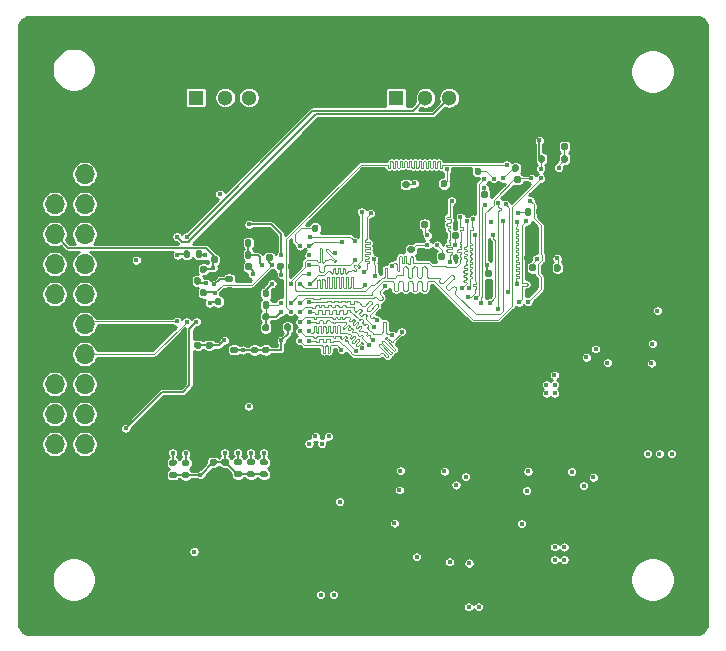
<source format=gbr>
%TF.GenerationSoftware,KiCad,Pcbnew,5.1.9-1.fc33*%
%TF.CreationDate,2021-05-17T09:51:24-07:00*%
%TF.ProjectId,hardware,68617264-7761-4726-952e-6b696361645f,rev?*%
%TF.SameCoordinates,Original*%
%TF.FileFunction,Copper,L4,Bot*%
%TF.FilePolarity,Positive*%
%FSLAX46Y46*%
G04 Gerber Fmt 4.6, Leading zero omitted, Abs format (unit mm)*
G04 Created by KiCad (PCBNEW 5.1.9-1.fc33) date 2021-05-17 09:51:24*
%MOMM*%
%LPD*%
G01*
G04 APERTURE LIST*
%TA.AperFunction,ComponentPad*%
%ADD10O,1.700000X1.700000*%
%TD*%
%TA.AperFunction,ComponentPad*%
%ADD11R,1.700000X1.700000*%
%TD*%
%TA.AperFunction,ComponentPad*%
%ADD12O,2.900000X1.900000*%
%TD*%
%TA.AperFunction,ComponentPad*%
%ADD13O,1.900000X2.900000*%
%TD*%
%TA.AperFunction,ComponentPad*%
%ADD14C,1.300000*%
%TD*%
%TA.AperFunction,ComponentPad*%
%ADD15R,1.300000X1.300000*%
%TD*%
%TA.AperFunction,ComponentPad*%
%ADD16C,0.450000*%
%TD*%
%TA.AperFunction,ViaPad*%
%ADD17C,0.400000*%
%TD*%
%TA.AperFunction,Conductor*%
%ADD18C,0.100000*%
%TD*%
%TA.AperFunction,Conductor*%
%ADD19C,0.150000*%
%TD*%
%TA.AperFunction,Conductor*%
%ADD20C,0.254000*%
%TD*%
G04 APERTURE END LIST*
%TO.P,C32,2*%
%TO.N,GND*%
%TA.AperFunction,SMDPad,CuDef*%
G36*
G01*
X134958000Y-106791100D02*
X135298000Y-106791100D01*
G75*
G02*
X135438000Y-106931100I0J-140000D01*
G01*
X135438000Y-107211100D01*
G75*
G02*
X135298000Y-107351100I-140000J0D01*
G01*
X134958000Y-107351100D01*
G75*
G02*
X134818000Y-107211100I0J140000D01*
G01*
X134818000Y-106931100D01*
G75*
G02*
X134958000Y-106791100I140000J0D01*
G01*
G37*
%TD.AperFunction*%
%TO.P,C32,1*%
%TO.N,Net-(C1-Pad2)*%
%TA.AperFunction,SMDPad,CuDef*%
G36*
G01*
X134958000Y-105831100D02*
X135298000Y-105831100D01*
G75*
G02*
X135438000Y-105971100I0J-140000D01*
G01*
X135438000Y-106251100D01*
G75*
G02*
X135298000Y-106391100I-140000J0D01*
G01*
X134958000Y-106391100D01*
G75*
G02*
X134818000Y-106251100I0J140000D01*
G01*
X134818000Y-105971100D01*
G75*
G02*
X134958000Y-105831100I140000J0D01*
G01*
G37*
%TD.AperFunction*%
%TD*%
D10*
%TO.P,J5,20*%
%TO.N,/gpio/PG8*%
X100914200Y-120548400D03*
%TO.P,J5,19*%
%TO.N,/gpio/PG6*%
X98374200Y-120548400D03*
%TO.P,J5,18*%
%TO.N,/gpio/PG9*%
X100914200Y-118008400D03*
%TO.P,J5,17*%
%TO.N,/gpio/PG7*%
X98374200Y-118008400D03*
%TO.P,J5,16*%
%TO.N,/gpio/PG11*%
X100914200Y-115468400D03*
%TO.P,J5,15*%
%TO.N,/gpio/PG10*%
X98374200Y-115468400D03*
%TO.P,J5,14*%
%TO.N,/gpio/UART0_RX*%
X100914200Y-112928400D03*
%TO.P,J5,13*%
%TO.N,GND*%
X98374200Y-112928400D03*
%TO.P,J5,12*%
%TO.N,/gpio/UART0_TX*%
X100914200Y-110388400D03*
%TO.P,J5,11*%
%TO.N,GND*%
X98374200Y-110388400D03*
%TO.P,J5,10*%
%TO.N,/gpio/RESET*%
X100914200Y-107848400D03*
%TO.P,J5,9*%
%TO.N,Net-(J5-Pad9)*%
X98374200Y-107848400D03*
%TO.P,J5,8*%
%TO.N,+3V3*%
X100914200Y-105308400D03*
%TO.P,J5,7*%
%TO.N,+3V0*%
X98374200Y-105308400D03*
%TO.P,J5,6*%
%TO.N,+1V35*%
X100914200Y-102768400D03*
%TO.P,J5,5*%
%TO.N,+1V1*%
X98374200Y-102768400D03*
%TO.P,J5,4*%
%TO.N,Net-(J5-Pad4)*%
X100914200Y-100228400D03*
%TO.P,J5,3*%
%TO.N,Net-(J5-Pad3)*%
X98374200Y-100228400D03*
%TO.P,J5,2*%
%TO.N,+5V*%
X100914200Y-97688400D03*
D11*
%TO.P,J5,1*%
%TO.N,GND*%
X98374200Y-97688400D03*
%TD*%
D12*
%TO.P,J3,5*%
%TO.N,GND*%
X113827440Y-86421240D03*
D13*
X120397440Y-90601240D03*
X107257440Y-90601240D03*
D14*
%TO.P,J3,4*%
X117327440Y-91201240D03*
%TO.P,J3,3*%
%TO.N,/gpio/USB-DP1*%
X114827440Y-91201240D03*
%TO.P,J3,2*%
%TO.N,/gpio/USB-DM1*%
X112827440Y-91201240D03*
D15*
%TO.P,J3,1*%
%TO.N,+5V*%
X110327440Y-91201240D03*
%TD*%
%TO.P,C99,2*%
%TO.N,GND*%
%TA.AperFunction,SMDPad,CuDef*%
G36*
G01*
X109782000Y-106560800D02*
X109782000Y-106900800D01*
G75*
G02*
X109642000Y-107040800I-140000J0D01*
G01*
X109362000Y-107040800D01*
G75*
G02*
X109222000Y-106900800I0J140000D01*
G01*
X109222000Y-106560800D01*
G75*
G02*
X109362000Y-106420800I140000J0D01*
G01*
X109642000Y-106420800D01*
G75*
G02*
X109782000Y-106560800I0J-140000D01*
G01*
G37*
%TD.AperFunction*%
%TO.P,C99,1*%
%TO.N,Net-(C99-Pad1)*%
%TA.AperFunction,SMDPad,CuDef*%
G36*
G01*
X110742000Y-106560800D02*
X110742000Y-106900800D01*
G75*
G02*
X110602000Y-107040800I-140000J0D01*
G01*
X110322000Y-107040800D01*
G75*
G02*
X110182000Y-106900800I0J140000D01*
G01*
X110182000Y-106560800D01*
G75*
G02*
X110322000Y-106420800I140000J0D01*
G01*
X110602000Y-106420800D01*
G75*
G02*
X110742000Y-106560800I0J-140000D01*
G01*
G37*
%TD.AperFunction*%
%TD*%
%TO.P,C94,2*%
%TO.N,GND*%
%TA.AperFunction,SMDPad,CuDef*%
G36*
G01*
X112633940Y-122762620D02*
X112973940Y-122762620D01*
G75*
G02*
X113113940Y-122902620I0J-140000D01*
G01*
X113113940Y-123182620D01*
G75*
G02*
X112973940Y-123322620I-140000J0D01*
G01*
X112633940Y-123322620D01*
G75*
G02*
X112493940Y-123182620I0J140000D01*
G01*
X112493940Y-122902620D01*
G75*
G02*
X112633940Y-122762620I140000J0D01*
G01*
G37*
%TD.AperFunction*%
%TO.P,C94,1*%
%TO.N,+3V3*%
%TA.AperFunction,SMDPad,CuDef*%
G36*
G01*
X112633940Y-121802620D02*
X112973940Y-121802620D01*
G75*
G02*
X113113940Y-121942620I0J-140000D01*
G01*
X113113940Y-122222620D01*
G75*
G02*
X112973940Y-122362620I-140000J0D01*
G01*
X112633940Y-122362620D01*
G75*
G02*
X112493940Y-122222620I0J140000D01*
G01*
X112493940Y-121942620D01*
G75*
G02*
X112633940Y-121802620I140000J0D01*
G01*
G37*
%TD.AperFunction*%
%TD*%
%TO.P,C93,2*%
%TO.N,GND*%
%TA.AperFunction,SMDPad,CuDef*%
G36*
G01*
X111638260Y-122762620D02*
X111978260Y-122762620D01*
G75*
G02*
X112118260Y-122902620I0J-140000D01*
G01*
X112118260Y-123182620D01*
G75*
G02*
X111978260Y-123322620I-140000J0D01*
G01*
X111638260Y-123322620D01*
G75*
G02*
X111498260Y-123182620I0J140000D01*
G01*
X111498260Y-122902620D01*
G75*
G02*
X111638260Y-122762620I140000J0D01*
G01*
G37*
%TD.AperFunction*%
%TO.P,C93,1*%
%TO.N,+3V3*%
%TA.AperFunction,SMDPad,CuDef*%
G36*
G01*
X111638260Y-121802620D02*
X111978260Y-121802620D01*
G75*
G02*
X112118260Y-121942620I0J-140000D01*
G01*
X112118260Y-122222620D01*
G75*
G02*
X111978260Y-122362620I-140000J0D01*
G01*
X111638260Y-122362620D01*
G75*
G02*
X111498260Y-122222620I0J140000D01*
G01*
X111498260Y-121942620D01*
G75*
G02*
X111638260Y-121802620I140000J0D01*
G01*
G37*
%TD.AperFunction*%
%TD*%
%TO.P,C92,2*%
%TO.N,GND*%
%TA.AperFunction,SMDPad,CuDef*%
G36*
G01*
X128300300Y-97879500D02*
X127960300Y-97879500D01*
G75*
G02*
X127820300Y-97739500I0J140000D01*
G01*
X127820300Y-97459500D01*
G75*
G02*
X127960300Y-97319500I140000J0D01*
G01*
X128300300Y-97319500D01*
G75*
G02*
X128440300Y-97459500I0J-140000D01*
G01*
X128440300Y-97739500D01*
G75*
G02*
X128300300Y-97879500I-140000J0D01*
G01*
G37*
%TD.AperFunction*%
%TO.P,C92,1*%
%TO.N,+1V35*%
%TA.AperFunction,SMDPad,CuDef*%
G36*
G01*
X128300300Y-98839500D02*
X127960300Y-98839500D01*
G75*
G02*
X127820300Y-98699500I0J140000D01*
G01*
X127820300Y-98419500D01*
G75*
G02*
X127960300Y-98279500I140000J0D01*
G01*
X128300300Y-98279500D01*
G75*
G02*
X128440300Y-98419500I0J-140000D01*
G01*
X128440300Y-98699500D01*
G75*
G02*
X128300300Y-98839500I-140000J0D01*
G01*
G37*
%TD.AperFunction*%
%TD*%
%TO.P,C91,2*%
%TO.N,GND*%
%TA.AperFunction,SMDPad,CuDef*%
G36*
G01*
X139519000Y-105783200D02*
X139519000Y-105443200D01*
G75*
G02*
X139659000Y-105303200I140000J0D01*
G01*
X139939000Y-105303200D01*
G75*
G02*
X140079000Y-105443200I0J-140000D01*
G01*
X140079000Y-105783200D01*
G75*
G02*
X139939000Y-105923200I-140000J0D01*
G01*
X139659000Y-105923200D01*
G75*
G02*
X139519000Y-105783200I0J140000D01*
G01*
G37*
%TD.AperFunction*%
%TO.P,C91,1*%
%TO.N,+1V35*%
%TA.AperFunction,SMDPad,CuDef*%
G36*
G01*
X138559000Y-105783200D02*
X138559000Y-105443200D01*
G75*
G02*
X138699000Y-105303200I140000J0D01*
G01*
X138979000Y-105303200D01*
G75*
G02*
X139119000Y-105443200I0J-140000D01*
G01*
X139119000Y-105783200D01*
G75*
G02*
X138979000Y-105923200I-140000J0D01*
G01*
X138699000Y-105923200D01*
G75*
G02*
X138559000Y-105783200I0J140000D01*
G01*
G37*
%TD.AperFunction*%
%TD*%
%TO.P,C90,2*%
%TO.N,GND*%
%TA.AperFunction,SMDPad,CuDef*%
G36*
G01*
X130375000Y-102112900D02*
X130375000Y-101772900D01*
G75*
G02*
X130515000Y-101632900I140000J0D01*
G01*
X130795000Y-101632900D01*
G75*
G02*
X130935000Y-101772900I0J-140000D01*
G01*
X130935000Y-102112900D01*
G75*
G02*
X130795000Y-102252900I-140000J0D01*
G01*
X130515000Y-102252900D01*
G75*
G02*
X130375000Y-102112900I0J140000D01*
G01*
G37*
%TD.AperFunction*%
%TO.P,C90,1*%
%TO.N,+1V35*%
%TA.AperFunction,SMDPad,CuDef*%
G36*
G01*
X129415000Y-102112900D02*
X129415000Y-101772900D01*
G75*
G02*
X129555000Y-101632900I140000J0D01*
G01*
X129835000Y-101632900D01*
G75*
G02*
X129975000Y-101772900I0J-140000D01*
G01*
X129975000Y-102112900D01*
G75*
G02*
X129835000Y-102252900I-140000J0D01*
G01*
X129555000Y-102252900D01*
G75*
G02*
X129415000Y-102112900I0J140000D01*
G01*
G37*
%TD.AperFunction*%
%TD*%
%TO.P,C89,2*%
%TO.N,GND*%
%TA.AperFunction,SMDPad,CuDef*%
G36*
G01*
X141611960Y-105798440D02*
X141611960Y-105458440D01*
G75*
G02*
X141751960Y-105318440I140000J0D01*
G01*
X142031960Y-105318440D01*
G75*
G02*
X142171960Y-105458440I0J-140000D01*
G01*
X142171960Y-105798440D01*
G75*
G02*
X142031960Y-105938440I-140000J0D01*
G01*
X141751960Y-105938440D01*
G75*
G02*
X141611960Y-105798440I0J140000D01*
G01*
G37*
%TD.AperFunction*%
%TO.P,C89,1*%
%TO.N,+1V35*%
%TA.AperFunction,SMDPad,CuDef*%
G36*
G01*
X140651960Y-105798440D02*
X140651960Y-105458440D01*
G75*
G02*
X140791960Y-105318440I140000J0D01*
G01*
X141071960Y-105318440D01*
G75*
G02*
X141211960Y-105458440I0J-140000D01*
G01*
X141211960Y-105798440D01*
G75*
G02*
X141071960Y-105938440I-140000J0D01*
G01*
X140791960Y-105938440D01*
G75*
G02*
X140651960Y-105798440I0J140000D01*
G01*
G37*
%TD.AperFunction*%
%TD*%
%TO.P,C87,2*%
%TO.N,GND*%
%TA.AperFunction,SMDPad,CuDef*%
G36*
G01*
X128732100Y-103393900D02*
X128392100Y-103393900D01*
G75*
G02*
X128252100Y-103253900I0J140000D01*
G01*
X128252100Y-102973900D01*
G75*
G02*
X128392100Y-102833900I140000J0D01*
G01*
X128732100Y-102833900D01*
G75*
G02*
X128872100Y-102973900I0J-140000D01*
G01*
X128872100Y-103253900D01*
G75*
G02*
X128732100Y-103393900I-140000J0D01*
G01*
G37*
%TD.AperFunction*%
%TO.P,C87,1*%
%TO.N,+1V35*%
%TA.AperFunction,SMDPad,CuDef*%
G36*
G01*
X128732100Y-104353900D02*
X128392100Y-104353900D01*
G75*
G02*
X128252100Y-104213900I0J140000D01*
G01*
X128252100Y-103933900D01*
G75*
G02*
X128392100Y-103793900I140000J0D01*
G01*
X128732100Y-103793900D01*
G75*
G02*
X128872100Y-103933900I0J-140000D01*
G01*
X128872100Y-104213900D01*
G75*
G02*
X128732100Y-104353900I-140000J0D01*
G01*
G37*
%TD.AperFunction*%
%TD*%
%TO.P,C86,2*%
%TO.N,GND*%
%TA.AperFunction,SMDPad,CuDef*%
G36*
G01*
X130442360Y-104483080D02*
X130442360Y-104823080D01*
G75*
G02*
X130302360Y-104963080I-140000J0D01*
G01*
X130022360Y-104963080D01*
G75*
G02*
X129882360Y-104823080I0J140000D01*
G01*
X129882360Y-104483080D01*
G75*
G02*
X130022360Y-104343080I140000J0D01*
G01*
X130302360Y-104343080D01*
G75*
G02*
X130442360Y-104483080I0J-140000D01*
G01*
G37*
%TD.AperFunction*%
%TO.P,C86,1*%
%TO.N,+1V35*%
%TA.AperFunction,SMDPad,CuDef*%
G36*
G01*
X131402360Y-104483080D02*
X131402360Y-104823080D01*
G75*
G02*
X131262360Y-104963080I-140000J0D01*
G01*
X130982360Y-104963080D01*
G75*
G02*
X130842360Y-104823080I0J140000D01*
G01*
X130842360Y-104483080D01*
G75*
G02*
X130982360Y-104343080I140000J0D01*
G01*
X131262360Y-104343080D01*
G75*
G02*
X131402360Y-104483080I0J-140000D01*
G01*
G37*
%TD.AperFunction*%
%TD*%
%TO.P,C85,2*%
%TO.N,GND*%
%TA.AperFunction,SMDPad,CuDef*%
G36*
G01*
X131626000Y-102712700D02*
X131626000Y-103052700D01*
G75*
G02*
X131486000Y-103192700I-140000J0D01*
G01*
X131206000Y-103192700D01*
G75*
G02*
X131066000Y-103052700I0J140000D01*
G01*
X131066000Y-102712700D01*
G75*
G02*
X131206000Y-102572700I140000J0D01*
G01*
X131486000Y-102572700D01*
G75*
G02*
X131626000Y-102712700I0J-140000D01*
G01*
G37*
%TD.AperFunction*%
%TO.P,C85,1*%
%TO.N,+1V35*%
%TA.AperFunction,SMDPad,CuDef*%
G36*
G01*
X132586000Y-102712700D02*
X132586000Y-103052700D01*
G75*
G02*
X132446000Y-103192700I-140000J0D01*
G01*
X132166000Y-103192700D01*
G75*
G02*
X132026000Y-103052700I0J140000D01*
G01*
X132026000Y-102712700D01*
G75*
G02*
X132166000Y-102572700I140000J0D01*
G01*
X132446000Y-102572700D01*
G75*
G02*
X132586000Y-102712700I0J-140000D01*
G01*
G37*
%TD.AperFunction*%
%TD*%
%TO.P,C82,2*%
%TO.N,GND*%
%TA.AperFunction,SMDPad,CuDef*%
G36*
G01*
X139138000Y-101058800D02*
X139138000Y-100718800D01*
G75*
G02*
X139278000Y-100578800I140000J0D01*
G01*
X139558000Y-100578800D01*
G75*
G02*
X139698000Y-100718800I0J-140000D01*
G01*
X139698000Y-101058800D01*
G75*
G02*
X139558000Y-101198800I-140000J0D01*
G01*
X139278000Y-101198800D01*
G75*
G02*
X139138000Y-101058800I0J140000D01*
G01*
G37*
%TD.AperFunction*%
%TO.P,C82,1*%
%TO.N,+1V35*%
%TA.AperFunction,SMDPad,CuDef*%
G36*
G01*
X138178000Y-101058800D02*
X138178000Y-100718800D01*
G75*
G02*
X138318000Y-100578800I140000J0D01*
G01*
X138598000Y-100578800D01*
G75*
G02*
X138738000Y-100718800I0J-140000D01*
G01*
X138738000Y-101058800D01*
G75*
G02*
X138598000Y-101198800I-140000J0D01*
G01*
X138318000Y-101198800D01*
G75*
G02*
X138178000Y-101058800I0J140000D01*
G01*
G37*
%TD.AperFunction*%
%TD*%
%TO.P,C80,2*%
%TO.N,GND*%
%TA.AperFunction,SMDPad,CuDef*%
G36*
G01*
X133531000Y-97277100D02*
X133531000Y-97617100D01*
G75*
G02*
X133391000Y-97757100I-140000J0D01*
G01*
X133111000Y-97757100D01*
G75*
G02*
X132971000Y-97617100I0J140000D01*
G01*
X132971000Y-97277100D01*
G75*
G02*
X133111000Y-97137100I140000J0D01*
G01*
X133391000Y-97137100D01*
G75*
G02*
X133531000Y-97277100I0J-140000D01*
G01*
G37*
%TD.AperFunction*%
%TO.P,C80,1*%
%TO.N,+1V35*%
%TA.AperFunction,SMDPad,CuDef*%
G36*
G01*
X134491000Y-97277100D02*
X134491000Y-97617100D01*
G75*
G02*
X134351000Y-97757100I-140000J0D01*
G01*
X134071000Y-97757100D01*
G75*
G02*
X133931000Y-97617100I0J140000D01*
G01*
X133931000Y-97277100D01*
G75*
G02*
X134071000Y-97137100I140000J0D01*
G01*
X134351000Y-97137100D01*
G75*
G02*
X134491000Y-97277100I0J-140000D01*
G01*
G37*
%TD.AperFunction*%
%TD*%
%TO.P,C79,2*%
%TO.N,GND*%
%TA.AperFunction,SMDPad,CuDef*%
G36*
G01*
X134102500Y-99232900D02*
X134102500Y-99572900D01*
G75*
G02*
X133962500Y-99712900I-140000J0D01*
G01*
X133682500Y-99712900D01*
G75*
G02*
X133542500Y-99572900I0J140000D01*
G01*
X133542500Y-99232900D01*
G75*
G02*
X133682500Y-99092900I140000J0D01*
G01*
X133962500Y-99092900D01*
G75*
G02*
X134102500Y-99232900I0J-140000D01*
G01*
G37*
%TD.AperFunction*%
%TO.P,C79,1*%
%TO.N,+1V35*%
%TA.AperFunction,SMDPad,CuDef*%
G36*
G01*
X135062500Y-99232900D02*
X135062500Y-99572900D01*
G75*
G02*
X134922500Y-99712900I-140000J0D01*
G01*
X134642500Y-99712900D01*
G75*
G02*
X134502500Y-99572900I0J140000D01*
G01*
X134502500Y-99232900D01*
G75*
G02*
X134642500Y-99092900I140000J0D01*
G01*
X134922500Y-99092900D01*
G75*
G02*
X135062500Y-99232900I0J-140000D01*
G01*
G37*
%TD.AperFunction*%
%TD*%
%TO.P,C78,2*%
%TO.N,GND*%
%TA.AperFunction,SMDPad,CuDef*%
G36*
G01*
X142224100Y-95521600D02*
X142224100Y-95181600D01*
G75*
G02*
X142364100Y-95041600I140000J0D01*
G01*
X142644100Y-95041600D01*
G75*
G02*
X142784100Y-95181600I0J-140000D01*
G01*
X142784100Y-95521600D01*
G75*
G02*
X142644100Y-95661600I-140000J0D01*
G01*
X142364100Y-95661600D01*
G75*
G02*
X142224100Y-95521600I0J140000D01*
G01*
G37*
%TD.AperFunction*%
%TO.P,C78,1*%
%TO.N,+1V35*%
%TA.AperFunction,SMDPad,CuDef*%
G36*
G01*
X141264100Y-95521600D02*
X141264100Y-95181600D01*
G75*
G02*
X141404100Y-95041600I140000J0D01*
G01*
X141684100Y-95041600D01*
G75*
G02*
X141824100Y-95181600I0J-140000D01*
G01*
X141824100Y-95521600D01*
G75*
G02*
X141684100Y-95661600I-140000J0D01*
G01*
X141404100Y-95661600D01*
G75*
G02*
X141264100Y-95521600I0J140000D01*
G01*
G37*
%TD.AperFunction*%
%TD*%
%TO.P,C77,2*%
%TO.N,GND*%
%TA.AperFunction,SMDPad,CuDef*%
G36*
G01*
X138071200Y-97350400D02*
X138071200Y-97010400D01*
G75*
G02*
X138211200Y-96870400I140000J0D01*
G01*
X138491200Y-96870400D01*
G75*
G02*
X138631200Y-97010400I0J-140000D01*
G01*
X138631200Y-97350400D01*
G75*
G02*
X138491200Y-97490400I-140000J0D01*
G01*
X138211200Y-97490400D01*
G75*
G02*
X138071200Y-97350400I0J140000D01*
G01*
G37*
%TD.AperFunction*%
%TO.P,C77,1*%
%TO.N,+1V35*%
%TA.AperFunction,SMDPad,CuDef*%
G36*
G01*
X137111200Y-97350400D02*
X137111200Y-97010400D01*
G75*
G02*
X137251200Y-96870400I140000J0D01*
G01*
X137531200Y-96870400D01*
G75*
G02*
X137671200Y-97010400I0J-140000D01*
G01*
X137671200Y-97350400D01*
G75*
G02*
X137531200Y-97490400I-140000J0D01*
G01*
X137251200Y-97490400D01*
G75*
G02*
X137111200Y-97350400I0J140000D01*
G01*
G37*
%TD.AperFunction*%
%TD*%
%TO.P,C76,2*%
%TO.N,GND*%
%TA.AperFunction,SMDPad,CuDef*%
G36*
G01*
X140293700Y-96575700D02*
X140293700Y-96235700D01*
G75*
G02*
X140433700Y-96095700I140000J0D01*
G01*
X140713700Y-96095700D01*
G75*
G02*
X140853700Y-96235700I0J-140000D01*
G01*
X140853700Y-96575700D01*
G75*
G02*
X140713700Y-96715700I-140000J0D01*
G01*
X140433700Y-96715700D01*
G75*
G02*
X140293700Y-96575700I0J140000D01*
G01*
G37*
%TD.AperFunction*%
%TO.P,C76,1*%
%TO.N,+1V35*%
%TA.AperFunction,SMDPad,CuDef*%
G36*
G01*
X139333700Y-96575700D02*
X139333700Y-96235700D01*
G75*
G02*
X139473700Y-96095700I140000J0D01*
G01*
X139753700Y-96095700D01*
G75*
G02*
X139893700Y-96235700I0J-140000D01*
G01*
X139893700Y-96575700D01*
G75*
G02*
X139753700Y-96715700I-140000J0D01*
G01*
X139473700Y-96715700D01*
G75*
G02*
X139333700Y-96575700I0J140000D01*
G01*
G37*
%TD.AperFunction*%
%TD*%
%TO.P,C75,2*%
%TO.N,GND*%
%TA.AperFunction,SMDPad,CuDef*%
G36*
G01*
X142224100Y-96575700D02*
X142224100Y-96235700D01*
G75*
G02*
X142364100Y-96095700I140000J0D01*
G01*
X142644100Y-96095700D01*
G75*
G02*
X142784100Y-96235700I0J-140000D01*
G01*
X142784100Y-96575700D01*
G75*
G02*
X142644100Y-96715700I-140000J0D01*
G01*
X142364100Y-96715700D01*
G75*
G02*
X142224100Y-96575700I0J140000D01*
G01*
G37*
%TD.AperFunction*%
%TO.P,C75,1*%
%TO.N,+1V35*%
%TA.AperFunction,SMDPad,CuDef*%
G36*
G01*
X141264100Y-96575700D02*
X141264100Y-96235700D01*
G75*
G02*
X141404100Y-96095700I140000J0D01*
G01*
X141684100Y-96095700D01*
G75*
G02*
X141824100Y-96235700I0J-140000D01*
G01*
X141824100Y-96575700D01*
G75*
G02*
X141684100Y-96715700I-140000J0D01*
G01*
X141404100Y-96715700D01*
G75*
G02*
X141264100Y-96575700I0J140000D01*
G01*
G37*
%TD.AperFunction*%
%TD*%
%TO.P,C74,2*%
%TO.N,GND*%
%TA.AperFunction,SMDPad,CuDef*%
G36*
G01*
X130660800Y-98331200D02*
X130660800Y-98671200D01*
G75*
G02*
X130520800Y-98811200I-140000J0D01*
G01*
X130240800Y-98811200D01*
G75*
G02*
X130100800Y-98671200I0J140000D01*
G01*
X130100800Y-98331200D01*
G75*
G02*
X130240800Y-98191200I140000J0D01*
G01*
X130520800Y-98191200D01*
G75*
G02*
X130660800Y-98331200I0J-140000D01*
G01*
G37*
%TD.AperFunction*%
%TO.P,C74,1*%
%TO.N,+1V35*%
%TA.AperFunction,SMDPad,CuDef*%
G36*
G01*
X131620800Y-98331200D02*
X131620800Y-98671200D01*
G75*
G02*
X131480800Y-98811200I-140000J0D01*
G01*
X131200800Y-98811200D01*
G75*
G02*
X131060800Y-98671200I0J140000D01*
G01*
X131060800Y-98331200D01*
G75*
G02*
X131200800Y-98191200I140000J0D01*
G01*
X131480800Y-98191200D01*
G75*
G02*
X131620800Y-98331200I0J-140000D01*
G01*
G37*
%TD.AperFunction*%
%TD*%
%TO.P,C70,2*%
%TO.N,GND*%
%TA.AperFunction,SMDPad,CuDef*%
G36*
G01*
X110660000Y-111496500D02*
X110320000Y-111496500D01*
G75*
G02*
X110180000Y-111356500I0J140000D01*
G01*
X110180000Y-111076500D01*
G75*
G02*
X110320000Y-110936500I140000J0D01*
G01*
X110660000Y-110936500D01*
G75*
G02*
X110800000Y-111076500I0J-140000D01*
G01*
X110800000Y-111356500D01*
G75*
G02*
X110660000Y-111496500I-140000J0D01*
G01*
G37*
%TD.AperFunction*%
%TO.P,C70,1*%
%TO.N,+3V3*%
%TA.AperFunction,SMDPad,CuDef*%
G36*
G01*
X110660000Y-112456500D02*
X110320000Y-112456500D01*
G75*
G02*
X110180000Y-112316500I0J140000D01*
G01*
X110180000Y-112036500D01*
G75*
G02*
X110320000Y-111896500I140000J0D01*
G01*
X110660000Y-111896500D01*
G75*
G02*
X110800000Y-112036500I0J-140000D01*
G01*
X110800000Y-112316500D01*
G75*
G02*
X110660000Y-112456500I-140000J0D01*
G01*
G37*
%TD.AperFunction*%
%TD*%
%TO.P,C69,2*%
%TO.N,GND*%
%TA.AperFunction,SMDPad,CuDef*%
G36*
G01*
X110290000Y-105570200D02*
X110290000Y-105910200D01*
G75*
G02*
X110150000Y-106050200I-140000J0D01*
G01*
X109870000Y-106050200D01*
G75*
G02*
X109730000Y-105910200I0J140000D01*
G01*
X109730000Y-105570200D01*
G75*
G02*
X109870000Y-105430200I140000J0D01*
G01*
X110150000Y-105430200D01*
G75*
G02*
X110290000Y-105570200I0J-140000D01*
G01*
G37*
%TD.AperFunction*%
%TO.P,C69,1*%
%TO.N,+1V1*%
%TA.AperFunction,SMDPad,CuDef*%
G36*
G01*
X111250000Y-105570200D02*
X111250000Y-105910200D01*
G75*
G02*
X111110000Y-106050200I-140000J0D01*
G01*
X110830000Y-106050200D01*
G75*
G02*
X110690000Y-105910200I0J140000D01*
G01*
X110690000Y-105570200D01*
G75*
G02*
X110830000Y-105430200I140000J0D01*
G01*
X111110000Y-105430200D01*
G75*
G02*
X111250000Y-105570200I0J-140000D01*
G01*
G37*
%TD.AperFunction*%
%TD*%
%TO.P,C68,2*%
%TO.N,GND*%
%TA.AperFunction,SMDPad,CuDef*%
G36*
G01*
X111637900Y-111496500D02*
X111297900Y-111496500D01*
G75*
G02*
X111157900Y-111356500I0J140000D01*
G01*
X111157900Y-111076500D01*
G75*
G02*
X111297900Y-110936500I140000J0D01*
G01*
X111637900Y-110936500D01*
G75*
G02*
X111777900Y-111076500I0J-140000D01*
G01*
X111777900Y-111356500D01*
G75*
G02*
X111637900Y-111496500I-140000J0D01*
G01*
G37*
%TD.AperFunction*%
%TO.P,C68,1*%
%TO.N,+3V3*%
%TA.AperFunction,SMDPad,CuDef*%
G36*
G01*
X111637900Y-112456500D02*
X111297900Y-112456500D01*
G75*
G02*
X111157900Y-112316500I0J140000D01*
G01*
X111157900Y-112036500D01*
G75*
G02*
X111297900Y-111896500I140000J0D01*
G01*
X111637900Y-111896500D01*
G75*
G02*
X111777900Y-112036500I0J-140000D01*
G01*
X111777900Y-112316500D01*
G75*
G02*
X111637900Y-112456500I-140000J0D01*
G01*
G37*
%TD.AperFunction*%
%TD*%
%TO.P,C67,2*%
%TO.N,GND*%
%TA.AperFunction,SMDPad,CuDef*%
G36*
G01*
X115585900Y-107614900D02*
X115585900Y-107954900D01*
G75*
G02*
X115445900Y-108094900I-140000J0D01*
G01*
X115165900Y-108094900D01*
G75*
G02*
X115025900Y-107954900I0J140000D01*
G01*
X115025900Y-107614900D01*
G75*
G02*
X115165900Y-107474900I140000J0D01*
G01*
X115445900Y-107474900D01*
G75*
G02*
X115585900Y-107614900I0J-140000D01*
G01*
G37*
%TD.AperFunction*%
%TO.P,C67,1*%
%TO.N,+1V1*%
%TA.AperFunction,SMDPad,CuDef*%
G36*
G01*
X116545900Y-107614900D02*
X116545900Y-107954900D01*
G75*
G02*
X116405900Y-108094900I-140000J0D01*
G01*
X116125900Y-108094900D01*
G75*
G02*
X115985900Y-107954900I0J140000D01*
G01*
X115985900Y-107614900D01*
G75*
G02*
X116125900Y-107474900I140000J0D01*
G01*
X116405900Y-107474900D01*
G75*
G02*
X116545900Y-107614900I0J-140000D01*
G01*
G37*
%TD.AperFunction*%
%TD*%
%TO.P,C66,2*%
%TO.N,GND*%
%TA.AperFunction,SMDPad,CuDef*%
G36*
G01*
X110290000Y-107551400D02*
X110290000Y-107891400D01*
G75*
G02*
X110150000Y-108031400I-140000J0D01*
G01*
X109870000Y-108031400D01*
G75*
G02*
X109730000Y-107891400I0J140000D01*
G01*
X109730000Y-107551400D01*
G75*
G02*
X109870000Y-107411400I140000J0D01*
G01*
X110150000Y-107411400D01*
G75*
G02*
X110290000Y-107551400I0J-140000D01*
G01*
G37*
%TD.AperFunction*%
%TO.P,C66,1*%
%TO.N,+3V3*%
%TA.AperFunction,SMDPad,CuDef*%
G36*
G01*
X111250000Y-107551400D02*
X111250000Y-107891400D01*
G75*
G02*
X111110000Y-108031400I-140000J0D01*
G01*
X110830000Y-108031400D01*
G75*
G02*
X110690000Y-107891400I0J140000D01*
G01*
X110690000Y-107551400D01*
G75*
G02*
X110830000Y-107411400I140000J0D01*
G01*
X111110000Y-107411400D01*
G75*
G02*
X111250000Y-107551400I0J-140000D01*
G01*
G37*
%TD.AperFunction*%
%TD*%
%TO.P,C65,2*%
%TO.N,GND*%
%TA.AperFunction,SMDPad,CuDef*%
G36*
G01*
X114087300Y-104363700D02*
X114087300Y-104703700D01*
G75*
G02*
X113947300Y-104843700I-140000J0D01*
G01*
X113667300Y-104843700D01*
G75*
G02*
X113527300Y-104703700I0J140000D01*
G01*
X113527300Y-104363700D01*
G75*
G02*
X113667300Y-104223700I140000J0D01*
G01*
X113947300Y-104223700D01*
G75*
G02*
X114087300Y-104363700I0J-140000D01*
G01*
G37*
%TD.AperFunction*%
%TO.P,C65,1*%
%TO.N,+1V1*%
%TA.AperFunction,SMDPad,CuDef*%
G36*
G01*
X115047300Y-104363700D02*
X115047300Y-104703700D01*
G75*
G02*
X114907300Y-104843700I-140000J0D01*
G01*
X114627300Y-104843700D01*
G75*
G02*
X114487300Y-104703700I0J140000D01*
G01*
X114487300Y-104363700D01*
G75*
G02*
X114627300Y-104223700I140000J0D01*
G01*
X114907300Y-104223700D01*
G75*
G02*
X115047300Y-104363700I0J-140000D01*
G01*
G37*
%TD.AperFunction*%
%TD*%
%TO.P,C64,2*%
%TO.N,GND*%
%TA.AperFunction,SMDPad,CuDef*%
G36*
G01*
X116730600Y-104067000D02*
X116390600Y-104067000D01*
G75*
G02*
X116250600Y-103927000I0J140000D01*
G01*
X116250600Y-103647000D01*
G75*
G02*
X116390600Y-103507000I140000J0D01*
G01*
X116730600Y-103507000D01*
G75*
G02*
X116870600Y-103647000I0J-140000D01*
G01*
X116870600Y-103927000D01*
G75*
G02*
X116730600Y-104067000I-140000J0D01*
G01*
G37*
%TD.AperFunction*%
%TO.P,C64,1*%
%TO.N,+3V3*%
%TA.AperFunction,SMDPad,CuDef*%
G36*
G01*
X116730600Y-105027000D02*
X116390600Y-105027000D01*
G75*
G02*
X116250600Y-104887000I0J140000D01*
G01*
X116250600Y-104607000D01*
G75*
G02*
X116390600Y-104467000I140000J0D01*
G01*
X116730600Y-104467000D01*
G75*
G02*
X116870600Y-104607000I0J-140000D01*
G01*
X116870600Y-104887000D01*
G75*
G02*
X116730600Y-105027000I-140000J0D01*
G01*
G37*
%TD.AperFunction*%
%TD*%
%TO.P,C59,2*%
%TO.N,GND*%
%TA.AperFunction,SMDPad,CuDef*%
G36*
G01*
X112582300Y-105097400D02*
X112582300Y-104757400D01*
G75*
G02*
X112722300Y-104617400I140000J0D01*
G01*
X113002300Y-104617400D01*
G75*
G02*
X113142300Y-104757400I0J-140000D01*
G01*
X113142300Y-105097400D01*
G75*
G02*
X113002300Y-105237400I-140000J0D01*
G01*
X112722300Y-105237400D01*
G75*
G02*
X112582300Y-105097400I0J140000D01*
G01*
G37*
%TD.AperFunction*%
%TO.P,C59,1*%
%TO.N,+1V1*%
%TA.AperFunction,SMDPad,CuDef*%
G36*
G01*
X111622300Y-105097400D02*
X111622300Y-104757400D01*
G75*
G02*
X111762300Y-104617400I140000J0D01*
G01*
X112042300Y-104617400D01*
G75*
G02*
X112182300Y-104757400I0J-140000D01*
G01*
X112182300Y-105097400D01*
G75*
G02*
X112042300Y-105237400I-140000J0D01*
G01*
X111762300Y-105237400D01*
G75*
G02*
X111622300Y-105097400I0J140000D01*
G01*
G37*
%TD.AperFunction*%
%TD*%
%TO.P,C56,2*%
%TO.N,GND*%
%TA.AperFunction,SMDPad,CuDef*%
G36*
G01*
X113746100Y-111887600D02*
X113406100Y-111887600D01*
G75*
G02*
X113266100Y-111747600I0J140000D01*
G01*
X113266100Y-111467600D01*
G75*
G02*
X113406100Y-111327600I140000J0D01*
G01*
X113746100Y-111327600D01*
G75*
G02*
X113886100Y-111467600I0J-140000D01*
G01*
X113886100Y-111747600D01*
G75*
G02*
X113746100Y-111887600I-140000J0D01*
G01*
G37*
%TD.AperFunction*%
%TO.P,C56,1*%
%TO.N,+1V1*%
%TA.AperFunction,SMDPad,CuDef*%
G36*
G01*
X113746100Y-112847600D02*
X113406100Y-112847600D01*
G75*
G02*
X113266100Y-112707600I0J140000D01*
G01*
X113266100Y-112427600D01*
G75*
G02*
X113406100Y-112287600I140000J0D01*
G01*
X113746100Y-112287600D01*
G75*
G02*
X113886100Y-112427600I0J-140000D01*
G01*
X113886100Y-112707600D01*
G75*
G02*
X113746100Y-112847600I-140000J0D01*
G01*
G37*
%TD.AperFunction*%
%TD*%
%TO.P,C55,2*%
%TO.N,GND*%
%TA.AperFunction,SMDPad,CuDef*%
G36*
G01*
X114087300Y-103347700D02*
X114087300Y-103687700D01*
G75*
G02*
X113947300Y-103827700I-140000J0D01*
G01*
X113667300Y-103827700D01*
G75*
G02*
X113527300Y-103687700I0J140000D01*
G01*
X113527300Y-103347700D01*
G75*
G02*
X113667300Y-103207700I140000J0D01*
G01*
X113947300Y-103207700D01*
G75*
G02*
X114087300Y-103347700I0J-140000D01*
G01*
G37*
%TD.AperFunction*%
%TO.P,C55,1*%
%TO.N,+1V1*%
%TA.AperFunction,SMDPad,CuDef*%
G36*
G01*
X115047300Y-103347700D02*
X115047300Y-103687700D01*
G75*
G02*
X114907300Y-103827700I-140000J0D01*
G01*
X114627300Y-103827700D01*
G75*
G02*
X114487300Y-103687700I0J140000D01*
G01*
X114487300Y-103347700D01*
G75*
G02*
X114627300Y-103207700I140000J0D01*
G01*
X114907300Y-103207700D01*
G75*
G02*
X115047300Y-103347700I0J-140000D01*
G01*
G37*
%TD.AperFunction*%
%TD*%
%TO.P,C54,2*%
%TO.N,GND*%
%TA.AperFunction,SMDPad,CuDef*%
G36*
G01*
X115573200Y-109583400D02*
X115573200Y-109923400D01*
G75*
G02*
X115433200Y-110063400I-140000J0D01*
G01*
X115153200Y-110063400D01*
G75*
G02*
X115013200Y-109923400I0J140000D01*
G01*
X115013200Y-109583400D01*
G75*
G02*
X115153200Y-109443400I140000J0D01*
G01*
X115433200Y-109443400D01*
G75*
G02*
X115573200Y-109583400I0J-140000D01*
G01*
G37*
%TD.AperFunction*%
%TO.P,C54,1*%
%TO.N,+1V35*%
%TA.AperFunction,SMDPad,CuDef*%
G36*
G01*
X116533200Y-109583400D02*
X116533200Y-109923400D01*
G75*
G02*
X116393200Y-110063400I-140000J0D01*
G01*
X116113200Y-110063400D01*
G75*
G02*
X115973200Y-109923400I0J140000D01*
G01*
X115973200Y-109583400D01*
G75*
G02*
X116113200Y-109443400I140000J0D01*
G01*
X116393200Y-109443400D01*
G75*
G02*
X116533200Y-109583400I0J-140000D01*
G01*
G37*
%TD.AperFunction*%
%TD*%
%TO.P,C53,2*%
%TO.N,GND*%
%TA.AperFunction,SMDPad,CuDef*%
G36*
G01*
X112899800Y-108653400D02*
X112899800Y-108313400D01*
G75*
G02*
X113039800Y-108173400I140000J0D01*
G01*
X113319800Y-108173400D01*
G75*
G02*
X113459800Y-108313400I0J-140000D01*
G01*
X113459800Y-108653400D01*
G75*
G02*
X113319800Y-108793400I-140000J0D01*
G01*
X113039800Y-108793400D01*
G75*
G02*
X112899800Y-108653400I0J140000D01*
G01*
G37*
%TD.AperFunction*%
%TO.P,C53,1*%
%TO.N,+3V0*%
%TA.AperFunction,SMDPad,CuDef*%
G36*
G01*
X111939800Y-108653400D02*
X111939800Y-108313400D01*
G75*
G02*
X112079800Y-108173400I140000J0D01*
G01*
X112359800Y-108173400D01*
G75*
G02*
X112499800Y-108313400I0J-140000D01*
G01*
X112499800Y-108653400D01*
G75*
G02*
X112359800Y-108793400I-140000J0D01*
G01*
X112079800Y-108793400D01*
G75*
G02*
X111939800Y-108653400I0J140000D01*
G01*
G37*
%TD.AperFunction*%
%TD*%
%TO.P,C48,2*%
%TO.N,GND*%
%TA.AperFunction,SMDPad,CuDef*%
G36*
G01*
X117437560Y-110467320D02*
X117437560Y-110807320D01*
G75*
G02*
X117297560Y-110947320I-140000J0D01*
G01*
X117017560Y-110947320D01*
G75*
G02*
X116877560Y-110807320I0J140000D01*
G01*
X116877560Y-110467320D01*
G75*
G02*
X117017560Y-110327320I140000J0D01*
G01*
X117297560Y-110327320D01*
G75*
G02*
X117437560Y-110467320I0J-140000D01*
G01*
G37*
%TD.AperFunction*%
%TO.P,C48,1*%
%TO.N,+1V1*%
%TA.AperFunction,SMDPad,CuDef*%
G36*
G01*
X118397560Y-110467320D02*
X118397560Y-110807320D01*
G75*
G02*
X118257560Y-110947320I-140000J0D01*
G01*
X117977560Y-110947320D01*
G75*
G02*
X117837560Y-110807320I0J140000D01*
G01*
X117837560Y-110467320D01*
G75*
G02*
X117977560Y-110327320I140000J0D01*
G01*
X118257560Y-110327320D01*
G75*
G02*
X118397560Y-110467320I0J-140000D01*
G01*
G37*
%TD.AperFunction*%
%TD*%
%TO.P,C43,2*%
%TO.N,GND*%
%TA.AperFunction,SMDPad,CuDef*%
G36*
G01*
X115473300Y-111895280D02*
X115133300Y-111895280D01*
G75*
G02*
X114993300Y-111755280I0J140000D01*
G01*
X114993300Y-111475280D01*
G75*
G02*
X115133300Y-111335280I140000J0D01*
G01*
X115473300Y-111335280D01*
G75*
G02*
X115613300Y-111475280I0J-140000D01*
G01*
X115613300Y-111755280D01*
G75*
G02*
X115473300Y-111895280I-140000J0D01*
G01*
G37*
%TD.AperFunction*%
%TO.P,C43,1*%
%TO.N,+1V1*%
%TA.AperFunction,SMDPad,CuDef*%
G36*
G01*
X115473300Y-112855280D02*
X115133300Y-112855280D01*
G75*
G02*
X114993300Y-112715280I0J140000D01*
G01*
X114993300Y-112435280D01*
G75*
G02*
X115133300Y-112295280I140000J0D01*
G01*
X115473300Y-112295280D01*
G75*
G02*
X115613300Y-112435280I0J-140000D01*
G01*
X115613300Y-112715280D01*
G75*
G02*
X115473300Y-112855280I-140000J0D01*
G01*
G37*
%TD.AperFunction*%
%TD*%
%TO.P,C42,2*%
%TO.N,GND*%
%TA.AperFunction,SMDPad,CuDef*%
G36*
G01*
X115585900Y-108605500D02*
X115585900Y-108945500D01*
G75*
G02*
X115445900Y-109085500I-140000J0D01*
G01*
X115165900Y-109085500D01*
G75*
G02*
X115025900Y-108945500I0J140000D01*
G01*
X115025900Y-108605500D01*
G75*
G02*
X115165900Y-108465500I140000J0D01*
G01*
X115445900Y-108465500D01*
G75*
G02*
X115585900Y-108605500I0J-140000D01*
G01*
G37*
%TD.AperFunction*%
%TO.P,C42,1*%
%TO.N,+1V35*%
%TA.AperFunction,SMDPad,CuDef*%
G36*
G01*
X116545900Y-108605500D02*
X116545900Y-108945500D01*
G75*
G02*
X116405900Y-109085500I-140000J0D01*
G01*
X116125900Y-109085500D01*
G75*
G02*
X115985900Y-108945500I0J140000D01*
G01*
X115985900Y-108605500D01*
G75*
G02*
X116125900Y-108465500I140000J0D01*
G01*
X116405900Y-108465500D01*
G75*
G02*
X116545900Y-108605500I0J-140000D01*
G01*
G37*
%TD.AperFunction*%
%TD*%
%TO.P,C40,2*%
%TO.N,GND*%
%TA.AperFunction,SMDPad,CuDef*%
G36*
G01*
X116418180Y-111895280D02*
X116078180Y-111895280D01*
G75*
G02*
X115938180Y-111755280I0J140000D01*
G01*
X115938180Y-111475280D01*
G75*
G02*
X116078180Y-111335280I140000J0D01*
G01*
X116418180Y-111335280D01*
G75*
G02*
X116558180Y-111475280I0J-140000D01*
G01*
X116558180Y-111755280D01*
G75*
G02*
X116418180Y-111895280I-140000J0D01*
G01*
G37*
%TD.AperFunction*%
%TO.P,C40,1*%
%TO.N,+1V1*%
%TA.AperFunction,SMDPad,CuDef*%
G36*
G01*
X116418180Y-112855280D02*
X116078180Y-112855280D01*
G75*
G02*
X115938180Y-112715280I0J140000D01*
G01*
X115938180Y-112435280D01*
G75*
G02*
X116078180Y-112295280I140000J0D01*
G01*
X116418180Y-112295280D01*
G75*
G02*
X116558180Y-112435280I0J-140000D01*
G01*
X116558180Y-112715280D01*
G75*
G02*
X116418180Y-112855280I-140000J0D01*
G01*
G37*
%TD.AperFunction*%
%TD*%
%TO.P,C38,2*%
%TO.N,GND*%
%TA.AperFunction,SMDPad,CuDef*%
G36*
G01*
X115573200Y-110523200D02*
X115573200Y-110863200D01*
G75*
G02*
X115433200Y-111003200I-140000J0D01*
G01*
X115153200Y-111003200D01*
G75*
G02*
X115013200Y-110863200I0J140000D01*
G01*
X115013200Y-110523200D01*
G75*
G02*
X115153200Y-110383200I140000J0D01*
G01*
X115433200Y-110383200D01*
G75*
G02*
X115573200Y-110523200I0J-140000D01*
G01*
G37*
%TD.AperFunction*%
%TO.P,C38,1*%
%TO.N,+1V35*%
%TA.AperFunction,SMDPad,CuDef*%
G36*
G01*
X116533200Y-110523200D02*
X116533200Y-110863200D01*
G75*
G02*
X116393200Y-111003200I-140000J0D01*
G01*
X116113200Y-111003200D01*
G75*
G02*
X115973200Y-110863200I0J140000D01*
G01*
X115973200Y-110523200D01*
G75*
G02*
X116113200Y-110383200I140000J0D01*
G01*
X116393200Y-110383200D01*
G75*
G02*
X116533200Y-110523200I0J-140000D01*
G01*
G37*
%TD.AperFunction*%
%TD*%
%TO.P,C37,2*%
%TO.N,GND*%
%TA.AperFunction,SMDPad,CuDef*%
G36*
G01*
X118163999Y-105671440D02*
X118163999Y-105331440D01*
G75*
G02*
X118303999Y-105191440I140000J0D01*
G01*
X118583999Y-105191440D01*
G75*
G02*
X118723999Y-105331440I0J-140000D01*
G01*
X118723999Y-105671440D01*
G75*
G02*
X118583999Y-105811440I-140000J0D01*
G01*
X118303999Y-105811440D01*
G75*
G02*
X118163999Y-105671440I0J140000D01*
G01*
G37*
%TD.AperFunction*%
%TO.P,C37,1*%
%TO.N,+3V0*%
%TA.AperFunction,SMDPad,CuDef*%
G36*
G01*
X117203999Y-105671440D02*
X117203999Y-105331440D01*
G75*
G02*
X117343999Y-105191440I140000J0D01*
G01*
X117623999Y-105191440D01*
G75*
G02*
X117763999Y-105331440I0J-140000D01*
G01*
X117763999Y-105671440D01*
G75*
G02*
X117623999Y-105811440I-140000J0D01*
G01*
X117343999Y-105811440D01*
G75*
G02*
X117203999Y-105671440I0J140000D01*
G01*
G37*
%TD.AperFunction*%
%TD*%
%TO.P,C31,2*%
%TO.N,GND*%
%TA.AperFunction,SMDPad,CuDef*%
G36*
G01*
X112987000Y-107248300D02*
X113327000Y-107248300D01*
G75*
G02*
X113467000Y-107388300I0J-140000D01*
G01*
X113467000Y-107668300D01*
G75*
G02*
X113327000Y-107808300I-140000J0D01*
G01*
X112987000Y-107808300D01*
G75*
G02*
X112847000Y-107668300I0J140000D01*
G01*
X112847000Y-107388300D01*
G75*
G02*
X112987000Y-107248300I140000J0D01*
G01*
G37*
%TD.AperFunction*%
%TO.P,C31,1*%
%TO.N,+3V0*%
%TA.AperFunction,SMDPad,CuDef*%
G36*
G01*
X112987000Y-106288300D02*
X113327000Y-106288300D01*
G75*
G02*
X113467000Y-106428300I0J-140000D01*
G01*
X113467000Y-106708300D01*
G75*
G02*
X113327000Y-106848300I-140000J0D01*
G01*
X112987000Y-106848300D01*
G75*
G02*
X112847000Y-106708300I0J140000D01*
G01*
X112847000Y-106428300D01*
G75*
G02*
X112987000Y-106288300I140000J0D01*
G01*
G37*
%TD.AperFunction*%
%TD*%
%TO.P,C2,2*%
%TO.N,GND*%
%TA.AperFunction,SMDPad,CuDef*%
G36*
G01*
X137409100Y-98815500D02*
X137749100Y-98815500D01*
G75*
G02*
X137889100Y-98955500I0J-140000D01*
G01*
X137889100Y-99235500D01*
G75*
G02*
X137749100Y-99375500I-140000J0D01*
G01*
X137409100Y-99375500D01*
G75*
G02*
X137269100Y-99235500I0J140000D01*
G01*
X137269100Y-98955500D01*
G75*
G02*
X137409100Y-98815500I140000J0D01*
G01*
G37*
%TD.AperFunction*%
%TO.P,C2,1*%
%TO.N,Net-(C1-Pad2)*%
%TA.AperFunction,SMDPad,CuDef*%
G36*
G01*
X137409100Y-97855500D02*
X137749100Y-97855500D01*
G75*
G02*
X137889100Y-97995500I0J-140000D01*
G01*
X137889100Y-98275500D01*
G75*
G02*
X137749100Y-98415500I-140000J0D01*
G01*
X137409100Y-98415500D01*
G75*
G02*
X137269100Y-98275500I0J140000D01*
G01*
X137269100Y-97995500D01*
G75*
G02*
X137409100Y-97855500I140000J0D01*
G01*
G37*
%TD.AperFunction*%
%TD*%
D12*
%TO.P,J2,5*%
%TO.N,GND*%
X130779400Y-86456800D03*
D13*
X137349400Y-90636800D03*
X124209400Y-90636800D03*
D14*
%TO.P,J2,4*%
X134279400Y-91236800D03*
%TO.P,J2,3*%
%TO.N,/gpio/USB-DP0*%
X131779400Y-91236800D03*
%TO.P,J2,2*%
%TO.N,/gpio/USB-DM0*%
X129779400Y-91236800D03*
D15*
%TO.P,J2,1*%
%TO.N,+5V*%
X127279400Y-91236800D03*
%TD*%
%TO.P,R30,2*%
%TO.N,+3V3*%
%TA.AperFunction,SMDPad,CuDef*%
G36*
G01*
X109843600Y-104285200D02*
X109843600Y-104655200D01*
G75*
G02*
X109708600Y-104790200I-135000J0D01*
G01*
X109438600Y-104790200D01*
G75*
G02*
X109303600Y-104655200I0J135000D01*
G01*
X109303600Y-104285200D01*
G75*
G02*
X109438600Y-104150200I135000J0D01*
G01*
X109708600Y-104150200D01*
G75*
G02*
X109843600Y-104285200I0J-135000D01*
G01*
G37*
%TD.AperFunction*%
%TO.P,R30,1*%
%TO.N,Net-(R30-Pad1)*%
%TA.AperFunction,SMDPad,CuDef*%
G36*
G01*
X110863600Y-104285200D02*
X110863600Y-104655200D01*
G75*
G02*
X110728600Y-104790200I-135000J0D01*
G01*
X110458600Y-104790200D01*
G75*
G02*
X110323600Y-104655200I0J135000D01*
G01*
X110323600Y-104285200D01*
G75*
G02*
X110458600Y-104150200I135000J0D01*
G01*
X110728600Y-104150200D01*
G75*
G02*
X110863600Y-104285200I0J-135000D01*
G01*
G37*
%TD.AperFunction*%
%TD*%
%TO.P,R26,2*%
%TO.N,GND*%
%TA.AperFunction,SMDPad,CuDef*%
G36*
G01*
X114060000Y-105339300D02*
X114060000Y-105709300D01*
G75*
G02*
X113925000Y-105844300I-135000J0D01*
G01*
X113655000Y-105844300D01*
G75*
G02*
X113520000Y-105709300I0J135000D01*
G01*
X113520000Y-105339300D01*
G75*
G02*
X113655000Y-105204300I135000J0D01*
G01*
X113925000Y-105204300D01*
G75*
G02*
X114060000Y-105339300I0J-135000D01*
G01*
G37*
%TD.AperFunction*%
%TO.P,R26,1*%
%TO.N,/VCC-EFUSE*%
%TA.AperFunction,SMDPad,CuDef*%
G36*
G01*
X115080000Y-105339300D02*
X115080000Y-105709300D01*
G75*
G02*
X114945000Y-105844300I-135000J0D01*
G01*
X114675000Y-105844300D01*
G75*
G02*
X114540000Y-105709300I0J135000D01*
G01*
X114540000Y-105339300D01*
G75*
G02*
X114675000Y-105204300I135000J0D01*
G01*
X114945000Y-105204300D01*
G75*
G02*
X115080000Y-105339300I0J-135000D01*
G01*
G37*
%TD.AperFunction*%
%TD*%
%TO.P,R24,2*%
%TO.N,/gpio/SD_DAT1*%
%TA.AperFunction,SMDPad,CuDef*%
G36*
G01*
X108566800Y-122403900D02*
X108196800Y-122403900D01*
G75*
G02*
X108061800Y-122268900I0J135000D01*
G01*
X108061800Y-121998900D01*
G75*
G02*
X108196800Y-121863900I135000J0D01*
G01*
X108566800Y-121863900D01*
G75*
G02*
X108701800Y-121998900I0J-135000D01*
G01*
X108701800Y-122268900D01*
G75*
G02*
X108566800Y-122403900I-135000J0D01*
G01*
G37*
%TD.AperFunction*%
%TO.P,R24,1*%
%TO.N,+3V3*%
%TA.AperFunction,SMDPad,CuDef*%
G36*
G01*
X108566800Y-123423900D02*
X108196800Y-123423900D01*
G75*
G02*
X108061800Y-123288900I0J135000D01*
G01*
X108061800Y-123018900D01*
G75*
G02*
X108196800Y-122883900I135000J0D01*
G01*
X108566800Y-122883900D01*
G75*
G02*
X108701800Y-123018900I0J-135000D01*
G01*
X108701800Y-123288900D01*
G75*
G02*
X108566800Y-123423900I-135000J0D01*
G01*
G37*
%TD.AperFunction*%
%TD*%
%TO.P,R23,2*%
%TO.N,/gpio/SD_DAT0*%
%TA.AperFunction,SMDPad,CuDef*%
G36*
G01*
X109646300Y-122416600D02*
X109276300Y-122416600D01*
G75*
G02*
X109141300Y-122281600I0J135000D01*
G01*
X109141300Y-122011600D01*
G75*
G02*
X109276300Y-121876600I135000J0D01*
G01*
X109646300Y-121876600D01*
G75*
G02*
X109781300Y-122011600I0J-135000D01*
G01*
X109781300Y-122281600D01*
G75*
G02*
X109646300Y-122416600I-135000J0D01*
G01*
G37*
%TD.AperFunction*%
%TO.P,R23,1*%
%TO.N,+3V3*%
%TA.AperFunction,SMDPad,CuDef*%
G36*
G01*
X109646300Y-123436600D02*
X109276300Y-123436600D01*
G75*
G02*
X109141300Y-123301600I0J135000D01*
G01*
X109141300Y-123031600D01*
G75*
G02*
X109276300Y-122896600I135000J0D01*
G01*
X109646300Y-122896600D01*
G75*
G02*
X109781300Y-123031600I0J-135000D01*
G01*
X109781300Y-123301600D01*
G75*
G02*
X109646300Y-123436600I-135000J0D01*
G01*
G37*
%TD.AperFunction*%
%TD*%
%TO.P,R22,2*%
%TO.N,/gpio/SD_CMD*%
%TA.AperFunction,SMDPad,CuDef*%
G36*
G01*
X114078600Y-122340400D02*
X113708600Y-122340400D01*
G75*
G02*
X113573600Y-122205400I0J135000D01*
G01*
X113573600Y-121935400D01*
G75*
G02*
X113708600Y-121800400I135000J0D01*
G01*
X114078600Y-121800400D01*
G75*
G02*
X114213600Y-121935400I0J-135000D01*
G01*
X114213600Y-122205400D01*
G75*
G02*
X114078600Y-122340400I-135000J0D01*
G01*
G37*
%TD.AperFunction*%
%TO.P,R22,1*%
%TO.N,+3V3*%
%TA.AperFunction,SMDPad,CuDef*%
G36*
G01*
X114078600Y-123360400D02*
X113708600Y-123360400D01*
G75*
G02*
X113573600Y-123225400I0J135000D01*
G01*
X113573600Y-122955400D01*
G75*
G02*
X113708600Y-122820400I135000J0D01*
G01*
X114078600Y-122820400D01*
G75*
G02*
X114213600Y-122955400I0J-135000D01*
G01*
X114213600Y-123225400D01*
G75*
G02*
X114078600Y-123360400I-135000J0D01*
G01*
G37*
%TD.AperFunction*%
%TD*%
%TO.P,R21,2*%
%TO.N,/gpio/SD_DAT3*%
%TA.AperFunction,SMDPad,CuDef*%
G36*
G01*
X115183500Y-122353100D02*
X114813500Y-122353100D01*
G75*
G02*
X114678500Y-122218100I0J135000D01*
G01*
X114678500Y-121948100D01*
G75*
G02*
X114813500Y-121813100I135000J0D01*
G01*
X115183500Y-121813100D01*
G75*
G02*
X115318500Y-121948100I0J-135000D01*
G01*
X115318500Y-122218100D01*
G75*
G02*
X115183500Y-122353100I-135000J0D01*
G01*
G37*
%TD.AperFunction*%
%TO.P,R21,1*%
%TO.N,+3V3*%
%TA.AperFunction,SMDPad,CuDef*%
G36*
G01*
X115183500Y-123373100D02*
X114813500Y-123373100D01*
G75*
G02*
X114678500Y-123238100I0J135000D01*
G01*
X114678500Y-122968100D01*
G75*
G02*
X114813500Y-122833100I135000J0D01*
G01*
X115183500Y-122833100D01*
G75*
G02*
X115318500Y-122968100I0J-135000D01*
G01*
X115318500Y-123238100D01*
G75*
G02*
X115183500Y-123373100I-135000J0D01*
G01*
G37*
%TD.AperFunction*%
%TD*%
%TO.P,R20,2*%
%TO.N,/gpio/SD_DAT2*%
%TA.AperFunction,SMDPad,CuDef*%
G36*
G01*
X116275700Y-122353100D02*
X115905700Y-122353100D01*
G75*
G02*
X115770700Y-122218100I0J135000D01*
G01*
X115770700Y-121948100D01*
G75*
G02*
X115905700Y-121813100I135000J0D01*
G01*
X116275700Y-121813100D01*
G75*
G02*
X116410700Y-121948100I0J-135000D01*
G01*
X116410700Y-122218100D01*
G75*
G02*
X116275700Y-122353100I-135000J0D01*
G01*
G37*
%TD.AperFunction*%
%TO.P,R20,1*%
%TO.N,+3V3*%
%TA.AperFunction,SMDPad,CuDef*%
G36*
G01*
X116275700Y-123373100D02*
X115905700Y-123373100D01*
G75*
G02*
X115770700Y-123238100I0J135000D01*
G01*
X115770700Y-122968100D01*
G75*
G02*
X115905700Y-122833100I135000J0D01*
G01*
X116275700Y-122833100D01*
G75*
G02*
X116410700Y-122968100I0J-135000D01*
G01*
X116410700Y-123238100D01*
G75*
G02*
X116275700Y-123373100I-135000J0D01*
G01*
G37*
%TD.AperFunction*%
%TD*%
D16*
%TO.P,U6,17*%
%TO.N,GND*%
X131600320Y-133458840D03*
X131600320Y-132458840D03*
X132100320Y-132958840D03*
X132600320Y-133458840D03*
X132600320Y-132458840D03*
%TD*%
%TO.P,U5,17*%
%TO.N,GND*%
X141299820Y-124720160D03*
X140299820Y-124720160D03*
X140799820Y-124220160D03*
X141299820Y-123720160D03*
X140299820Y-123720160D03*
%TD*%
%TO.P,U4,17*%
%TO.N,GND*%
X130497200Y-124667900D03*
X129497200Y-124667900D03*
X129997200Y-124167900D03*
X130497200Y-123667900D03*
X129497200Y-123667900D03*
%TD*%
%TO.P,U3,17*%
%TO.N,GND*%
X146058000Y-111828960D03*
X147058000Y-111828960D03*
X146558000Y-112328960D03*
X146058000Y-112828960D03*
X147058000Y-112828960D03*
%TD*%
%TO.P,R6,2*%
%TO.N,GND*%
%TA.AperFunction,SMDPad,CuDef*%
G36*
G01*
X121179560Y-102465720D02*
X121179560Y-102095720D01*
G75*
G02*
X121314560Y-101960720I135000J0D01*
G01*
X121584560Y-101960720D01*
G75*
G02*
X121719560Y-102095720I0J-135000D01*
G01*
X121719560Y-102465720D01*
G75*
G02*
X121584560Y-102600720I-135000J0D01*
G01*
X121314560Y-102600720D01*
G75*
G02*
X121179560Y-102465720I0J135000D01*
G01*
G37*
%TD.AperFunction*%
%TO.P,R6,1*%
%TO.N,Net-(R6-Pad1)*%
%TA.AperFunction,SMDPad,CuDef*%
G36*
G01*
X120159560Y-102465720D02*
X120159560Y-102095720D01*
G75*
G02*
X120294560Y-101960720I135000J0D01*
G01*
X120564560Y-101960720D01*
G75*
G02*
X120699560Y-102095720I0J-135000D01*
G01*
X120699560Y-102465720D01*
G75*
G02*
X120564560Y-102600720I-135000J0D01*
G01*
X120294560Y-102600720D01*
G75*
G02*
X120159560Y-102465720I0J135000D01*
G01*
G37*
%TD.AperFunction*%
%TD*%
D17*
%TO.N,d5*%
X134086600Y-108204000D03*
X134756582Y-98089689D03*
%TO.N,d7*%
X134785100Y-100266500D03*
X134518400Y-108566000D03*
%TO.N,d4*%
X135204200Y-108559600D03*
X135535863Y-102868491D03*
%TO.N,d6*%
X133940600Y-102870000D03*
X133363430Y-108065980D03*
%TO.N,d3*%
X119964200Y-106959400D03*
X124387243Y-100866843D03*
%TO.N,d1*%
X124612400Y-105968799D03*
X125145800Y-100990400D03*
%TO.N,d0*%
X132715000Y-101320600D03*
X126935280Y-105434214D03*
%TO.N,d11*%
X119964200Y-102997000D03*
X123774200Y-103378000D03*
%TO.N,adr13*%
X119913400Y-110972600D03*
X124433024Y-112392546D03*
%TO.N,adr9*%
X119151400Y-110972600D03*
X123901200Y-112642556D03*
%TO.N,adr7*%
X119151400Y-110210600D03*
X125361700Y-111721900D03*
%TO.N,adr0*%
X119126000Y-111785400D03*
X122669300Y-112547400D03*
%TO.N,adr3*%
X119964200Y-109347000D03*
X126960754Y-111309200D03*
%TO.N,Net-(C1-Pad2)*%
X134990610Y-105386569D03*
X138742341Y-98051525D03*
%TO.N,+1V35*%
X140716000Y-115519200D03*
X140716000Y-116255800D03*
X140017500Y-115519200D03*
X140017500Y-116255800D03*
X129941933Y-102874467D03*
X129921000Y-103682800D03*
X130755218Y-103688222D03*
X132313448Y-103647932D03*
X139186920Y-104851200D03*
X140924280Y-104825800D03*
X135354190Y-101752400D03*
X136348499Y-98045255D03*
X135548514Y-98081160D03*
X134740600Y-98864570D03*
X131572000Y-97282000D03*
X128828800Y-98463449D03*
X139547600Y-97231200D03*
X141071600Y-97129600D03*
X137655300Y-100939600D03*
X139407900Y-94822000D03*
X117538500Y-108559600D03*
X117525800Y-109372400D03*
X140703300Y-114693700D03*
X112369600Y-99364800D03*
%TO.N,GND*%
X125476000Y-102108000D03*
X127000000Y-97790000D03*
X135107680Y-107878880D03*
X147853400Y-111020860D03*
X148640800Y-111020860D03*
X146812000Y-115389660D03*
X146812000Y-114881660D03*
X144830800Y-118386860D03*
X144830800Y-117602000D03*
X130792220Y-131663440D03*
X130797300Y-130860800D03*
X135623300Y-132689600D03*
X134653020Y-132704840D03*
X136989820Y-135458200D03*
X136989820Y-136362440D03*
X138379200Y-134683500D03*
X137477500Y-134683500D03*
X138734800Y-125526800D03*
X142519400Y-118162260D03*
X140545820Y-120878600D03*
X139504420Y-125528260D03*
X144297400Y-119227600D03*
X143314420Y-119229060D03*
X140545820Y-121667460D03*
X142519400Y-118922800D03*
X128701800Y-125476000D03*
X127812800Y-125476000D03*
X129743200Y-120789700D03*
X129743200Y-121615200D03*
X132562600Y-119278400D03*
X133400800Y-119278400D03*
X132283200Y-101904800D03*
X130378200Y-104800400D03*
X130728804Y-102861767D03*
X141772640Y-104744520D03*
X140096240Y-104759760D03*
X135260080Y-104805480D03*
X138328400Y-104749600D03*
X135530329Y-98863201D03*
X133146800Y-98056700D03*
X133464300Y-100215700D03*
X140258800Y-97142300D03*
X142252700Y-97155000D03*
X114363500Y-109372400D03*
X113563400Y-109385100D03*
X112750600Y-109372400D03*
X114363500Y-108559600D03*
X114363500Y-107759500D03*
X114376200Y-110159800D03*
X113563400Y-110172500D03*
X111150400Y-109347000D03*
X114376200Y-110921800D03*
X131724400Y-118110000D03*
X131724400Y-119164100D03*
X143154400Y-117218460D03*
X143916400Y-117218460D03*
X119092337Y-105363599D03*
X137172700Y-99834700D03*
X132257800Y-104736900D03*
X125730000Y-97790000D03*
%TO.N,dba1*%
X118364000Y-108559600D03*
X139549162Y-98044568D03*
%TO.N,dba2*%
X119126000Y-109372400D03*
X125450600Y-110667800D03*
X138303000Y-101676200D03*
X137693400Y-108534200D03*
%TO.N,dba0*%
X119954406Y-108546999D03*
X125636202Y-110024998D03*
%TO.N,/ram/!LDQS*%
X133479647Y-107366090D03*
X133793904Y-101497335D03*
%TO.N,adr15*%
X138633200Y-99949000D03*
X127762000Y-111029800D03*
X138455400Y-108483400D03*
X119938800Y-111785400D03*
%TO.N,/DVREF*%
X117551200Y-104571800D03*
X114833400Y-101930200D03*
%TO.N,Net-(R6-Pad1)*%
X119151400Y-103764080D03*
%TO.N,/ram/!RST*%
X119913400Y-110210600D03*
X124967299Y-112122000D03*
%TO.N,/ram/!WE*%
X119151400Y-108559600D03*
X137552951Y-101764351D03*
X137530840Y-106963474D03*
X126371400Y-107118200D03*
%TO.N,/ram/!CS*%
X119938800Y-105384600D03*
X123850400Y-104918789D03*
X125488700Y-106273600D03*
X125399800Y-104876600D03*
%TO.N,/ram/!CKE*%
X118364000Y-109347000D03*
X136652000Y-96875600D03*
%TO.N,/ram/!CK*%
X136728200Y-107645200D03*
X136570720Y-100243640D03*
%TO.N,/ram/!CAS*%
X136342123Y-101645915D03*
X119926100Y-106184700D03*
%TO.N,/ram/ODT*%
X119176800Y-106959400D03*
X124643857Y-107048057D03*
%TO.N,/ram/CK*%
X135940800Y-109067600D03*
X135940800Y-100101400D03*
%TO.N,/ram/!RAS*%
X122148600Y-104368600D03*
X118363999Y-106959400D03*
%TO.N,/ram/LDQS*%
X133273800Y-101676200D03*
X132829914Y-107363475D03*
%TO.N,/ram/LDM*%
X131851400Y-105168799D03*
X132003800Y-99923600D03*
%TO.N,/ram/UDM*%
X119948960Y-103759000D03*
X122682000Y-103403400D03*
%TO.N,+2V5*%
X119913400Y-104571800D03*
X122529600Y-125425200D03*
%TO.N,+1V1*%
X141516100Y-130327400D03*
X140716000Y-130327400D03*
X140716000Y-129260600D03*
X141516100Y-129260600D03*
X111798100Y-105625900D03*
X117558820Y-111747300D03*
X116776500Y-106959400D03*
X115938300Y-105371900D03*
X114335620Y-112575280D03*
%TO.N,+3V0*%
X119913400Y-120523000D03*
X120459500Y-119900700D03*
X121005600Y-120523000D03*
X121577100Y-119900700D03*
X111495840Y-108610400D03*
X111912400Y-107010200D03*
X117563999Y-106197400D03*
%TO.N,+3V3*%
X116763800Y-105359200D03*
X111937800Y-107746800D03*
X112750600Y-111760000D03*
X150622000Y-121348500D03*
X149580600Y-121348500D03*
X148590000Y-121348500D03*
X105283000Y-104965500D03*
X108762800Y-104546400D03*
X112776000Y-121259600D03*
X110185200Y-129641600D03*
X110703900Y-123153900D03*
X120904000Y-133299200D03*
X121996200Y-133299200D03*
%TO.N,+5V*%
X148996400Y-112052100D03*
X145186400Y-113652300D03*
X131833620Y-130520440D03*
X133433820Y-134330440D03*
X143383000Y-113205260D03*
X144195800Y-112494060D03*
X138361420Y-124486860D03*
X142171420Y-122886660D03*
X143974820Y-123343860D03*
X143162020Y-124055060D03*
X133172200Y-123291600D03*
X132359400Y-124002800D03*
X127558800Y-124434600D03*
X131368800Y-122834400D03*
X134289800Y-134327900D03*
%TO.N,GND*%
X124460000Y-97790000D03*
X108712000Y-100584000D03*
X110744000Y-101092000D03*
X105156000Y-112268000D03*
X103632000Y-113347500D03*
X103632000Y-114808000D03*
X104140000Y-116332000D03*
X104140000Y-117475000D03*
X103124000Y-119380000D03*
X105156000Y-120904000D03*
X108712000Y-117856000D03*
X111252000Y-116840000D03*
X117856000Y-118364000D03*
X117856000Y-122428000D03*
X121920000Y-122428000D03*
X131572000Y-129032000D03*
X124460000Y-135636000D03*
X132080000Y-136144000D03*
X136652000Y-125476000D03*
X144780000Y-123444000D03*
X151384000Y-118872000D03*
X150876000Y-111760000D03*
X144272000Y-109728000D03*
X150876000Y-110744000D03*
X145796000Y-105664000D03*
X145796000Y-107188000D03*
X140716000Y-113284000D03*
X132588000Y-115824000D03*
X144780000Y-98552000D03*
X143764000Y-96520000D03*
X141732000Y-94488000D03*
X143764000Y-92964000D03*
X143764000Y-94488000D03*
X133604000Y-95504000D03*
X131064000Y-95504000D03*
X128016000Y-95504000D03*
%TO.N,+3V0*%
X114808000Y-117348000D03*
%TO.N,Net-(C10-Pad1)*%
X148894800Y-113687860D03*
X149421401Y-109261461D03*
%TO.N,Net-(C14-Pad1)*%
X127660400Y-122809000D03*
X127133799Y-127235399D03*
%TO.N,Net-(C22-Pad1)*%
X138463020Y-122861260D03*
X137936419Y-127287659D03*
%TO.N,Net-(C23-Pad1)*%
X133459220Y-130622040D03*
X129032821Y-130095439D03*
%TO.N,/gpio/SD_DET*%
X110375700Y-110185200D03*
X104407790Y-119213810D03*
%TO.N,/gpio/SD_DAT0*%
X109474000Y-121310400D03*
%TO.N,/gpio/SD_CMD*%
X113893600Y-121259600D03*
%TO.N,/gpio/SD_DAT3*%
X114985800Y-121285000D03*
%TO.N,/gpio/SD_DAT2*%
X116078000Y-121285000D03*
%TO.N,/gpio/SD_DAT1*%
X108381800Y-121285000D03*
%TO.N,/VCC-EFUSE*%
X115163600Y-106172000D03*
%TO.N,Net-(C99-Pad1)*%
X111201200Y-106934000D03*
%TO.N,Net-(R30-Pad1)*%
X111150400Y-104571800D03*
%TO.N,/gpio/UART0_TX*%
X108737400Y-110159800D03*
%TO.N,/gpio/UART0_RX*%
X109550200Y-110173000D03*
%TO.N,/gpio/USB-DP0*%
X108737400Y-102997000D03*
%TO.N,/gpio/USB-DM0*%
X109550200Y-102971600D03*
%TD*%
D18*
%TO.N,d5*%
X134340600Y-100495100D02*
X134340600Y-107950000D01*
X134340600Y-107950000D02*
X134086600Y-108204000D01*
X134302500Y-100457000D02*
X134340600Y-100495100D01*
X134302500Y-98543771D02*
X134302500Y-100457000D01*
X134756582Y-98089689D02*
X134302500Y-98543771D01*
%TO.N,d7*%
X134518400Y-108125767D02*
X134518400Y-108566000D01*
X134590610Y-108053557D02*
X134518400Y-108125767D01*
X134590610Y-100460990D02*
X134590610Y-108053557D01*
X134590610Y-100460990D02*
X134785100Y-100266500D01*
%TO.N,d4*%
X135535863Y-102868491D02*
X135535863Y-103151333D01*
X135660930Y-108102870D02*
X135204200Y-108559600D01*
X135660930Y-103276400D02*
X135660930Y-108102870D01*
X135535863Y-103151333D02*
X135660930Y-103276400D01*
%TO.N,d6*%
X133940600Y-104937193D02*
X133940600Y-102870000D01*
X133955625Y-106752548D02*
X133947420Y-106739489D01*
X133966531Y-106763454D02*
X133955625Y-106752548D01*
X133979590Y-106771659D02*
X133966531Y-106763454D01*
X134009473Y-107184607D02*
X133940600Y-107184607D01*
X134024799Y-107186333D02*
X134009473Y-107184607D01*
X133856401Y-107176753D02*
X133841844Y-107171659D01*
X134063321Y-107210538D02*
X134052415Y-107199632D01*
X134071526Y-107223597D02*
X134063321Y-107210538D01*
X133979590Y-107391427D02*
X133994147Y-107386333D01*
X134024799Y-106976753D02*
X134039356Y-106971659D01*
X134063321Y-107358675D02*
X134071526Y-107345616D01*
X134076620Y-106924932D02*
X134078347Y-106909607D01*
X134078347Y-106909607D02*
X134078347Y-106847353D01*
X133942326Y-107438154D02*
X133947420Y-107423597D01*
X133871726Y-106978480D02*
X134009474Y-106978480D01*
X134063321Y-106804411D02*
X134052415Y-106793505D01*
X134052415Y-107199632D02*
X134039356Y-107191427D01*
X133940600Y-107184607D02*
X133940600Y-107178480D01*
X133632618Y-108065980D02*
X133940600Y-107757998D01*
X134076620Y-107238154D02*
X134071526Y-107223597D01*
X133940600Y-107178480D02*
X133871726Y-107178480D01*
X133940600Y-107453480D02*
X133942326Y-107438154D01*
X134078347Y-106847353D02*
X134076620Y-106832027D01*
X133966531Y-107399632D02*
X133979590Y-107391427D01*
X133947420Y-107423597D02*
X133955625Y-107410538D01*
X133940600Y-106709607D02*
X133940600Y-104937193D01*
X134039356Y-107377786D02*
X134052415Y-107369581D01*
X134078347Y-107253480D02*
X134076620Y-107238154D01*
X133994147Y-107386333D02*
X134024799Y-107382880D01*
X134078347Y-107315734D02*
X134078347Y-107253480D01*
X133940600Y-107757998D02*
X133940600Y-107453480D01*
X133809674Y-107017470D02*
X133817879Y-107004411D01*
X133947420Y-106739489D02*
X133942326Y-106724932D01*
X133828785Y-107163454D02*
X133817879Y-107152548D01*
X134052415Y-106793505D02*
X134039356Y-106785300D01*
X134024799Y-107382880D02*
X134039356Y-107377786D01*
X134024799Y-106780206D02*
X133994147Y-106776753D01*
X133841844Y-107171659D02*
X133828785Y-107163454D01*
X133856401Y-106980206D02*
X133871726Y-106978480D01*
X134071526Y-106817470D02*
X134063321Y-106804411D01*
X133817879Y-107152548D02*
X133809674Y-107139489D01*
X134071526Y-106939489D02*
X134076620Y-106924932D01*
X133955625Y-107410538D02*
X133966531Y-107399632D01*
X133804580Y-107124932D02*
X133802853Y-107109607D01*
X133802853Y-107109607D02*
X133802853Y-107047353D01*
X133871726Y-107178480D02*
X133856401Y-107176753D01*
X133802853Y-107047353D02*
X133804580Y-107032027D01*
X133809674Y-107139489D02*
X133804580Y-107124932D01*
X134071526Y-107345616D02*
X134076620Y-107331059D01*
X133804580Y-107032027D02*
X133809674Y-107017470D01*
X133942326Y-106724932D02*
X133940600Y-106709607D01*
X133828785Y-106993505D02*
X133841844Y-106985300D01*
X133817879Y-107004411D02*
X133828785Y-106993505D01*
X133841844Y-106985300D02*
X133856401Y-106980206D01*
X134009474Y-106978480D02*
X134024799Y-106976753D01*
X134052415Y-107369581D02*
X134063321Y-107358675D01*
X134039356Y-106971659D02*
X134052415Y-106963454D01*
X134052415Y-106963454D02*
X134063321Y-106952548D01*
X134039356Y-107191427D02*
X134024799Y-107186333D01*
X134063321Y-106952548D02*
X134071526Y-106939489D01*
X134076620Y-106832027D02*
X134071526Y-106817470D01*
X134076620Y-107331059D02*
X134078347Y-107315734D01*
X134039356Y-106785300D02*
X134024799Y-106780206D01*
X133994147Y-106776753D02*
X133979590Y-106771659D01*
X133363430Y-108065980D02*
X133632618Y-108065980D01*
%TO.N,d3*%
X124383800Y-100870286D02*
X124387243Y-100866843D01*
X124108440Y-105256294D02*
X124122402Y-105238786D01*
X124098724Y-105276469D02*
X124108440Y-105256294D01*
X124108440Y-105362700D02*
X124098724Y-105342525D01*
X124122402Y-105380208D02*
X124108440Y-105362700D01*
X124193113Y-105450919D02*
X124122402Y-105380208D01*
X124207074Y-105468427D02*
X124193113Y-105450919D01*
X124216790Y-105488602D02*
X124207074Y-105468427D01*
X124175606Y-105606303D02*
X124193113Y-105592341D01*
X124089375Y-105616019D02*
X124111206Y-105621001D01*
X124111206Y-105621001D02*
X124133599Y-105621001D01*
X124069199Y-105606303D02*
X124089375Y-105616019D01*
X123828977Y-105380129D02*
X123844108Y-105387416D01*
X123779435Y-105380129D02*
X123795810Y-105376391D01*
X123764304Y-105387415D02*
X123779435Y-105380129D01*
X123715818Y-105433241D02*
X123751173Y-105397887D01*
X123705347Y-105446372D02*
X123715818Y-105433241D01*
X123698059Y-105461505D02*
X123705347Y-105446372D01*
X123694322Y-105477878D02*
X123698059Y-105461505D01*
X123698060Y-105511045D02*
X123694323Y-105494672D01*
X123705346Y-105526178D02*
X123698060Y-105511045D01*
X123938932Y-105815667D02*
X123938932Y-105793274D01*
X123924233Y-105857674D02*
X123933949Y-105837499D01*
X123910272Y-105875182D02*
X123924233Y-105857674D01*
X123872589Y-105898860D02*
X123892764Y-105889144D01*
X123806533Y-105898860D02*
X123828364Y-105903843D01*
X123768850Y-105875182D02*
X123786358Y-105889144D01*
X123698140Y-105804472D02*
X123768850Y-105875182D01*
X123680632Y-105790510D02*
X123698140Y-105804472D01*
X123638626Y-105775811D02*
X123660457Y-105780794D01*
X122368440Y-105717149D02*
X122380353Y-105698189D01*
X122348633Y-106053925D02*
X122356029Y-106032789D01*
X123180353Y-105948188D02*
X123196188Y-105932353D01*
X122361044Y-105738285D02*
X122368440Y-105717149D01*
X123694323Y-105494672D02*
X123694322Y-105477878D01*
X121936720Y-106072885D02*
X121948633Y-106053925D01*
X123910272Y-105733760D02*
X123715818Y-105539307D01*
X122215148Y-106100633D02*
X122236284Y-106108029D01*
X123258537Y-105910537D02*
X123450654Y-105910537D01*
X121996188Y-105682354D02*
X122015148Y-105670441D01*
X122158537Y-105760537D02*
X122158537Y-106010537D01*
X123795810Y-105376391D02*
X123812604Y-105376391D01*
X119964200Y-106959400D02*
X120714218Y-106209382D01*
X122320885Y-106088720D02*
X122336720Y-106072885D01*
X124051692Y-105592341D02*
X124069199Y-105606303D01*
X122058537Y-105660537D02*
X122080789Y-105663045D01*
X122280789Y-106108029D02*
X122301925Y-106100633D01*
X121761044Y-106032789D02*
X121768440Y-106053925D01*
X122301925Y-106100633D02*
X122320885Y-106088720D01*
X123938932Y-105793274D02*
X123933949Y-105771443D01*
X121968440Y-105717149D02*
X121980353Y-105698189D01*
X121958537Y-106010537D02*
X121958537Y-105760537D01*
X122080789Y-105663045D02*
X122101925Y-105670441D01*
X123857239Y-105397887D02*
X124051692Y-105592341D01*
X122036284Y-105663045D02*
X122058537Y-105660537D01*
X122258537Y-106110537D02*
X122280789Y-106108029D01*
X123844108Y-105387416D02*
X123857239Y-105397887D01*
X122015148Y-105670441D02*
X122036284Y-105663045D01*
X122236284Y-106108029D02*
X122258537Y-106110537D01*
X122358537Y-106010537D02*
X122358537Y-105760537D01*
X121980353Y-105698189D02*
X121996188Y-105682354D01*
X122958537Y-105760537D02*
X122958537Y-106010537D01*
X122968440Y-106053925D02*
X122980353Y-106072885D01*
X122148633Y-105717149D02*
X122156029Y-105738285D01*
X122568440Y-106053925D02*
X122580353Y-106072885D01*
X123715818Y-105539307D02*
X123705346Y-105526178D01*
X123933949Y-105837499D02*
X123938932Y-105815667D01*
X121701925Y-105920440D02*
X121720885Y-105932353D01*
X121756029Y-105988284D02*
X121761044Y-106032789D01*
X121680789Y-105913044D02*
X121701925Y-105920440D01*
X122936720Y-105698189D02*
X122948633Y-105717149D01*
X122156029Y-105738285D02*
X122158537Y-105760537D01*
X121720885Y-105932353D02*
X121736720Y-105948188D01*
X121958537Y-105760537D02*
X121961044Y-105738285D01*
X124221773Y-105510433D02*
X124216790Y-105488602D01*
X121173796Y-106263041D02*
X121526300Y-105910537D01*
X123828364Y-105903843D02*
X123850757Y-105903843D01*
X120767877Y-106263041D02*
X121173796Y-106263041D01*
X123924233Y-105751268D02*
X123910272Y-105733760D01*
X122196188Y-106088720D02*
X122215148Y-106100633D01*
X122480789Y-105663045D02*
X122501925Y-105670441D01*
X121961044Y-105738285D02*
X121968440Y-105717149D01*
X122158537Y-106010537D02*
X122161044Y-106032789D01*
X124221773Y-105532826D02*
X124221773Y-105510433D01*
X121736720Y-105948188D02*
X121748633Y-105967148D01*
X121748633Y-105967148D02*
X121756029Y-105988284D01*
X121526300Y-105910537D02*
X121658537Y-105910537D01*
X123933949Y-105771443D02*
X123924233Y-105751268D01*
X123892764Y-105889144D02*
X123910272Y-105875182D01*
X122996188Y-106088720D02*
X123015148Y-106100633D01*
X121768440Y-106053925D02*
X121780353Y-106072885D01*
X122948633Y-105717149D02*
X122956029Y-105738285D01*
X121780353Y-106072885D02*
X121796188Y-106088720D01*
X122556029Y-105738285D02*
X122558537Y-105760537D01*
X123850757Y-105903843D02*
X123872589Y-105898860D01*
X121901925Y-106100633D02*
X121920885Y-106088720D01*
X124207074Y-105574833D02*
X124216790Y-105554658D01*
X123136720Y-106072885D02*
X123148633Y-106053925D01*
X121796188Y-106088720D02*
X121815148Y-106100633D01*
X122120885Y-105682354D02*
X122136720Y-105698189D01*
X122415148Y-105670441D02*
X122436284Y-105663045D01*
X122901925Y-105670441D02*
X122920885Y-105682354D01*
X122358537Y-105760537D02*
X122361044Y-105738285D01*
X123236284Y-105913044D02*
X123258537Y-105910537D01*
X121815148Y-106100633D02*
X121836284Y-106108029D01*
X122356029Y-106032789D02*
X122358537Y-106010537D01*
X123751173Y-105397887D02*
X123764304Y-105387415D01*
X121858537Y-106110537D02*
X121880789Y-106108029D01*
X121920885Y-106088720D02*
X121936720Y-106072885D01*
X121956029Y-106032789D02*
X121958537Y-106010537D01*
X122380353Y-105698189D02*
X122396188Y-105682354D01*
X124216790Y-105554658D02*
X124221773Y-105532826D01*
X122101925Y-105670441D02*
X122120885Y-105682354D01*
X123148633Y-106053925D02*
X123156029Y-106032789D01*
X122396188Y-105682354D02*
X122415148Y-105670441D01*
X122136720Y-105698189D02*
X122148633Y-105717149D01*
X122168440Y-106053925D02*
X122180353Y-106072885D01*
X122436284Y-105663045D02*
X122458537Y-105660537D01*
X123812604Y-105376391D02*
X123828977Y-105380129D01*
X122180353Y-106072885D02*
X122196188Y-106088720D01*
X122458537Y-105660537D02*
X122480789Y-105663045D01*
X122501925Y-105670441D02*
X122520885Y-105682354D01*
X122520885Y-105682354D02*
X122536720Y-105698189D01*
X122536720Y-105698189D02*
X122548633Y-105717149D01*
X123196188Y-105932353D02*
X123215148Y-105920440D01*
X122580353Y-106072885D02*
X122596188Y-106088720D01*
X122548633Y-105717149D02*
X122556029Y-105738285D01*
X122858537Y-105660537D02*
X122880789Y-105663045D01*
X123574226Y-105790510D02*
X123594401Y-105780794D01*
X122561044Y-106032789D02*
X122568440Y-106053925D01*
X123786358Y-105889144D02*
X123806533Y-105898860D01*
X122596188Y-106088720D02*
X122615148Y-106100633D01*
X122761044Y-105738285D02*
X122768440Y-105717149D01*
X122615148Y-106100633D02*
X122636284Y-106108029D01*
X124093741Y-105298301D02*
X124098724Y-105276469D01*
X123036284Y-106108029D02*
X123058537Y-106110537D01*
X122636284Y-106108029D02*
X122658537Y-106110537D01*
X124133599Y-105621001D02*
X124155430Y-105616019D01*
X123660457Y-105780794D02*
X123680632Y-105790510D01*
X123058537Y-106110537D02*
X123080789Y-106108029D01*
X122658537Y-106110537D02*
X122680789Y-106108029D01*
X124155430Y-105616019D02*
X124175606Y-105606303D01*
X123080789Y-106108029D02*
X123101925Y-106100633D01*
X122680789Y-106108029D02*
X122701925Y-106100633D01*
X124098724Y-105342525D02*
X124093741Y-105320694D01*
X121948633Y-106053925D02*
X121956029Y-106032789D01*
X122701925Y-106100633D02*
X122720885Y-106088720D01*
X122720885Y-106088720D02*
X122736720Y-106072885D01*
X122958537Y-106010537D02*
X122961044Y-106032789D01*
X122736720Y-106072885D02*
X122748633Y-106053925D01*
X124122402Y-105238786D02*
X124157758Y-105203433D01*
X122161044Y-106032789D02*
X122168440Y-106053925D01*
X123101925Y-106100633D02*
X123120885Y-106088720D01*
X123168440Y-105967148D02*
X123180353Y-105948188D01*
X120714218Y-106209382D02*
X120767877Y-106263041D01*
X122558537Y-105760537D02*
X122558537Y-106010537D01*
X121836284Y-106108029D02*
X121858537Y-106110537D01*
X122748633Y-106053925D02*
X122756029Y-106032789D01*
X123556719Y-105804472D02*
X123574226Y-105790510D01*
X122558537Y-106010537D02*
X122561044Y-106032789D01*
X122756029Y-106032789D02*
X122758537Y-106010537D01*
X121880789Y-106108029D02*
X121901925Y-106100633D01*
X122758537Y-106010537D02*
X122758537Y-105760537D01*
X122758537Y-105760537D02*
X122761044Y-105738285D01*
X122768440Y-105717149D02*
X122780353Y-105698189D01*
X122780353Y-105698189D02*
X122796188Y-105682354D01*
X122796188Y-105682354D02*
X122815148Y-105670441D01*
X122815148Y-105670441D02*
X122836284Y-105663045D01*
X122836284Y-105663045D02*
X122858537Y-105660537D01*
X122880789Y-105663045D02*
X122901925Y-105670441D01*
X122920885Y-105682354D02*
X122936720Y-105698189D01*
X122956029Y-105738285D02*
X122958537Y-105760537D01*
X121658537Y-105910537D02*
X121680789Y-105913044D01*
X122961044Y-106032789D02*
X122968440Y-106053925D01*
X122980353Y-106072885D02*
X122996188Y-106088720D01*
X123015148Y-106100633D02*
X123036284Y-106108029D01*
X124157758Y-105203433D02*
X124383800Y-104977391D01*
X124193113Y-105592341D02*
X124207074Y-105574833D01*
X123120885Y-106088720D02*
X123136720Y-106072885D01*
X123156029Y-106032789D02*
X123161044Y-105988284D01*
X124093741Y-105320694D02*
X124093741Y-105298301D01*
X123161044Y-105988284D02*
X123168440Y-105967148D01*
X123215148Y-105920440D02*
X123236284Y-105913044D01*
X123450654Y-105910537D02*
X123556719Y-105804472D01*
X122336720Y-106072885D02*
X122348633Y-106053925D01*
X123594401Y-105780794D02*
X123616233Y-105775811D01*
X123616233Y-105775811D02*
X123638626Y-105775811D01*
X124383800Y-104977391D02*
X124383800Y-100870286D01*
%TO.N,d1*%
X124782773Y-103196421D02*
X124788320Y-103180569D01*
X124773838Y-103210641D02*
X124782773Y-103196421D01*
X124761962Y-103222517D02*
X124773838Y-103210641D01*
X124731890Y-103236999D02*
X124747742Y-103231452D01*
X124668439Y-103255242D02*
X124682659Y-103246307D01*
X124647628Y-103281338D02*
X124656563Y-103267118D01*
X124642081Y-103297190D02*
X124647628Y-103281338D01*
X124656563Y-103410641D02*
X124647628Y-103396421D01*
X124668439Y-103422517D02*
X124656563Y-103410641D01*
X124698511Y-103436999D02*
X124682659Y-103431452D01*
X124715200Y-103438880D02*
X124698511Y-103436999D01*
X124990200Y-103438880D02*
X124715200Y-103438880D01*
X125012452Y-103441387D02*
X124990200Y-103438880D01*
X125033588Y-103448783D02*
X125012452Y-103441387D01*
X125068383Y-103476531D02*
X125052548Y-103460696D01*
X125080296Y-103495491D02*
X125068383Y-103476531D01*
X125087692Y-103516627D02*
X125080296Y-103495491D01*
X125090200Y-103538880D02*
X125087692Y-103516627D01*
X125080296Y-103582268D02*
X125087692Y-103561132D01*
X125068383Y-103601228D02*
X125080296Y-103582268D01*
X125052548Y-103617063D02*
X125068383Y-103601228D01*
X125033588Y-103628976D02*
X125052548Y-103617063D01*
X125012452Y-103636372D02*
X125033588Y-103628976D01*
X124715200Y-103638880D02*
X124990200Y-103638880D01*
X124682659Y-103646307D02*
X124698511Y-103640760D01*
X124668439Y-103655242D02*
X124682659Y-103646307D01*
X124656563Y-103667118D02*
X124668439Y-103655242D01*
X124788320Y-103180569D02*
X124790200Y-103163880D01*
X124647628Y-103681338D02*
X124656563Y-103667118D01*
X124642081Y-103697190D02*
X124647628Y-103681338D01*
X124890200Y-104638880D02*
X124715200Y-104638880D01*
X124952548Y-104817063D02*
X124968383Y-104801228D01*
X124640200Y-103313880D02*
X124642081Y-103297190D01*
X124912452Y-104641387D02*
X124890200Y-104638880D01*
X125087692Y-103561132D02*
X125090200Y-103538880D01*
X125002548Y-105217063D02*
X125018383Y-105201228D01*
X124968383Y-104676531D02*
X124952548Y-104660696D01*
X124890200Y-105238880D02*
X124940200Y-105238880D01*
X124980296Y-104695491D02*
X124968383Y-104676531D01*
X124640200Y-104963880D02*
X124640200Y-104913880D01*
X124642081Y-103380569D02*
X124640200Y-103363880D01*
X124987692Y-104716627D02*
X124980296Y-104695491D01*
X124987692Y-104761132D02*
X124990200Y-104738880D01*
X124912452Y-104836372D02*
X124933588Y-104828976D01*
X125090200Y-104338880D02*
X125087692Y-104316627D01*
X124990200Y-104738880D02*
X124987692Y-104716627D01*
X124698511Y-105036999D02*
X124682659Y-105031452D01*
X125068383Y-103876531D02*
X125052548Y-103860696D01*
X124642081Y-104897190D02*
X124647628Y-104881338D01*
X124668439Y-104455242D02*
X124682659Y-104446307D01*
X124647628Y-104996421D02*
X124642081Y-104980569D01*
X124990200Y-103638880D02*
X125012452Y-103636372D01*
X124867947Y-105241387D02*
X124890200Y-105238880D01*
X124612400Y-105867200D02*
X124790200Y-105689400D01*
X125033588Y-103848783D02*
X125012452Y-103841387D01*
X124933588Y-104828976D02*
X124952548Y-104817063D01*
X124827851Y-105260696D02*
X124846811Y-105248783D01*
X124715200Y-104038880D02*
X124990200Y-104038880D01*
X124968383Y-104801228D02*
X124980296Y-104782268D01*
X125018383Y-105076531D02*
X125002548Y-105060696D01*
X124792707Y-105316627D02*
X124800103Y-105295491D01*
X124715200Y-104838880D02*
X124890200Y-104838880D01*
X124962452Y-105041387D02*
X124940200Y-105038880D01*
X125037692Y-105116627D02*
X125030296Y-105095491D01*
X124800103Y-105295491D02*
X124812016Y-105276531D01*
X125080296Y-103895491D02*
X125068383Y-103876531D01*
X124698511Y-104840760D02*
X124715200Y-104838880D01*
X125002548Y-105060696D02*
X124983588Y-105048783D01*
X124962452Y-105236372D02*
X124983588Y-105228976D01*
X124640200Y-103363880D02*
X124640200Y-103313880D01*
X124668439Y-105022517D02*
X124656563Y-105010641D01*
X124983588Y-105228976D02*
X125002548Y-105217063D01*
X124933588Y-104648783D02*
X124912452Y-104641387D01*
X124647628Y-104081338D02*
X124656563Y-104067118D01*
X124698511Y-104636999D02*
X124682659Y-104631452D01*
X124612400Y-105968799D02*
X124612400Y-105867200D01*
X124647628Y-104196421D02*
X124642081Y-104180569D01*
X124940200Y-105038880D02*
X124715200Y-105038880D01*
X125052548Y-103460696D02*
X125033588Y-103448783D01*
X124890200Y-104838880D02*
X124912452Y-104836372D01*
X124715200Y-105038880D02*
X124698511Y-105036999D01*
X124682659Y-105031452D02*
X124668439Y-105022517D01*
X125018383Y-105201228D02*
X125030296Y-105182268D01*
X124812016Y-105276531D02*
X124827851Y-105260696D01*
X124980296Y-104782268D02*
X124987692Y-104761132D01*
X124682659Y-104046307D02*
X124698511Y-104040760D01*
X124647628Y-104481338D02*
X124656563Y-104467118D01*
X125030296Y-105182268D02*
X125037692Y-105161132D01*
X124647628Y-103796421D02*
X124642081Y-103780569D01*
X124682659Y-103246307D02*
X124698511Y-103240760D01*
X125037692Y-105161132D02*
X125040200Y-105138880D01*
X125068383Y-104001228D02*
X125080296Y-103982268D01*
X124952548Y-104660696D02*
X124933588Y-104648783D01*
X124640200Y-104913880D02*
X124642081Y-104897190D01*
X124642081Y-103780569D02*
X124640200Y-103763880D01*
X124647628Y-104881338D02*
X124656563Y-104867118D01*
X124682659Y-104231452D02*
X124668439Y-104222517D01*
X124642081Y-104980569D02*
X124640200Y-104963880D01*
X124682659Y-104631452D02*
X124668439Y-104622517D01*
X124668439Y-104622517D02*
X124656563Y-104610641D01*
X125030296Y-105095491D02*
X125018383Y-105076531D01*
X124642081Y-104580569D02*
X124640200Y-104563880D01*
X124640200Y-104563880D02*
X124640200Y-104513880D01*
X124983588Y-105048783D02*
X124962452Y-105041387D01*
X124640200Y-104513880D02*
X124642081Y-104497190D01*
X124668439Y-104055242D02*
X124682659Y-104046307D01*
X124642081Y-104497190D02*
X124647628Y-104481338D01*
X124656563Y-103267118D02*
X124668439Y-103255242D01*
X124656563Y-104467118D02*
X124668439Y-104455242D01*
X124682659Y-104446307D02*
X124698511Y-104440760D01*
X124990200Y-104438880D02*
X125012452Y-104436372D01*
X125012452Y-104436372D02*
X125033588Y-104428976D01*
X125090200Y-103938880D02*
X125087692Y-103916627D01*
X125068383Y-104401228D02*
X125080296Y-104382268D01*
X125080296Y-104382268D02*
X125087692Y-104361132D01*
X125087692Y-104361132D02*
X125090200Y-104338880D01*
X125087692Y-104316627D02*
X125080296Y-104295491D01*
X125080296Y-104295491D02*
X125068383Y-104276531D01*
X124698511Y-103240760D02*
X124731890Y-103236999D01*
X124698511Y-103640760D02*
X124715200Y-103638880D01*
X125068383Y-104276531D02*
X125052548Y-104260696D01*
X124715200Y-103838880D02*
X124698511Y-103836999D01*
X125033588Y-104248783D02*
X125012452Y-104241387D01*
X125040200Y-105138880D02*
X125037692Y-105116627D01*
X124698511Y-103836999D02*
X124682659Y-103831452D01*
X125012452Y-104241387D02*
X124990200Y-104238880D01*
X124682659Y-103831452D02*
X124668439Y-103822517D01*
X124990200Y-104238880D02*
X124715200Y-104238880D01*
X124790200Y-105338880D02*
X124792707Y-105316627D01*
X124668439Y-103822517D02*
X124656563Y-103810641D01*
X124715200Y-104238880D02*
X124698511Y-104236999D01*
X124698511Y-104236999D02*
X124682659Y-104231452D01*
X124682659Y-103431452D02*
X124668439Y-103422517D01*
X124940200Y-105238880D02*
X124962452Y-105236372D01*
X124682659Y-104846307D02*
X124698511Y-104840760D01*
X124668439Y-104222517D02*
X124656563Y-104210641D01*
X124656563Y-104210641D02*
X124647628Y-104196421D01*
X124642081Y-104180569D02*
X124640200Y-104163880D01*
X124656563Y-104867118D02*
X124668439Y-104855242D01*
X124656563Y-104610641D02*
X124647628Y-104596421D01*
X124640200Y-104163880D02*
X124640200Y-104113880D01*
X124647628Y-104596421D02*
X124642081Y-104580569D01*
X124640200Y-104113880D02*
X124642081Y-104097190D01*
X124656563Y-105010641D02*
X124647628Y-104996421D01*
X124642081Y-104097190D02*
X124647628Y-104081338D01*
X124846811Y-105248783D02*
X124867947Y-105241387D01*
X124656563Y-104067118D02*
X124668439Y-104055242D01*
X124698511Y-104040760D02*
X124715200Y-104038880D01*
X124990200Y-104038880D02*
X125012452Y-104036372D01*
X124790200Y-105689400D02*
X124790200Y-105338880D01*
X124698511Y-104440760D02*
X124715200Y-104438880D01*
X125012452Y-104036372D02*
X125033588Y-104028976D01*
X124647628Y-103396421D02*
X124642081Y-103380569D01*
X124715200Y-104438880D02*
X124990200Y-104438880D01*
X125033588Y-104028976D02*
X125052548Y-104017063D01*
X125052548Y-104017063D02*
X125068383Y-104001228D01*
X125033588Y-104428976D02*
X125052548Y-104417063D01*
X124640200Y-103763880D02*
X124640200Y-103713880D01*
X125080296Y-103982268D02*
X125087692Y-103961132D01*
X124640200Y-103713880D02*
X124642081Y-103697190D01*
X124715200Y-104638880D02*
X124698511Y-104636999D01*
X125052548Y-104417063D02*
X125068383Y-104401228D01*
X125087692Y-103961132D02*
X125090200Y-103938880D01*
X124668439Y-104855242D02*
X124682659Y-104846307D01*
X125087692Y-103916627D02*
X125080296Y-103895491D01*
X125052548Y-103860696D02*
X125033588Y-103848783D01*
X125012452Y-103841387D02*
X124990200Y-103838880D01*
X124747742Y-103231452D02*
X124761962Y-103222517D01*
X125052548Y-104260696D02*
X125033588Y-104248783D01*
X124990200Y-103838880D02*
X124715200Y-103838880D01*
X124656563Y-103810641D02*
X124647628Y-103796421D01*
X125145800Y-100990400D02*
X124790200Y-101346000D01*
X124790200Y-103163880D02*
X124790200Y-101523800D01*
X124790200Y-101346000D02*
X124790200Y-101523800D01*
%TO.N,d0*%
X132727162Y-101332762D02*
X132715000Y-101320600D01*
X132727162Y-101968842D02*
X132727162Y-101332762D01*
X132726536Y-101974405D02*
X132727162Y-101968842D01*
X132721708Y-101984429D02*
X132724687Y-101979689D01*
X132717750Y-101988387D02*
X132721708Y-101984429D01*
X132713010Y-101991366D02*
X132717750Y-101988387D01*
X132696599Y-101994468D02*
X132707726Y-101993215D01*
X132677162Y-102018842D02*
X132677789Y-102013278D01*
X132677162Y-102168842D02*
X132677162Y-102018842D01*
X132677789Y-102174405D02*
X132677162Y-102168842D01*
X132679638Y-102179689D02*
X132677789Y-102174405D01*
X132682617Y-102184429D02*
X132679638Y-102179689D01*
X132686575Y-102188387D02*
X132682617Y-102184429D01*
X132691315Y-102191366D02*
X132686575Y-102188387D01*
X132702162Y-102193842D02*
X132696599Y-102193215D01*
X132877162Y-102193842D02*
X132702162Y-102193842D01*
X132899414Y-102196349D02*
X132877162Y-102193842D01*
X132920550Y-102203745D02*
X132899414Y-102196349D01*
X132939510Y-102215658D02*
X132920550Y-102203745D01*
X132955345Y-102231493D02*
X132939510Y-102215658D01*
X132967258Y-102250453D02*
X132955345Y-102231493D01*
X132974654Y-102271589D02*
X132967258Y-102250453D01*
X132974654Y-102316094D02*
X132977162Y-102293842D01*
X132967258Y-102337230D02*
X132974654Y-102316094D01*
X132955345Y-102356190D02*
X132967258Y-102337230D01*
X132920550Y-102383938D02*
X132939510Y-102372025D01*
X128707614Y-104734887D02*
X128710122Y-104757139D01*
X128587869Y-104659647D02*
X128610122Y-104657139D01*
X128710122Y-105133242D02*
X128712629Y-105155495D01*
X132767749Y-103874296D02*
X132763009Y-103871317D01*
X128466630Y-105261756D02*
X128469474Y-105259969D01*
X132783773Y-102403745D02*
X132804909Y-102396349D01*
X128276607Y-105254750D02*
X128278394Y-105257594D01*
X128712629Y-105155495D02*
X128720025Y-105176631D01*
X132771707Y-104859429D02*
X132774686Y-104854689D01*
X128274745Y-105244904D02*
X128275498Y-105251579D01*
X132788288Y-103792588D02*
X132798856Y-103788890D01*
X128688305Y-104694791D02*
X128700218Y-104713751D01*
X127738305Y-104644791D02*
X127750218Y-104663751D01*
X132483774Y-104078745D02*
X132504910Y-104071349D01*
X132786010Y-103403510D02*
X132786010Y-102571862D01*
X128632374Y-104659647D02*
X128653510Y-104667043D01*
X127370025Y-105802733D02*
X127381938Y-105821693D01*
X132798856Y-103788890D02*
X132808336Y-103782933D01*
X128266630Y-105234727D02*
X128269474Y-105236514D01*
X128471849Y-105257594D02*
X128473636Y-105254750D01*
X127360122Y-105759345D02*
X127362629Y-105781597D01*
X128181938Y-105195591D02*
X128197773Y-105211426D01*
X127750218Y-104663751D02*
X127757614Y-104684887D01*
X132771707Y-104059429D02*
X132774686Y-104054689D01*
X132427162Y-104168842D02*
X132429670Y-104146589D01*
X128160122Y-105133242D02*
X128162629Y-105155495D01*
X128138305Y-104644791D02*
X128150218Y-104663751D01*
X132766035Y-103592588D02*
X132755467Y-103588890D01*
X128103510Y-104617043D02*
X128122470Y-104628956D01*
X128082374Y-104609647D02*
X128103510Y-104617043D01*
X132825908Y-103632715D02*
X132822210Y-103622147D01*
X132696599Y-102193215D02*
X132691315Y-102191366D01*
X128060122Y-104607139D02*
X128082374Y-104609647D01*
X128037869Y-104609647D02*
X128060122Y-104607139D01*
X132679638Y-102007994D02*
X132682617Y-102003254D01*
X132732616Y-104878254D02*
X132736574Y-104874296D01*
X128810122Y-105233242D02*
X130104922Y-105233242D01*
X127581938Y-104644791D02*
X127597773Y-104628956D01*
X132746598Y-104469468D02*
X132757725Y-104468215D01*
X132686575Y-101999296D02*
X132691315Y-101996317D01*
X130296920Y-105425240D02*
X131456128Y-105425240D01*
X128653510Y-104667043D02*
X128672470Y-104678956D01*
X132767749Y-104274296D02*
X132763009Y-104271317D01*
X132736574Y-103863387D02*
X132732616Y-103859429D01*
X127322470Y-105255058D02*
X127338305Y-105270893D01*
X128280769Y-105259969D02*
X128283613Y-105261756D01*
X127560122Y-104707139D02*
X127562629Y-104684887D01*
X132776535Y-104288278D02*
X132774686Y-104282994D01*
X132816253Y-103612667D02*
X132808336Y-103604750D01*
X128263459Y-105233618D02*
X128266630Y-105234727D01*
X132827162Y-103643842D02*
X132825908Y-103632715D01*
X127557614Y-105781597D02*
X127560122Y-105759345D01*
X128283613Y-105261756D02*
X128286784Y-105262865D01*
X132763009Y-104066366D02*
X132767749Y-104063387D01*
X127637869Y-104609647D02*
X127660122Y-104607139D01*
X132736574Y-104474296D02*
X132741314Y-104471317D01*
X128672470Y-104678956D02*
X128688305Y-104694791D01*
X128216733Y-105223339D02*
X128237869Y-105230735D01*
X128510122Y-105233242D02*
X128510122Y-104757139D01*
X132429670Y-104146589D02*
X132437066Y-104125453D01*
X127503510Y-105849441D02*
X127522470Y-105837528D01*
X131599688Y-105568800D02*
X132351924Y-105568800D01*
X128473636Y-105254750D02*
X128474745Y-105251579D01*
X132724687Y-101979689D02*
X132726536Y-101974405D01*
X127136252Y-105233242D02*
X127260122Y-105233242D01*
X127957614Y-105155495D02*
X127960122Y-105133242D01*
X127437869Y-105856837D02*
X127460122Y-105859345D01*
X127416733Y-105849441D02*
X127437869Y-105856837D01*
X127482374Y-105856837D02*
X127503510Y-105849441D01*
X127922470Y-105211426D02*
X127938305Y-105195591D01*
X132777162Y-104293842D02*
X132776535Y-104288278D01*
X127362629Y-105781597D02*
X127370025Y-105802733D01*
X132763009Y-104466366D02*
X132767749Y-104463387D01*
X128170025Y-105176631D02*
X128181938Y-105195591D01*
X128474745Y-105251579D02*
X128475122Y-105248242D01*
X127970025Y-104663751D02*
X127981938Y-104644791D01*
X132939510Y-102372025D02*
X132955345Y-102356190D01*
X128016733Y-104617043D02*
X128037869Y-104609647D01*
X132746598Y-104869468D02*
X132757725Y-104868215D01*
X132729637Y-104482994D02*
X132732616Y-104478254D01*
X126935280Y-105434214D02*
X127136252Y-105233242D01*
X127837869Y-105230735D02*
X127860122Y-105233242D01*
X127562629Y-104684887D02*
X127570025Y-104663751D01*
X132771707Y-104459429D02*
X132774686Y-104454689D01*
X128747773Y-105211426D02*
X128766733Y-105223339D01*
X132771707Y-104278254D02*
X132767749Y-104274296D01*
X128162629Y-105155495D02*
X128170025Y-105176631D01*
X132464814Y-104090658D02*
X132483774Y-104078745D01*
X127938305Y-105195591D02*
X127950218Y-105176631D01*
X132757725Y-104669468D02*
X132746598Y-104668215D01*
X128463459Y-105262865D02*
X128466630Y-105261756D01*
X128720025Y-105176631D02*
X128731938Y-105195591D01*
X132729637Y-103854689D02*
X132727788Y-103849405D01*
X127350218Y-105289853D02*
X127357614Y-105310989D01*
X132727162Y-102513014D02*
X132727162Y-102493842D01*
X132691315Y-101996317D02*
X132696599Y-101994468D01*
X127397773Y-105837528D02*
X127416733Y-105849441D01*
X131456128Y-105425240D02*
X131599688Y-105568800D01*
X127781938Y-105195591D02*
X127797773Y-105211426D01*
X132804909Y-102396349D02*
X132827162Y-102393842D01*
X132437066Y-104125453D02*
X132448979Y-104106493D01*
X128160122Y-104707139D02*
X128160122Y-105133242D01*
X132682617Y-102003254D02*
X132686575Y-101999296D01*
X127282374Y-105235749D02*
X127303510Y-105243145D01*
X130104922Y-105233242D02*
X130296920Y-105425240D01*
X132808336Y-103782933D02*
X132816253Y-103775016D01*
X127460122Y-105859345D02*
X127482374Y-105856837D01*
X127816733Y-105223339D02*
X127837869Y-105230735D01*
X127860122Y-105233242D02*
X127882374Y-105230735D01*
X127538305Y-105821693D02*
X127550218Y-105802733D01*
X128278394Y-105257594D02*
X128280769Y-105259969D01*
X132727788Y-104488278D02*
X132729637Y-104482994D01*
X128273636Y-105241733D02*
X128274745Y-105244904D01*
X128566733Y-104667043D02*
X128587869Y-104659647D01*
X128157614Y-104684887D02*
X128160122Y-104707139D01*
X127338305Y-105270893D02*
X127350218Y-105289853D01*
X132763009Y-104671317D02*
X132757725Y-104669468D01*
X127997773Y-104628956D02*
X128016733Y-104617043D01*
X127560122Y-105759345D02*
X127560122Y-104707139D01*
X128710122Y-104757139D02*
X128710122Y-105133242D01*
X132746598Y-103868215D02*
X132741314Y-103866366D01*
X128269474Y-105236514D02*
X128271849Y-105238889D01*
X128531938Y-104694791D02*
X128547773Y-104678956D01*
X132977162Y-102293842D02*
X132974654Y-102271589D01*
X128469474Y-105259969D02*
X128471849Y-105257594D01*
X127357614Y-105310989D02*
X127360122Y-105333242D01*
X127597773Y-104628956D02*
X127616733Y-104617043D01*
X128122470Y-104628956D02*
X128138305Y-104644791D01*
X127722470Y-104628956D02*
X127738305Y-104644791D01*
X127903510Y-105223339D02*
X127922470Y-105211426D01*
X127797773Y-105211426D02*
X127816733Y-105223339D01*
X128512629Y-104734887D02*
X128520025Y-104713751D01*
X132777162Y-103893842D02*
X132776535Y-103888278D01*
X127760122Y-104707139D02*
X127760122Y-105133242D01*
X132741314Y-104666366D02*
X132736574Y-104663387D01*
X128520025Y-104713751D02*
X128531938Y-104694791D01*
X127682374Y-104609647D02*
X127703510Y-104617043D01*
X132464814Y-104247025D02*
X132448979Y-104231190D01*
X127757614Y-104684887D02*
X127760122Y-104707139D01*
X127760122Y-105133242D02*
X127762629Y-105155495D01*
X127381938Y-105821693D02*
X127397773Y-105837528D01*
X127762629Y-105155495D02*
X127770025Y-105176631D01*
X127770025Y-105176631D02*
X127781938Y-105195591D01*
X128731938Y-105195591D02*
X128747773Y-105211426D01*
X128271849Y-105238889D02*
X128273636Y-105241733D01*
X128547773Y-104678956D02*
X128566733Y-104667043D01*
X128150218Y-104663751D02*
X128157614Y-104684887D01*
X132757725Y-104468215D02*
X132763009Y-104466366D01*
X132732113Y-103565536D02*
X132728415Y-103554968D01*
X127522470Y-105837528D02*
X127538305Y-105821693D01*
X128766733Y-105223339D02*
X128787869Y-105230735D01*
X132732113Y-103822147D02*
X132738070Y-103812667D01*
X132738070Y-103575016D02*
X132732113Y-103565536D01*
X127882374Y-105230735D02*
X127903510Y-105223339D01*
X132774686Y-104682994D02*
X132771707Y-104678254D01*
X128610122Y-104657139D02*
X128632374Y-104659647D01*
X128460122Y-105263242D02*
X128463459Y-105262865D01*
X132808336Y-103604750D02*
X132798856Y-103598793D01*
X127950218Y-105176631D02*
X127957614Y-105155495D01*
X132527162Y-104068842D02*
X132752162Y-104068842D01*
X132757725Y-104868215D02*
X132763009Y-104866366D01*
X127703510Y-104617043D02*
X127722470Y-104628956D01*
X127960122Y-105133242D02*
X127960122Y-104707139D01*
X132732616Y-104659429D02*
X132729637Y-104654689D01*
X127960122Y-104707139D02*
X127962629Y-104684887D01*
X132774686Y-104854689D02*
X132776535Y-104849405D01*
X132707726Y-101993215D02*
X132713010Y-101991366D01*
X127962629Y-104684887D02*
X127970025Y-104663751D01*
X132351924Y-105568800D02*
X132727162Y-105193562D01*
X127303510Y-105243145D02*
X127322470Y-105255058D01*
X132727162Y-105193562D02*
X132727162Y-104893842D01*
X127570025Y-104663751D02*
X127581938Y-104644791D01*
X132767749Y-104063387D02*
X132771707Y-104059429D01*
X127360122Y-105333242D02*
X127360122Y-105759345D01*
X132727162Y-104893842D02*
X132727788Y-104888278D01*
X128475122Y-105248242D02*
X128475122Y-105233242D01*
X132752162Y-104068842D02*
X132757725Y-104068215D01*
X132763009Y-104866366D02*
X132767749Y-104863387D01*
X132727788Y-104888278D02*
X132729637Y-104882994D01*
X132755467Y-103588890D02*
X132745987Y-103582933D01*
X132729637Y-104882994D02*
X132732616Y-104878254D01*
X132736574Y-104874296D02*
X132741314Y-104871317D01*
X132741314Y-104871317D02*
X132746598Y-104869468D01*
X128510122Y-104757139D02*
X128512629Y-104734887D01*
X128237869Y-105230735D02*
X128263459Y-105233618D01*
X132776535Y-104849405D02*
X132777162Y-104843842D01*
X132777162Y-104693842D02*
X132776535Y-104688278D01*
X132776535Y-104688278D02*
X132774686Y-104682994D01*
X128787869Y-105230735D02*
X128810122Y-105233242D01*
X132771707Y-104678254D02*
X132767749Y-104674296D01*
X127616733Y-104617043D02*
X127637869Y-104609647D01*
X132767749Y-104674296D02*
X132763009Y-104671317D01*
X132746598Y-104668215D02*
X132741314Y-104666366D01*
X132736574Y-104663387D02*
X132732616Y-104659429D01*
X132729637Y-104654689D02*
X132727788Y-104649405D01*
X132727788Y-104649405D02*
X132727162Y-104643842D01*
X128290122Y-105263242D02*
X128460122Y-105263242D01*
X132727162Y-104643842D02*
X132727162Y-104493842D01*
X132727162Y-104493842D02*
X132727788Y-104488278D01*
X132732616Y-104478254D02*
X132736574Y-104474296D01*
X127260122Y-105233242D02*
X127282374Y-105235749D01*
X132741314Y-104471317D02*
X132746598Y-104469468D01*
X128475122Y-105233242D02*
X128510122Y-105233242D01*
X128197773Y-105211426D02*
X128216733Y-105223339D01*
X132767749Y-104463387D02*
X132771707Y-104459429D01*
X132774686Y-103882994D02*
X132771707Y-103878254D01*
X132774686Y-104454689D02*
X132776535Y-104449405D01*
X132737065Y-102450453D02*
X132748978Y-102431493D01*
X132437066Y-104212230D02*
X132429670Y-104191094D01*
X132777162Y-104443842D02*
X132777162Y-104293842D01*
X132774686Y-104282994D02*
X132771707Y-104278254D01*
X132504910Y-104071349D02*
X132527162Y-104068842D01*
X132757725Y-104269468D02*
X132752162Y-104268842D01*
X132776535Y-104049405D02*
X132777162Y-104043842D01*
X132752162Y-104268842D02*
X132527162Y-104268842D01*
X132777162Y-104043842D02*
X132777162Y-103893842D01*
X128286784Y-105262865D02*
X128290122Y-105263242D01*
X132527162Y-104268842D02*
X132504910Y-104266334D01*
X132727162Y-103843842D02*
X132728415Y-103832715D01*
X132504910Y-104266334D02*
X132483774Y-104258938D01*
X132776535Y-103888278D02*
X132774686Y-103882994D01*
X132448979Y-104231190D02*
X132437066Y-104212230D01*
X132767749Y-104863387D02*
X132771707Y-104859429D01*
X132757725Y-104068215D02*
X132763009Y-104066366D01*
X132774686Y-104054689D02*
X132776535Y-104049405D01*
X132763009Y-103871317D02*
X132757725Y-103869468D01*
X127550218Y-105802733D02*
X127557614Y-105781597D01*
X132757725Y-103869468D02*
X132746598Y-103868215D01*
X132741314Y-103866366D02*
X132736574Y-103863387D01*
X128275498Y-105251579D02*
X128276607Y-105254750D01*
X132763009Y-104271317D02*
X132757725Y-104269468D01*
X132732616Y-103859429D02*
X132729637Y-103854689D01*
X132777162Y-104843842D02*
X132777162Y-104693842D01*
X132822210Y-103622147D02*
X132816253Y-103612667D01*
X132727788Y-103849405D02*
X132727162Y-103843842D01*
X132483774Y-104258938D02*
X132464814Y-104247025D01*
X132728415Y-103832715D02*
X132732113Y-103822147D01*
X132738070Y-103812667D02*
X132745987Y-103804750D01*
X132745987Y-103804750D02*
X132755467Y-103798793D01*
X132755467Y-103798793D02*
X132766035Y-103795095D01*
X132766035Y-103795095D02*
X132788288Y-103792588D01*
X132816253Y-103775016D02*
X132822210Y-103765536D01*
X128700218Y-104713751D02*
X128707614Y-104734887D01*
X132822210Y-103765536D02*
X132825908Y-103754968D01*
X132825908Y-103754968D02*
X132827162Y-103743842D01*
X132827162Y-103743842D02*
X132827162Y-103643842D01*
X132798856Y-103598793D02*
X132788288Y-103595095D01*
X127660122Y-104607139D02*
X127682374Y-104609647D01*
X132776535Y-104449405D02*
X132777162Y-104443842D01*
X132771707Y-103878254D02*
X132767749Y-103874296D01*
X132788288Y-103595095D02*
X132766035Y-103592588D01*
X132429670Y-104191094D02*
X132427162Y-104168842D01*
X132748978Y-102431493D02*
X132764813Y-102415658D01*
X132745987Y-103582933D02*
X132738070Y-103575016D01*
X132728415Y-103554968D02*
X132727162Y-103543842D01*
X132727162Y-103543842D02*
X132727162Y-103462358D01*
X132727162Y-103462358D02*
X132786010Y-103403510D01*
X132677789Y-102013278D02*
X132679638Y-102007994D01*
X132786010Y-102571862D02*
X132727162Y-102513014D01*
X132727162Y-102493842D02*
X132729669Y-102471589D01*
X132729669Y-102471589D02*
X132737065Y-102450453D01*
X132764813Y-102415658D02*
X132783773Y-102403745D01*
X132448979Y-104106493D02*
X132464814Y-104090658D01*
X132827162Y-102393842D02*
X132877162Y-102393842D01*
X127981938Y-104644791D02*
X127997773Y-104628956D01*
X132877162Y-102393842D02*
X132899414Y-102391334D01*
X132899414Y-102391334D02*
X132920550Y-102383938D01*
%TO.N,d11*%
X119964200Y-102997000D02*
X122257086Y-102997000D01*
X123393200Y-102997000D02*
X123774200Y-103378000D01*
X122257086Y-102997000D02*
X123393200Y-102997000D01*
%TO.N,adr13*%
X124355792Y-112315313D02*
X124433024Y-112392546D01*
X124341831Y-112297807D02*
X124355792Y-112315313D01*
X124332114Y-112277631D02*
X124341831Y-112297807D01*
X124327132Y-112255800D02*
X124332114Y-112277631D01*
X124327131Y-112233406D02*
X124327132Y-112255800D01*
X124332114Y-112211575D02*
X124327131Y-112233406D01*
X124341830Y-112191399D02*
X124332114Y-112211575D01*
X124355793Y-112173893D02*
X124341830Y-112191399D01*
X124425463Y-112104222D02*
X124355793Y-112173893D01*
X124439425Y-112086715D02*
X124425463Y-112104222D01*
X124449140Y-112066539D02*
X124439425Y-112086715D01*
X124454123Y-112044708D02*
X124449140Y-112066539D01*
X124454124Y-112022316D02*
X124454123Y-112044708D01*
X124343556Y-111934141D02*
X124365950Y-111934142D01*
X124321725Y-111939125D02*
X124343556Y-111934141D01*
X124301549Y-111948840D02*
X124321725Y-111939125D01*
X124284044Y-111962803D02*
X124301549Y-111948840D01*
X124038637Y-112208211D02*
X124284044Y-111962803D01*
X124021129Y-112222172D02*
X124038637Y-112208211D01*
X124000954Y-112231888D02*
X124021129Y-112222172D01*
X123979123Y-112236871D02*
X124000954Y-112231888D01*
X123956730Y-112236871D02*
X123979123Y-112236871D01*
X123934898Y-112231888D02*
X123956730Y-112236871D01*
X123897216Y-112208211D02*
X123914723Y-112222172D01*
X123883254Y-112190703D02*
X123897216Y-112208211D01*
X123873538Y-112170528D02*
X123883254Y-112190703D01*
X123868555Y-112148696D02*
X123873538Y-112170528D01*
X123868555Y-112126304D02*
X123868555Y-112148696D01*
X123873538Y-112104472D02*
X123868555Y-112126304D01*
X123897216Y-112066789D02*
X123883254Y-112084297D01*
X124142623Y-111821382D02*
X123897216Y-112066789D01*
X124171284Y-111739476D02*
X124171283Y-111761868D01*
X124166300Y-111717643D02*
X124171284Y-111739476D01*
X124156585Y-111697469D02*
X124166300Y-111717643D01*
X124171283Y-111761868D02*
X124166300Y-111783699D01*
X124142624Y-111679962D02*
X124156585Y-111697469D01*
X124125117Y-111666001D02*
X124142624Y-111679962D01*
X124104941Y-111656285D02*
X124125117Y-111666001D01*
X124083110Y-111651302D02*
X124104941Y-111656285D01*
X124060716Y-111651301D02*
X124083110Y-111651302D01*
X124038885Y-111656285D02*
X124060716Y-111651301D01*
X124018709Y-111666000D02*
X124038885Y-111656285D01*
X124001204Y-111679963D02*
X124018709Y-111666000D01*
X121838856Y-111110737D02*
X121859992Y-111103341D01*
X123399126Y-111219308D02*
X123470877Y-111291059D01*
X123390500Y-111212429D02*
X123399126Y-111219308D01*
X121816604Y-111113244D02*
X121838856Y-111110737D01*
X120314096Y-111035497D02*
X120316604Y-111013244D01*
X123348019Y-111207642D02*
X123358774Y-111205187D01*
X121754255Y-111091428D02*
X121773215Y-111103341D01*
X121573215Y-110524619D02*
X121594351Y-110517223D01*
X120316604Y-110614715D02*
X120319111Y-110592463D01*
X120938420Y-111075593D02*
X120954255Y-111091428D01*
X124425464Y-111962802D02*
X124439425Y-111980309D01*
X123660927Y-111989386D02*
X123682758Y-111984403D01*
X120259992Y-111103341D02*
X120278952Y-111091428D01*
X121706700Y-110571327D02*
X121714096Y-110592463D01*
X120926507Y-111056633D02*
X120938420Y-111075593D01*
X124407957Y-111948841D02*
X124425464Y-111962802D01*
X123638534Y-111989386D02*
X123660927Y-111989386D01*
X121538420Y-110552367D02*
X121554255Y-110536532D01*
X123464641Y-111611302D02*
X123481271Y-111611302D01*
X123579020Y-111960726D02*
X123596527Y-111974687D01*
X121878952Y-111091428D02*
X121894787Y-111075593D01*
X120659992Y-111103341D02*
X120678952Y-111091428D01*
X123742521Y-111403816D02*
X123764913Y-111403816D01*
X123883254Y-112084297D02*
X123873538Y-112104472D01*
X121459992Y-111103341D02*
X121478952Y-111091428D01*
X121038856Y-111110737D02*
X121059992Y-111103341D01*
X122538420Y-111075593D02*
X122554255Y-111091428D01*
X121354255Y-111091428D02*
X121373215Y-111103341D01*
X121738420Y-111075593D02*
X121754255Y-111091428D01*
X122526507Y-111056633D02*
X122538420Y-111075593D01*
X121338420Y-111075593D02*
X121354255Y-111091428D01*
X120278952Y-111091428D02*
X120294787Y-111075593D01*
X121294787Y-110552367D02*
X121306700Y-110571327D01*
X121894787Y-111075593D02*
X121906700Y-111056633D01*
X121194351Y-110517223D02*
X121216604Y-110514715D01*
X121173215Y-110524619D02*
X121194351Y-110517223D01*
X121116604Y-110614715D02*
X121119111Y-110592463D01*
X121859992Y-111103341D02*
X121878952Y-111091428D01*
X122316604Y-111013244D02*
X122316604Y-110564715D01*
X121094787Y-111075593D02*
X121106700Y-111056633D01*
X121078952Y-111091428D02*
X121094787Y-111075593D01*
X122616604Y-111113244D02*
X123153722Y-111113244D01*
X121016604Y-111113244D02*
X121038856Y-111110737D01*
X120994351Y-111110737D02*
X121016604Y-111113244D01*
X122238856Y-111110737D02*
X122259992Y-111103341D01*
X120973215Y-111103341D02*
X120994351Y-111110737D01*
X124449140Y-112000483D02*
X124454124Y-112022316D01*
X123702933Y-111974687D02*
X123720441Y-111960726D01*
X120573215Y-111103341D02*
X120594351Y-111110737D01*
X124439425Y-111980309D02*
X124449140Y-112000483D01*
X123682758Y-111984403D02*
X123702933Y-111974687D01*
X120516604Y-110614715D02*
X120516604Y-111013244D01*
X120438856Y-110517223D02*
X120459992Y-110524619D01*
X120914096Y-110592463D02*
X120916604Y-110614715D01*
X121319111Y-111035497D02*
X121326507Y-111056633D01*
X120526507Y-111056633D02*
X120538420Y-111075593D01*
X120919111Y-111035497D02*
X120926507Y-111056633D01*
X124387781Y-111939125D02*
X124407957Y-111948841D01*
X123616702Y-111984403D02*
X123638534Y-111989386D01*
X120554255Y-111091428D02*
X120573215Y-111103341D01*
X122154255Y-111091428D02*
X122173215Y-111103341D01*
X123525469Y-111590018D02*
X123577982Y-111537504D01*
X120506700Y-110571327D02*
X120514096Y-110592463D01*
X120394351Y-110517223D02*
X120416604Y-110514715D01*
X123700514Y-111418515D02*
X123720690Y-111408800D01*
X121259992Y-110524619D02*
X121278952Y-110536532D01*
X121638856Y-110517223D02*
X121659992Y-110524619D01*
X120478952Y-110536532D02*
X120494787Y-110552367D01*
X120859992Y-110524619D02*
X120878952Y-110536532D01*
X120416604Y-110514715D02*
X120438856Y-110517223D01*
X123433445Y-111600386D02*
X123448428Y-111607602D01*
X123555343Y-111923043D02*
X123565059Y-111943219D01*
X120373215Y-110524619D02*
X120394351Y-110517223D01*
X120519111Y-111035497D02*
X120526507Y-111056633D01*
X120216604Y-111113244D02*
X120238856Y-111110737D01*
X120916604Y-111013244D02*
X120919111Y-111035497D01*
X124365950Y-111934142D02*
X124387781Y-111939125D01*
X123596527Y-111974687D02*
X123616702Y-111984403D01*
X121059992Y-111103341D02*
X121078952Y-111091428D01*
X120954255Y-111091428D02*
X120973215Y-111103341D01*
X122216604Y-111113244D02*
X122238856Y-111110737D01*
X122594351Y-111110737D02*
X122616604Y-111113244D01*
X120354255Y-110536532D02*
X120373215Y-110524619D01*
X121106700Y-111056633D02*
X121114096Y-111035497D01*
X120054044Y-111113244D02*
X120216604Y-111113244D01*
X120916604Y-110614715D02*
X120916604Y-111013244D01*
X120516604Y-111013244D02*
X120519111Y-111035497D01*
X123278351Y-111230973D02*
X123289106Y-111233428D01*
X120294787Y-111075593D02*
X120306700Y-111056633D01*
X121373215Y-111103341D02*
X121394351Y-111110737D01*
X122338420Y-110502367D02*
X122354255Y-110486532D01*
X123338080Y-111212429D02*
X123348019Y-111207642D01*
X121794351Y-111110737D02*
X121816604Y-111113244D01*
X121616604Y-110514715D02*
X121638856Y-110517223D01*
X121554255Y-110536532D02*
X121573215Y-110524619D01*
X120238856Y-111110737D02*
X120259992Y-111103341D01*
X121326507Y-111056633D02*
X121338420Y-111075593D01*
X121278952Y-110536532D02*
X121294787Y-110552367D01*
X120494787Y-110552367D02*
X120506700Y-110571327D01*
X124166300Y-111783699D02*
X124156585Y-111803875D01*
X120878952Y-110536532D02*
X120894787Y-110552367D01*
X122278952Y-111091428D02*
X122294787Y-111075593D01*
X122116604Y-111013244D02*
X122119111Y-111035497D01*
X121306700Y-110571327D02*
X121314096Y-110592463D01*
X120514096Y-110592463D02*
X120516604Y-110614715D01*
X121126507Y-110571327D02*
X121138420Y-110552367D01*
X120906700Y-110571327D02*
X120914096Y-110592463D01*
X121119111Y-110592463D02*
X121126507Y-110571327D01*
X122294787Y-111075593D02*
X122306700Y-111056633D01*
X121314096Y-110592463D02*
X121316604Y-110614715D01*
X122119111Y-111035497D02*
X122126507Y-111056633D01*
X120338420Y-110552367D02*
X120354255Y-110536532D01*
X120773215Y-110524619D02*
X120794351Y-110517223D01*
X123824429Y-111573899D02*
X123719402Y-111678924D01*
X121773215Y-111103341D02*
X121794351Y-111110737D01*
X120306700Y-111056633D02*
X120314096Y-111035497D01*
X121594351Y-110517223D02*
X121616604Y-110514715D01*
X120716604Y-111013244D02*
X120716604Y-110614715D01*
X120459992Y-110524619D02*
X120478952Y-110536532D01*
X123914723Y-112222172D02*
X123934898Y-112231888D01*
X123481271Y-111611302D02*
X123497484Y-111607602D01*
X122306700Y-111056633D02*
X122314096Y-111035497D01*
X122126507Y-111056633D02*
X122138420Y-111075593D01*
X121316604Y-110614715D02*
X121316604Y-111013244D01*
X120319111Y-110592463D02*
X120326507Y-110571327D01*
X120678952Y-111091428D02*
X120694787Y-111075593D01*
X120316604Y-111013244D02*
X120316604Y-110614715D01*
X120738420Y-110552367D02*
X120754255Y-110536532D01*
X123848106Y-111536216D02*
X123838389Y-111556390D01*
X120754255Y-110536532D02*
X120773215Y-110524619D01*
X123838389Y-111556390D02*
X123824429Y-111573899D01*
X120794351Y-110517223D02*
X120816604Y-110514715D01*
X123362764Y-111492794D02*
X123362764Y-111509424D01*
X123719402Y-111678924D02*
X123579020Y-111819305D01*
X121114096Y-111035497D02*
X121116604Y-111013244D01*
X120838856Y-110517223D02*
X120859992Y-110524619D01*
X122114096Y-110592463D02*
X122116604Y-110614715D01*
X120719111Y-110592463D02*
X120726507Y-110571327D01*
X120816604Y-110514715D02*
X120838856Y-110517223D01*
X120694787Y-111075593D02*
X120706700Y-111056633D01*
X122038856Y-110517223D02*
X122059992Y-110524619D01*
X123362764Y-111509424D02*
X123366464Y-111525637D01*
X123579020Y-111819305D02*
X123565059Y-111836812D01*
X119913400Y-110972600D02*
X120054044Y-111113244D01*
X123512467Y-111600386D02*
X123525469Y-111590018D01*
X120894787Y-110552367D02*
X120906700Y-110571327D01*
X120716604Y-110614715D02*
X120719111Y-110592463D01*
X122106700Y-110571327D02*
X122114096Y-110592463D01*
X123420444Y-111590018D02*
X123433445Y-111600386D01*
X123550360Y-111901212D02*
X123555343Y-111923043D01*
X121906700Y-111056633D02*
X121914096Y-111035497D01*
X121914096Y-111035497D02*
X121916604Y-111013244D01*
X121916604Y-111013244D02*
X121916604Y-110614715D01*
X120538420Y-111075593D02*
X120554255Y-111091428D01*
X121916604Y-110614715D02*
X121919111Y-110592463D01*
X123259787Y-111219309D02*
X123268411Y-111226187D01*
X123470877Y-111360729D02*
X123470875Y-111360728D01*
X123838389Y-111449984D02*
X123848106Y-111470160D01*
X121919111Y-110592463D02*
X121926507Y-110571327D01*
X123268411Y-111226187D02*
X123278351Y-111230973D01*
X123470875Y-111360728D02*
X123436040Y-111395563D01*
X123848106Y-111470160D02*
X123853088Y-111491991D01*
X121116604Y-111013244D02*
X121116604Y-110614715D01*
X121926507Y-110571327D02*
X121938420Y-110552367D01*
X123853088Y-111491991D02*
X123853089Y-111514385D01*
X120594351Y-111110737D02*
X120616604Y-111113244D01*
X121938420Y-110552367D02*
X121954255Y-110536532D01*
X123484996Y-111320378D02*
X123484996Y-111331410D01*
X123436562Y-111396084D02*
X123384048Y-111448597D01*
X120616604Y-111113244D02*
X120638856Y-111110737D01*
X121954255Y-110536532D02*
X121973215Y-110524619D01*
X123484996Y-111331410D02*
X123482541Y-111342164D01*
X123384048Y-111448597D02*
X123373680Y-111461599D01*
X120638856Y-111110737D02*
X120659992Y-111103341D01*
X121973215Y-110524619D02*
X121994351Y-110517223D01*
X123310891Y-111230972D02*
X123320831Y-111226187D01*
X123373680Y-111461599D02*
X123366464Y-111476582D01*
X121138420Y-110552367D02*
X121154255Y-110536532D01*
X121994351Y-110517223D02*
X122016604Y-110514715D01*
X120326507Y-110571327D02*
X120338420Y-110552367D01*
X123320831Y-111226187D02*
X123338080Y-111212429D01*
X123366464Y-111476582D02*
X123362764Y-111492794D01*
X121154255Y-110536532D02*
X121173215Y-110524619D01*
X122016604Y-110514715D02*
X122038856Y-110517223D01*
X120706700Y-111056633D02*
X120714096Y-111035497D01*
X122059992Y-110524619D02*
X122078952Y-110536532D01*
X123565059Y-111836812D02*
X123555343Y-111856987D01*
X123369806Y-111205187D02*
X123380561Y-111207642D01*
X123373680Y-111540620D02*
X123384048Y-111553622D01*
X123555343Y-111856987D02*
X123550360Y-111878819D01*
X121238856Y-110517223D02*
X121259992Y-110524619D01*
X122094787Y-110552367D02*
X122106700Y-110571327D01*
X123380561Y-111207642D02*
X123390500Y-111212429D01*
X123384048Y-111553622D02*
X123420444Y-111590018D01*
X123550360Y-111878819D02*
X123550360Y-111901212D01*
X122259992Y-111103341D02*
X122278952Y-111091428D01*
X120726507Y-110571327D02*
X120738420Y-110552367D01*
X122116604Y-110614715D02*
X122116604Y-111013244D01*
X123448428Y-111607602D02*
X123464641Y-111611302D01*
X123565059Y-111943219D02*
X123579020Y-111960726D01*
X122314096Y-111035497D02*
X122316604Y-111013244D01*
X121316604Y-111013244D02*
X121319111Y-111035497D01*
X122138420Y-111075593D02*
X122154255Y-111091428D01*
X123289106Y-111233428D02*
X123300136Y-111233427D01*
X121216604Y-110514715D02*
X121238856Y-110517223D01*
X122173215Y-111103341D02*
X122194351Y-111110737D01*
X122554255Y-111091428D02*
X122573215Y-111103341D01*
X122194351Y-111110737D02*
X122216604Y-111113244D01*
X122573215Y-111103341D02*
X122594351Y-111110737D01*
X122316604Y-110564715D02*
X122319111Y-110542463D01*
X122319111Y-110542463D02*
X122326507Y-110521327D01*
X122326507Y-110521327D02*
X122338420Y-110502367D01*
X124156585Y-111803875D02*
X124142623Y-111821382D01*
X121394351Y-111110737D02*
X121416604Y-111113244D01*
X122354255Y-110486532D02*
X122373215Y-110474619D01*
X121416604Y-111113244D02*
X121438856Y-111110737D01*
X122373215Y-110474619D02*
X122394351Y-110467223D01*
X121438856Y-111110737D02*
X121459992Y-111103341D01*
X122394351Y-110467223D02*
X122416604Y-110464715D01*
X122416604Y-110464715D02*
X122438856Y-110467223D01*
X121659992Y-110524619D02*
X121678952Y-110536532D01*
X121478952Y-111091428D02*
X121494787Y-111075593D01*
X122438856Y-110467223D02*
X122459992Y-110474619D01*
X121494787Y-111075593D02*
X121506700Y-111056633D01*
X121678952Y-110536532D02*
X121694787Y-110552367D01*
X122459992Y-110474619D02*
X122478952Y-110486532D01*
X121506700Y-111056633D02*
X121514096Y-111035497D01*
X121694787Y-110552367D02*
X121706700Y-110571327D01*
X122478952Y-110486532D02*
X122494787Y-110502367D01*
X121514096Y-111035497D02*
X121516604Y-111013244D01*
X122494787Y-110502367D02*
X122506700Y-110521327D01*
X121714096Y-110592463D02*
X121716604Y-110614715D01*
X121516604Y-111013244D02*
X121516604Y-110614715D01*
X122506700Y-110521327D02*
X122514096Y-110542463D01*
X121716604Y-110614715D02*
X121716604Y-111013244D01*
X121516604Y-110614715D02*
X121519111Y-110592463D01*
X122514096Y-110542463D02*
X122516604Y-110564715D01*
X121519111Y-110592463D02*
X121526507Y-110571327D01*
X121716604Y-111013244D02*
X121719111Y-111035497D01*
X122516604Y-110564715D02*
X122516604Y-111013244D01*
X121526507Y-110571327D02*
X121538420Y-110552367D01*
X121719111Y-111035497D02*
X121726507Y-111056633D01*
X122516604Y-111013244D02*
X122519111Y-111035497D01*
X121726507Y-111056633D02*
X121738420Y-111075593D01*
X122519111Y-111035497D02*
X122526507Y-111056633D01*
X123153722Y-111113244D02*
X123259787Y-111219309D01*
X123300136Y-111233427D02*
X123310891Y-111230972D01*
X123366464Y-111525637D02*
X123373680Y-111540620D01*
X123358774Y-111205187D02*
X123369806Y-111205187D01*
X123470877Y-111291059D02*
X123477754Y-111299683D01*
X123477754Y-111299683D02*
X123482541Y-111309622D01*
X123482541Y-111309622D02*
X123484996Y-111320378D01*
X123436040Y-111395563D02*
X123436562Y-111396084D01*
X123482541Y-111342164D02*
X123477754Y-111352103D01*
X123477754Y-111352103D02*
X123470877Y-111360729D01*
X123497484Y-111607602D02*
X123512467Y-111600386D01*
X123577982Y-111537504D02*
X123683008Y-111432479D01*
X123683008Y-111432479D02*
X123700514Y-111418515D01*
X123720690Y-111408800D02*
X123742521Y-111403816D01*
X123764913Y-111403816D02*
X123786746Y-111408800D01*
X123786746Y-111408800D02*
X123806920Y-111418515D01*
X123806920Y-111418515D02*
X123824428Y-111432477D01*
X123824428Y-111432477D02*
X123838389Y-111449984D01*
X123853089Y-111514385D02*
X123848106Y-111536216D01*
X120714096Y-111035497D02*
X120716604Y-111013244D01*
X122078952Y-110536532D02*
X122094787Y-110552367D01*
X123720441Y-111960726D02*
X124001204Y-111679963D01*
%TO.N,adr9*%
X123952000Y-112725200D02*
X123952000Y-112693356D01*
X123366607Y-112139807D02*
X123952000Y-112725200D01*
X123218114Y-111991315D02*
X123366607Y-112139807D01*
X123211134Y-111982562D02*
X123218114Y-111991315D01*
X123203783Y-111961558D02*
X123206275Y-111972474D01*
X123211133Y-111929358D02*
X123206275Y-111939446D01*
X123225096Y-111911852D02*
X123211133Y-111929358D01*
X123229954Y-111901764D02*
X123225096Y-111911852D01*
X123232445Y-111890849D02*
X123229954Y-111901764D01*
X123232444Y-111879651D02*
X123232445Y-111890849D01*
X123147405Y-111779185D02*
X123218115Y-111849895D01*
X123106452Y-111764854D02*
X123117648Y-111764854D01*
X123095536Y-111767346D02*
X123106452Y-111764854D01*
X123014737Y-111786164D02*
X123024825Y-111791022D01*
X123005985Y-111779185D02*
X123014737Y-111786164D01*
X122992023Y-111761677D02*
X123005985Y-111779185D01*
X122982306Y-111741501D02*
X122992023Y-111761677D01*
X122977324Y-111719670D02*
X122982306Y-111741501D01*
X122977323Y-111697276D02*
X122977324Y-111719670D01*
X122982306Y-111675445D02*
X122977323Y-111697276D01*
X123203783Y-111950362D02*
X123203783Y-111961558D01*
X122992023Y-111655271D02*
X122982306Y-111675445D01*
X123206275Y-111939446D02*
X123203783Y-111950362D01*
X123005985Y-111637763D02*
X122992023Y-111655271D01*
X123076695Y-111567052D02*
X123005985Y-111637763D01*
X123090657Y-111549545D02*
X123076695Y-111567052D01*
X123100372Y-111529369D02*
X123090657Y-111549545D01*
X123105355Y-111507538D02*
X123100372Y-111529369D01*
X123105356Y-111485146D02*
X123105355Y-111507538D01*
X123229953Y-111868736D02*
X123232444Y-111879651D01*
X123100372Y-111463313D02*
X123105356Y-111485146D01*
X123225095Y-111858648D02*
X123229953Y-111868736D01*
X123090657Y-111443139D02*
X123100372Y-111463313D01*
X123059188Y-111411669D02*
X123076696Y-111425632D01*
X123138650Y-111772203D02*
X123147405Y-111779185D01*
X123039012Y-111401953D02*
X123059188Y-111411669D01*
X123128564Y-111767346D02*
X123138650Y-111772203D01*
X123017182Y-111396972D02*
X123039012Y-111401953D01*
X123117648Y-111764854D02*
X123128564Y-111767346D01*
X122994788Y-111396971D02*
X123017182Y-111396972D01*
X122679392Y-111641583D02*
X122696186Y-111641583D01*
X122663018Y-111637846D02*
X122679392Y-111641583D01*
X123057853Y-111791022D02*
X123067941Y-111786165D01*
X122727691Y-111630559D02*
X122740822Y-111620088D01*
X122647886Y-111630559D02*
X122663018Y-111637846D01*
X122972958Y-111401954D02*
X122994788Y-111396971D01*
X122634756Y-111620088D02*
X122647886Y-111630559D01*
X120288681Y-111464290D02*
X120294228Y-111480142D01*
X120588681Y-111430911D02*
X120594228Y-111415059D01*
X120584920Y-111464290D02*
X120588681Y-111430911D01*
X123067941Y-111786165D02*
X123085448Y-111772204D01*
X120579373Y-111480142D02*
X120584920Y-111464290D01*
X119795837Y-111373227D02*
X119801401Y-111372601D01*
X122071801Y-111522601D02*
X122088490Y-111520720D01*
X120558562Y-111506238D02*
X120570438Y-111494362D01*
X119756964Y-111421974D02*
X119762248Y-111420125D01*
X120544342Y-111515173D02*
X120558562Y-111506238D01*
X121750953Y-111420125D02*
X121756237Y-111421974D01*
X122696186Y-111641583D02*
X122712560Y-111637846D01*
X120528490Y-111520720D02*
X120544342Y-111515173D01*
X120345111Y-111520720D02*
X120361801Y-111522601D01*
X120329259Y-111515173D02*
X120345111Y-111520720D01*
X121727388Y-111378055D02*
X121731346Y-111382013D01*
X121734325Y-111386753D02*
X121736174Y-111392037D01*
X120284920Y-111430911D02*
X120288681Y-111464290D01*
X122609872Y-111385731D02*
X122617159Y-111400863D01*
X120279373Y-111415059D02*
X120284920Y-111430911D01*
X119151400Y-110972600D02*
X119551401Y-111372601D01*
X120270438Y-111400839D02*
X120279373Y-111415059D01*
X121722648Y-111375076D02*
X121727388Y-111378055D01*
X120645111Y-111374481D02*
X120661801Y-111372601D01*
X121961801Y-111372601D02*
X121871801Y-111372601D01*
X120258562Y-111388963D02*
X120270438Y-111400839D01*
X119575774Y-111392037D02*
X119577027Y-111403164D01*
X123046937Y-111793514D02*
X123057853Y-111791022D01*
X122712560Y-111637846D02*
X122727691Y-111630559D01*
X120244342Y-111380028D02*
X120258562Y-111388963D01*
X120211801Y-111372601D02*
X120228490Y-111374481D01*
X122740822Y-111620088D02*
X122935276Y-111425633D01*
X122581642Y-111556470D02*
X122588929Y-111571602D01*
X119585813Y-111417146D02*
X119590553Y-111420125D01*
X120511801Y-111522601D02*
X120528490Y-111520720D01*
X119770946Y-111413188D02*
X119773925Y-111408448D01*
X123085448Y-111772204D02*
X123095536Y-111767346D01*
X122588929Y-111491797D02*
X122581642Y-111506929D01*
X123206275Y-111972474D02*
X123211134Y-111982562D01*
X119562248Y-111375076D02*
X119566988Y-111378055D01*
X119570946Y-111382013D02*
X119573925Y-111386753D01*
X122617159Y-111450404D02*
X122609872Y-111465536D01*
X119566988Y-111378055D02*
X119570946Y-111382013D01*
X119601401Y-111422601D02*
X119751401Y-111422601D01*
X121711801Y-111372601D02*
X121717364Y-111373227D01*
X121888490Y-111374481D02*
X121904342Y-111380028D01*
X123024825Y-111791022D02*
X123035741Y-111793514D01*
X122617159Y-111400863D02*
X122620896Y-111417236D01*
X120303163Y-111494362D02*
X120315039Y-111506238D01*
X119556964Y-111373227D02*
X119562248Y-111375076D01*
X119778876Y-111386753D02*
X119781855Y-111382013D01*
X123218115Y-111849895D02*
X123225095Y-111858648D01*
X119595837Y-111421974D02*
X119601401Y-111422601D01*
X120615039Y-111388963D02*
X120629259Y-111380028D01*
X122952782Y-111411670D02*
X122972958Y-111401954D01*
X122599401Y-111584733D02*
X122634756Y-111620088D01*
X121717364Y-111373227D02*
X121722648Y-111375076D01*
X120228490Y-111374481D02*
X120244342Y-111380028D01*
X121936174Y-111403164D02*
X121937427Y-111392037D01*
X122189259Y-111380028D02*
X122205111Y-111374481D01*
X123076696Y-111425632D02*
X123090657Y-111443139D01*
X119551401Y-111372601D02*
X119556964Y-111373227D01*
X121944920Y-111430911D02*
X121948681Y-111464290D01*
X119577027Y-111403164D02*
X119578876Y-111408448D01*
X121918562Y-111388963D02*
X121930438Y-111400839D01*
X120594228Y-111415059D02*
X120603163Y-111400839D01*
X119801401Y-111372601D02*
X120211801Y-111372601D01*
X122088490Y-111520720D02*
X122104342Y-111515173D01*
X119775774Y-111403164D02*
X119777027Y-111392037D01*
X121950953Y-111375076D02*
X121956237Y-111373227D01*
X120603163Y-111400839D02*
X120615039Y-111388963D01*
X122577905Y-111523302D02*
X122577905Y-111540097D01*
X121975039Y-111506238D02*
X121989259Y-111515173D01*
X119762248Y-111420125D02*
X119766988Y-111417146D01*
X119766988Y-111417146D02*
X119770946Y-111413188D01*
X121939373Y-111415059D02*
X121944920Y-111430911D01*
X121911801Y-111422601D02*
X121917364Y-111421974D01*
X119785813Y-111378055D02*
X119790553Y-111375076D01*
X119590553Y-111420125D02*
X119595837Y-111421974D01*
X119773925Y-111408448D02*
X119775774Y-111403164D01*
X122581642Y-111506929D02*
X122577905Y-111523302D01*
X119777027Y-111392037D02*
X119778876Y-111386753D01*
X121963163Y-111494362D02*
X121975039Y-111506238D01*
X120629259Y-111380028D02*
X120645111Y-111374481D01*
X119790553Y-111375076D02*
X119795837Y-111373227D01*
X122021801Y-111522601D02*
X122071801Y-111522601D01*
X120294228Y-111480142D02*
X120303163Y-111494362D01*
X119581855Y-111413188D02*
X119585813Y-111417146D01*
X119781855Y-111382013D02*
X119785813Y-111378055D01*
X120361801Y-111522601D02*
X120511801Y-111522601D01*
X121989259Y-111515173D02*
X122005111Y-111520720D01*
X121731346Y-111382013D02*
X121734325Y-111386753D01*
X121737427Y-111403164D02*
X121739276Y-111408448D01*
X121739276Y-111408448D02*
X121742255Y-111413188D01*
X123952000Y-112693356D02*
X123901200Y-112642556D01*
X121742255Y-111413188D02*
X121746213Y-111417146D01*
X121746213Y-111417146D02*
X121750953Y-111420125D01*
X121756237Y-111421974D02*
X121761801Y-111422601D01*
X121761801Y-111422601D02*
X121911801Y-111422601D01*
X121917364Y-111421974D02*
X121922648Y-111420125D01*
X122139373Y-111480142D02*
X122144920Y-111464290D01*
X121931346Y-111413188D02*
X121934325Y-111408448D01*
X122144920Y-111464290D02*
X122148681Y-111430911D01*
X121934325Y-111408448D02*
X121936174Y-111403164D01*
X121946213Y-111378055D02*
X121950953Y-111375076D01*
X122577905Y-111540097D02*
X122581642Y-111556470D01*
X121956237Y-111373227D02*
X121961801Y-111372601D01*
X120661801Y-111372601D02*
X121711801Y-111372601D01*
X121871801Y-111372601D02*
X121888490Y-111374481D01*
X121904342Y-111380028D02*
X121918562Y-111388963D01*
X120570438Y-111494362D02*
X120579373Y-111480142D01*
X121930438Y-111400839D02*
X121939373Y-111415059D01*
X121736174Y-111392037D02*
X121737427Y-111403164D01*
X121948681Y-111464290D02*
X121954228Y-111480142D01*
X121954228Y-111480142D02*
X121963163Y-111494362D01*
X122005111Y-111520720D02*
X122021801Y-111522601D01*
X122104342Y-111515173D02*
X122118562Y-111506238D01*
X119578876Y-111408448D02*
X119581855Y-111413188D01*
X121922648Y-111420125D02*
X121927388Y-111417146D01*
X122118562Y-111506238D02*
X122130438Y-111494362D01*
X121927388Y-111417146D02*
X121931346Y-111413188D01*
X122130438Y-111494362D02*
X122139373Y-111480142D01*
X122148681Y-111430911D02*
X122154228Y-111415059D01*
X121937427Y-111392037D02*
X121939276Y-111386753D01*
X122154228Y-111415059D02*
X122163163Y-111400839D01*
X121939276Y-111386753D02*
X121942255Y-111382013D01*
X122163163Y-111400839D02*
X122175039Y-111388963D01*
X121942255Y-111382013D02*
X121946213Y-111378055D01*
X122175039Y-111388963D02*
X122189259Y-111380028D01*
X122205111Y-111374481D02*
X122221801Y-111372601D01*
X119573925Y-111386753D02*
X119575774Y-111392037D01*
X120315039Y-111506238D02*
X120329259Y-111515173D01*
X122221801Y-111372601D02*
X122599401Y-111372601D01*
X122599401Y-111372601D02*
X122609872Y-111385731D01*
X123035741Y-111793514D02*
X123046937Y-111793514D01*
X122620896Y-111417236D02*
X122620896Y-111434031D01*
X122620896Y-111434031D02*
X122617159Y-111450404D01*
X122609872Y-111465536D02*
X122588929Y-111491797D01*
X122935276Y-111425633D02*
X122952782Y-111411670D01*
X119751401Y-111422601D02*
X119756964Y-111421974D01*
X122588929Y-111571602D02*
X122599401Y-111584733D01*
%TO.N,adr7*%
X125091924Y-111579123D02*
X125234700Y-111721900D01*
X125081453Y-111565993D02*
X125091924Y-111579123D01*
X125074165Y-111550860D02*
X125081453Y-111565993D01*
X125070428Y-111534487D02*
X125074165Y-111550860D01*
X125070429Y-111517693D02*
X125070428Y-111534487D01*
X125074166Y-111501320D02*
X125070429Y-111517693D01*
X125081452Y-111486187D02*
X125074166Y-111501320D01*
X125102395Y-111459926D02*
X125081452Y-111486187D01*
X125109682Y-111444795D02*
X125102395Y-111459926D01*
X125113420Y-111411628D02*
X125113420Y-111428422D01*
X125102396Y-111380122D02*
X125109682Y-111395253D01*
X125056569Y-111331636D02*
X125091924Y-111366991D01*
X125028307Y-111313879D02*
X125043438Y-111321165D01*
X124963634Y-111321166D02*
X124978765Y-111313878D01*
X124950505Y-111331638D02*
X124963634Y-111321166D01*
X124862116Y-111420027D02*
X124950505Y-111331638D01*
X124832359Y-111434357D02*
X124843274Y-111431866D01*
X124821162Y-111434357D02*
X124832359Y-111434357D01*
X124810247Y-111431866D02*
X124821162Y-111434357D01*
X124720695Y-111349317D02*
X124791405Y-111420027D01*
X124708856Y-111330475D02*
X124713714Y-111340563D01*
X124706365Y-111319559D02*
X124708856Y-111330475D01*
X124708856Y-111297447D02*
X124706365Y-111308363D01*
X124713714Y-111287360D02*
X124708856Y-111297447D01*
X124826844Y-111161958D02*
X124819557Y-111177089D01*
X124830580Y-111145583D02*
X124826844Y-111161958D01*
X124830580Y-111128789D02*
X124830580Y-111145583D01*
X124826844Y-111112416D02*
X124830580Y-111128789D01*
X124773731Y-111048799D02*
X124809086Y-111084154D01*
X124760599Y-111038326D02*
X124773731Y-111048799D01*
X124745468Y-111031040D02*
X124760599Y-111038326D01*
X124729095Y-111027303D02*
X124745468Y-111031040D01*
X124712299Y-111027302D02*
X124729095Y-111027303D01*
X124695926Y-111031039D02*
X124712299Y-111027302D01*
X124680795Y-111038327D02*
X124695926Y-111031039D01*
X124654534Y-111059270D02*
X124680795Y-111038327D01*
X124809086Y-111190220D02*
X124720695Y-111278606D01*
X124639401Y-111066556D02*
X124654534Y-111059270D01*
X124623028Y-111070293D02*
X124639401Y-111066556D01*
X124606234Y-111070294D02*
X124623028Y-111070293D01*
X124589861Y-111066557D02*
X124606234Y-111070294D01*
X124487639Y-110974840D02*
X124561599Y-111048799D01*
X124470131Y-110960878D02*
X124487639Y-110974840D01*
X124809086Y-111084154D02*
X124819556Y-111097283D01*
X124449956Y-110951162D02*
X124470131Y-110960878D01*
X124428125Y-110946179D02*
X124449956Y-110951162D01*
X124405732Y-110946179D02*
X124428125Y-110946179D01*
X124363725Y-110960878D02*
X124383900Y-110951162D01*
X124328710Y-110988801D02*
X124363725Y-110960878D01*
X124308535Y-110998517D02*
X124328710Y-110988801D01*
X125113420Y-111428422D02*
X125109682Y-111444795D01*
X124286704Y-111003500D02*
X124308535Y-110998517D01*
X124242479Y-110998517D02*
X124264311Y-111003500D01*
X124222304Y-110988801D02*
X124242479Y-110998517D01*
X124190835Y-110957332D02*
X124204797Y-110974840D01*
X124176136Y-110915325D02*
X124181119Y-110937157D01*
X124190835Y-110850926D02*
X124181119Y-110871101D01*
X124346299Y-110681412D02*
X124339012Y-110696543D01*
X124350037Y-110648245D02*
X124350037Y-110665039D01*
X124328541Y-110603608D02*
X124339013Y-110616739D01*
X124293186Y-110568253D02*
X124328541Y-110603608D01*
X124264924Y-110550496D02*
X124280055Y-110557782D01*
X124248551Y-110546759D02*
X124264924Y-110550496D01*
X124231755Y-110546758D02*
X124248551Y-110546759D01*
X124215382Y-110550495D02*
X124231755Y-110546758D01*
X124187122Y-110568255D02*
X124200251Y-110557783D01*
X125091924Y-111366991D02*
X125102396Y-111380122D01*
X124063378Y-110692000D02*
X124187122Y-110568255D01*
X124045870Y-110705961D02*
X124063378Y-110692000D01*
X124025695Y-110715677D02*
X124045870Y-110705961D01*
X124003864Y-110720660D02*
X124025695Y-110715677D01*
X123981471Y-110720660D02*
X124003864Y-110720660D01*
X123939464Y-110705961D02*
X123959639Y-110715677D01*
X123921957Y-110692000D02*
X123939464Y-110705961D01*
X123907995Y-110674492D02*
X123921957Y-110692000D01*
X123898279Y-110654317D02*
X123907995Y-110674492D01*
X123893296Y-110632485D02*
X123898279Y-110654317D01*
X123893296Y-110610092D02*
X123893296Y-110632485D01*
X124204797Y-110833418D02*
X124190835Y-110850926D01*
X123898279Y-110588261D02*
X123893296Y-110610092D01*
X123773334Y-110051060D02*
X123780620Y-110066191D01*
X123727507Y-110002574D02*
X123762862Y-110037929D01*
X122126981Y-109868909D02*
X122132528Y-109853057D01*
X122096862Y-109944236D02*
X122108738Y-109932360D01*
X121932528Y-109918140D02*
X121941463Y-109932360D01*
X122600101Y-109810599D02*
X122650101Y-109810599D01*
X122082642Y-109953171D02*
X122096862Y-109944236D01*
X123342316Y-110002406D02*
X123332600Y-110022581D01*
X121850101Y-109810599D02*
X121866790Y-109812479D01*
X122050101Y-109960599D02*
X122066790Y-109958718D01*
X120961011Y-109805144D02*
X120965751Y-109808123D01*
X121571035Y-109809972D02*
X121576599Y-109810599D01*
X122650101Y-109810599D02*
X122666790Y-109812479D01*
X121557053Y-109801186D02*
X121561011Y-109805144D01*
X121550972Y-109780035D02*
X121552225Y-109791162D01*
X122153339Y-109826961D02*
X122167559Y-109818026D01*
X123939466Y-110253775D02*
X123959642Y-110244060D01*
X124978765Y-111313878D02*
X124995138Y-111310141D01*
X121917673Y-109853057D02*
X121923220Y-109868909D01*
X121546144Y-109770011D02*
X121549123Y-109774751D01*
X121542186Y-109766053D02*
X121546144Y-109770011D01*
X121953339Y-109944236D02*
X121967559Y-109953171D01*
X123780620Y-110115733D02*
X123773333Y-110130864D01*
X121896862Y-109826961D02*
X121908738Y-109838837D01*
X124181119Y-110937157D02*
X124190835Y-110957332D01*
X121532162Y-109761225D02*
X121537446Y-109763074D01*
X121908738Y-109838837D02*
X121917673Y-109853057D01*
X124713714Y-111340563D02*
X124720695Y-111349317D01*
X120742186Y-109805144D02*
X120746144Y-109801186D01*
X120752225Y-109780035D02*
X120754074Y-109774751D01*
X122367559Y-109953171D02*
X122383411Y-109958718D01*
X121376599Y-109760599D02*
X121526599Y-109760599D01*
X121371035Y-109761225D02*
X121376599Y-109760599D01*
X121552225Y-109791162D02*
X121554074Y-109796446D01*
X121357053Y-109770011D02*
X121361011Y-109766053D01*
X121352225Y-109780035D02*
X121354074Y-109774751D01*
X120309026Y-109918141D02*
X120317961Y-109932361D01*
X121537446Y-109763074D02*
X121542186Y-109766053D01*
X120576599Y-109810599D02*
X120726599Y-109810599D01*
X124063380Y-110267737D02*
X124077341Y-110285244D01*
X122000101Y-109960599D02*
X122050101Y-109960599D01*
X124339013Y-110616739D02*
X124346299Y-110631870D01*
X122717673Y-109853057D02*
X122723220Y-109868909D01*
X121346144Y-109801186D02*
X121349123Y-109796446D01*
X121337446Y-109808123D02*
X121342186Y-109805144D01*
X120976599Y-109810599D02*
X121326599Y-109810599D01*
X121565751Y-109808123D02*
X121571035Y-109809972D01*
X123460016Y-110149997D02*
X123480191Y-110140281D01*
X120957053Y-109801186D02*
X120961011Y-109805144D01*
X124176136Y-110892932D02*
X124176136Y-110915325D01*
X120544057Y-109818027D02*
X120559909Y-109812480D01*
X122866790Y-109958718D02*
X122882642Y-109953171D01*
X123373785Y-110140281D02*
X123393960Y-110149997D01*
X123682872Y-109981080D02*
X123699245Y-109984817D01*
X120954074Y-109796446D02*
X120957053Y-109801186D01*
X123342316Y-110108812D02*
X123356278Y-110126320D01*
X121926981Y-109902288D02*
X121932528Y-109918140D01*
X121342186Y-109805144D02*
X121346144Y-109801186D01*
X120092186Y-109805144D02*
X120096144Y-109801186D01*
X123762862Y-110143995D02*
X123639118Y-110267739D01*
X120952225Y-109791162D02*
X120954074Y-109796446D01*
X124995138Y-111310141D02*
X125011934Y-111310142D01*
X120099123Y-109796446D02*
X120100972Y-109791162D01*
X123332600Y-110088637D02*
X123342316Y-110108812D01*
X120949123Y-109774751D02*
X120950972Y-109780035D01*
X120776599Y-109760599D02*
X120926599Y-109760599D01*
X120946144Y-109770011D02*
X120949123Y-109774751D01*
X121554074Y-109796446D02*
X121557053Y-109801186D01*
X123356278Y-109843478D02*
X123370239Y-109860985D01*
X120932162Y-109761225D02*
X120937446Y-109763074D01*
X123656625Y-110423122D02*
X123676800Y-110432838D01*
X120761011Y-109766053D02*
X120765751Y-109763074D01*
X124264311Y-111003500D02*
X124286704Y-111003500D01*
X121882642Y-109818026D02*
X121896862Y-109826961D01*
X120287446Y-109763074D02*
X120292186Y-109766053D01*
X124800159Y-111427008D02*
X124810247Y-111431866D01*
X120100972Y-109791162D02*
X120102225Y-109780035D01*
X124561599Y-111048799D02*
X124574728Y-111059269D01*
X124077341Y-110391650D02*
X124063381Y-110409159D01*
X120276599Y-109760599D02*
X120282162Y-109761225D01*
X120300972Y-109780035D02*
X120301599Y-109785599D01*
X120971035Y-109809972D02*
X120976599Y-109810599D01*
X123379955Y-109881160D02*
X123384938Y-109902992D01*
X122967559Y-109818026D02*
X122983411Y-109812479D01*
X120301599Y-109885599D02*
X120303479Y-109902289D01*
X123320923Y-109808123D02*
X123356278Y-109843478D01*
X122123220Y-109902288D02*
X122126981Y-109868909D01*
X122567559Y-109818026D02*
X122583411Y-109812479D01*
X124346299Y-110631870D02*
X124350037Y-110648245D01*
X122723220Y-109868909D02*
X122726981Y-109902288D01*
X122450101Y-109960599D02*
X122466790Y-109958718D01*
X120473360Y-109944237D02*
X120485236Y-109932361D01*
X120082162Y-109809972D02*
X120087446Y-109808123D01*
X125043438Y-111321165D02*
X125056569Y-111331636D01*
X120104074Y-109774751D02*
X120107053Y-109770011D01*
X122466790Y-109958718D02*
X122482642Y-109953171D01*
X119551401Y-109810599D02*
X120076599Y-109810599D01*
X121941463Y-109932360D02*
X121953339Y-109944236D01*
X121561011Y-109805144D02*
X121565751Y-109808123D01*
X120076599Y-109810599D02*
X120082162Y-109809972D01*
X120111011Y-109766053D02*
X120115751Y-109763074D01*
X124819557Y-111177089D02*
X124809086Y-111190220D01*
X120749123Y-109796446D02*
X120750972Y-109791162D01*
X123698632Y-110437821D02*
X123721025Y-110437821D01*
X120329837Y-109944237D02*
X120344057Y-109953172D01*
X120087446Y-109808123D02*
X120092186Y-109805144D01*
X121361011Y-109766053D02*
X121365751Y-109763074D01*
X123393960Y-110149997D02*
X123415792Y-110154980D01*
X123649703Y-109984816D02*
X123666076Y-109981079D01*
X120509026Y-109853058D02*
X120517961Y-109838838D01*
X122926981Y-109868909D02*
X122932528Y-109853057D01*
X124200251Y-110557783D02*
X124215382Y-110550495D01*
X120096144Y-109801186D02*
X120099123Y-109796446D01*
X123762862Y-110037929D02*
X123773334Y-110051060D01*
X120282162Y-109761225D02*
X120287446Y-109763074D01*
X124280055Y-110557782D02*
X124293186Y-110568253D01*
X123959639Y-110715677D02*
X123981471Y-110720660D01*
X122200101Y-109810599D02*
X122250101Y-109810599D01*
X124025698Y-110244060D02*
X124045872Y-110253775D01*
X121983411Y-109958718D02*
X122000101Y-109960599D01*
X123370239Y-109860985D02*
X123379955Y-109881160D01*
X120942186Y-109766053D02*
X120946144Y-109770011D01*
X123615440Y-110305422D02*
X123610457Y-110327253D01*
X120965751Y-109808123D02*
X120971035Y-109809972D01*
X124087058Y-110371476D02*
X124077341Y-110391650D01*
X120529837Y-109826962D02*
X120544057Y-109818027D01*
X119151400Y-110210600D02*
X119551401Y-109810599D01*
X120426599Y-109960599D02*
X120443288Y-109958719D01*
X120499718Y-109902289D02*
X120503479Y-109868910D01*
X124819556Y-111097283D02*
X124826844Y-111112416D01*
X124574728Y-111059269D02*
X124589861Y-111066557D01*
X124092041Y-110349645D02*
X124087058Y-110371476D01*
X121967559Y-109953171D02*
X121983411Y-109958718D01*
X123327617Y-110044413D02*
X123327617Y-110066806D01*
X120359909Y-109958719D02*
X120376599Y-109960599D01*
X121365751Y-109763074D02*
X121371035Y-109761225D01*
X120303479Y-109902289D02*
X120309026Y-109918141D01*
X122383411Y-109958718D02*
X122400101Y-109960599D01*
X120494171Y-109918141D02*
X120499718Y-109902289D01*
X120771035Y-109761225D02*
X120776599Y-109760599D01*
X120485236Y-109932361D02*
X120494171Y-109918141D01*
X121576599Y-109810599D02*
X121850101Y-109810599D01*
X120503479Y-109868910D02*
X120509026Y-109853058D01*
X123000101Y-109810599D02*
X123318447Y-109810599D01*
X120732162Y-109809972D02*
X120737446Y-109808123D01*
X123318447Y-109810599D02*
X123320923Y-109808123D01*
X124383900Y-110951162D02*
X124405732Y-110946179D01*
X122066790Y-109958718D02*
X122082642Y-109953171D01*
X121332162Y-109809972D02*
X121337446Y-109808123D01*
X120559909Y-109812480D02*
X120576599Y-109810599D01*
X121549123Y-109774751D02*
X121550972Y-109780035D01*
X124003865Y-110239076D02*
X124025698Y-110244060D01*
X120376599Y-109960599D02*
X120426599Y-109960599D01*
X122250101Y-109810599D02*
X122266790Y-109812479D01*
X122308738Y-109838837D02*
X122317673Y-109853057D01*
X120726599Y-109810599D02*
X120732162Y-109809972D01*
X122923220Y-109902288D02*
X122926981Y-109868909D01*
X120299123Y-109774751D02*
X120300972Y-109780035D01*
X123699245Y-109984817D02*
X123714376Y-109992103D01*
X120737446Y-109808123D02*
X120742186Y-109805144D01*
X123480191Y-110140281D02*
X123497699Y-110126320D01*
X121326599Y-109810599D02*
X121332162Y-109809972D01*
X120937446Y-109763074D02*
X120942186Y-109766053D01*
X123639118Y-110409161D02*
X123656625Y-110423122D01*
X121354074Y-109774751D02*
X121357053Y-109770011D01*
X120750972Y-109791162D02*
X120752225Y-109780035D01*
X122523220Y-109902288D02*
X122526981Y-109868909D01*
X124843274Y-111431866D02*
X124853362Y-111427008D01*
X120754074Y-109774751D02*
X120757053Y-109770011D01*
X124204797Y-110974840D02*
X124222304Y-110988801D01*
X120757053Y-109770011D02*
X120761011Y-109766053D01*
X124087058Y-110305420D02*
X124092040Y-110327251D01*
X120102225Y-109780035D02*
X120104074Y-109774751D01*
X120301599Y-109785599D02*
X120301599Y-109885599D01*
X125011934Y-111310142D02*
X125028307Y-111313879D01*
X120765751Y-109763074D02*
X120771035Y-109761225D01*
X122167559Y-109818026D02*
X122183411Y-109812479D01*
X123981473Y-110239077D02*
X124003865Y-110239076D01*
X122323220Y-109868909D02*
X122326981Y-109902288D01*
X122183411Y-109812479D02*
X122200101Y-109810599D01*
X122666790Y-109812479D02*
X122682642Y-109818026D01*
X122266790Y-109812479D02*
X122282642Y-109818026D01*
X123676800Y-110432838D02*
X123698632Y-110437821D01*
X122282642Y-109818026D02*
X122296862Y-109826961D01*
X120459140Y-109953172D02*
X120473360Y-109944237D01*
X122553339Y-109826961D02*
X122567559Y-109818026D01*
X122317673Y-109853057D02*
X122323220Y-109868909D01*
X122326981Y-109902288D02*
X122332528Y-109918140D01*
X121350972Y-109791162D02*
X121352225Y-109780035D01*
X122332528Y-109918140D02*
X122341463Y-109932360D01*
X122341463Y-109932360D02*
X122353339Y-109944236D01*
X122353339Y-109944236D02*
X122367559Y-109953171D01*
X122400101Y-109960599D02*
X122450101Y-109960599D01*
X121866790Y-109812479D02*
X121882642Y-109818026D01*
X122482642Y-109953171D02*
X122496862Y-109944236D01*
X124045872Y-110253775D02*
X124063380Y-110267737D01*
X120926599Y-109760599D02*
X120932162Y-109761225D01*
X122496862Y-109944236D02*
X122508738Y-109932360D01*
X120746144Y-109801186D02*
X120749123Y-109796446D01*
X122508738Y-109932360D02*
X122517673Y-109918140D01*
X120292186Y-109766053D02*
X120296144Y-109770011D01*
X120107053Y-109770011D02*
X120111011Y-109766053D01*
X122517673Y-109918140D02*
X122523220Y-109902288D01*
X120950972Y-109780035D02*
X120952225Y-109791162D01*
X122526981Y-109868909D02*
X122532528Y-109853057D01*
X122532528Y-109853057D02*
X122541463Y-109838837D01*
X121526599Y-109760599D02*
X121532162Y-109761225D01*
X122541463Y-109838837D02*
X122553339Y-109826961D01*
X124706365Y-111308363D02*
X124706365Y-111319559D01*
X122583411Y-109812479D02*
X122600101Y-109810599D01*
X123625156Y-110285247D02*
X123615440Y-110305422D01*
X123379955Y-109947216D02*
X123370239Y-109967391D01*
X122682642Y-109818026D02*
X122696862Y-109826961D01*
X123384938Y-109925385D02*
X123379955Y-109947216D01*
X123610457Y-110349646D02*
X123615440Y-110371478D01*
X122708738Y-109838837D02*
X122717673Y-109853057D01*
X122726981Y-109902288D02*
X122732528Y-109918140D01*
X122732528Y-109918140D02*
X122741463Y-109932360D01*
X122741463Y-109932360D02*
X122753339Y-109944236D01*
X124339012Y-110696543D02*
X124328541Y-110709674D01*
X122753339Y-109944236D02*
X122767559Y-109953171D01*
X120296144Y-109770011D02*
X120299123Y-109774751D01*
X122108738Y-109932360D02*
X122117673Y-109918140D01*
X122767559Y-109953171D02*
X122783411Y-109958718D01*
X122783411Y-109958718D02*
X122800101Y-109960599D01*
X120517961Y-109838838D02*
X120529837Y-109826962D01*
X122800101Y-109960599D02*
X122850101Y-109960599D01*
X124181119Y-110871101D02*
X124176136Y-110892932D01*
X122850101Y-109960599D02*
X122866790Y-109958718D01*
X122141463Y-109838837D02*
X122153339Y-109826961D01*
X120344057Y-109953172D02*
X120359909Y-109958719D01*
X122882642Y-109953171D02*
X122896862Y-109944236D01*
X124350037Y-110665039D02*
X124346299Y-110681412D01*
X121349123Y-109796446D02*
X121350972Y-109791162D01*
X120126599Y-109760599D02*
X120276599Y-109760599D01*
X122896862Y-109944236D02*
X122908738Y-109932360D01*
X122908738Y-109932360D02*
X122917673Y-109918140D01*
X120443288Y-109958719D02*
X120459140Y-109953172D01*
X122917673Y-109918140D02*
X122923220Y-109902288D01*
X122932528Y-109853057D02*
X122941463Y-109838837D01*
X122941463Y-109838837D02*
X122953339Y-109826961D01*
X122953339Y-109826961D02*
X122967559Y-109818026D01*
X122983411Y-109812479D02*
X123000101Y-109810599D01*
X121923220Y-109868909D02*
X121926981Y-109902288D01*
X123384938Y-109902992D02*
X123384938Y-109925385D01*
X123370239Y-109967391D02*
X123342316Y-110002406D01*
X123332600Y-110022581D02*
X123327617Y-110044413D01*
X122132528Y-109853057D02*
X122141463Y-109838837D01*
X123327617Y-110066806D02*
X123332600Y-110088637D01*
X123356278Y-110126320D02*
X123373785Y-110140281D01*
X123415792Y-110154980D02*
X123438185Y-110154980D01*
X125109682Y-111395253D02*
X125113420Y-111411628D01*
X123438185Y-110154980D02*
X123460016Y-110149997D01*
X122296862Y-109826961D02*
X122308738Y-109838837D01*
X123497699Y-110126320D02*
X123621443Y-110002576D01*
X122117673Y-109918140D02*
X122123220Y-109902288D01*
X123621443Y-110002576D02*
X123634572Y-109992104D01*
X123634572Y-109992104D02*
X123649703Y-109984816D01*
X123666076Y-109981079D02*
X123682872Y-109981080D01*
X123714376Y-109992103D02*
X123727507Y-110002574D01*
X123780620Y-110066191D02*
X123784358Y-110082566D01*
X123784358Y-110082566D02*
X123784358Y-110099360D01*
X123784358Y-110099360D02*
X123780620Y-110115733D01*
X123773333Y-110130864D02*
X123762862Y-110143995D01*
X125234700Y-111721900D02*
X125334700Y-111721900D01*
X124853362Y-111427008D02*
X124862116Y-111420027D01*
X123639118Y-110267739D02*
X123625156Y-110285247D01*
X122696862Y-109826961D02*
X122708738Y-109838837D01*
X123610457Y-110327253D02*
X123610457Y-110349646D01*
X123615440Y-110371478D02*
X123625156Y-110391653D01*
X123625156Y-110391653D02*
X123639118Y-110409161D01*
X124720695Y-111278606D02*
X124713714Y-111287360D01*
X124328541Y-110709674D02*
X124204797Y-110833418D01*
X120121035Y-109761225D02*
X120126599Y-109760599D01*
X120317961Y-109932361D02*
X120329837Y-109944237D01*
X123721025Y-110437821D02*
X123742856Y-110432838D01*
X123763031Y-110423122D02*
X123780539Y-110409161D01*
X123780539Y-110409161D02*
X123921960Y-110267739D01*
X124791405Y-111420027D02*
X124800159Y-111427008D01*
X123921960Y-110267739D02*
X123939466Y-110253775D01*
X123959642Y-110244060D02*
X123981473Y-110239077D01*
X124077341Y-110285244D02*
X124087058Y-110305420D01*
X124092040Y-110327251D02*
X124092041Y-110349645D01*
X124063381Y-110409159D02*
X123921957Y-110550578D01*
X125334700Y-111721900D02*
X125361700Y-111721900D01*
X120115751Y-109763074D02*
X120121035Y-109761225D01*
X123742856Y-110432838D02*
X123763031Y-110423122D01*
X123921957Y-110550578D02*
X123907995Y-110568086D01*
X123907995Y-110568086D02*
X123898279Y-110588261D01*
%TO.N,adr0*%
X119526001Y-112185401D02*
X119126000Y-111785400D01*
X121011491Y-112187909D02*
X120989239Y-112185401D01*
X121032627Y-112195305D02*
X121011491Y-112187909D01*
X121051587Y-112207218D02*
X121032627Y-112195305D01*
X121467422Y-112223053D02*
X121451587Y-112207218D01*
X121491746Y-112735130D02*
X121489239Y-112712877D01*
X122669300Y-112547400D02*
X122307301Y-112185401D01*
X120989239Y-112185401D02*
X119526001Y-112185401D01*
X121679335Y-112756266D02*
X121667422Y-112775226D01*
X121589239Y-112812877D02*
X121566986Y-112810370D01*
X121611491Y-112810370D02*
X121589239Y-112812877D01*
X121479335Y-112242013D02*
X121467422Y-112223053D01*
X121632627Y-112802974D02*
X121611491Y-112810370D01*
X121489239Y-112712877D02*
X121489239Y-112285401D01*
X121651587Y-112791061D02*
X121632627Y-112802974D01*
X121699142Y-112242013D02*
X121691746Y-112263149D01*
X121489239Y-112285401D02*
X121486731Y-112263149D01*
X121686731Y-112735130D02*
X121679335Y-112756266D01*
X122307301Y-112185401D02*
X121789239Y-112185401D01*
X121689239Y-112285401D02*
X121689239Y-112712877D01*
X121691746Y-112263149D02*
X121689239Y-112285401D01*
X121789239Y-112185401D02*
X121766986Y-112187909D01*
X121486731Y-112263149D02*
X121479335Y-112242013D01*
X121389239Y-112185401D02*
X121366986Y-112187909D01*
X121566986Y-112810370D02*
X121545850Y-112802974D01*
X121345850Y-112195305D02*
X121326890Y-112207218D01*
X121711055Y-112223053D02*
X121699142Y-112242013D01*
X121689239Y-112712877D02*
X121686731Y-112735130D01*
X121766986Y-112187909D02*
X121745850Y-112195305D01*
X121451587Y-112207218D02*
X121432627Y-112195305D01*
X121432627Y-112195305D02*
X121411491Y-112187909D01*
X121411491Y-112187909D02*
X121389239Y-112185401D01*
X121667422Y-112775226D02*
X121651587Y-112791061D01*
X121366986Y-112187909D02*
X121345850Y-112195305D01*
X121545850Y-112802974D02*
X121526890Y-112791061D01*
X121326890Y-112207218D02*
X121311055Y-112223053D01*
X121267422Y-112775226D02*
X121251587Y-112791061D01*
X121526890Y-112791061D02*
X121511055Y-112775226D01*
X121311055Y-112223053D02*
X121299142Y-112242013D01*
X121726890Y-112207218D02*
X121711055Y-112223053D01*
X121251587Y-112791061D02*
X121232627Y-112802974D01*
X121511055Y-112775226D02*
X121499142Y-112756266D01*
X121299142Y-112242013D02*
X121291746Y-112263149D01*
X121289239Y-112285401D02*
X121289239Y-112712877D01*
X121232627Y-112802974D02*
X121211491Y-112810370D01*
X121499142Y-112756266D02*
X121491746Y-112735130D01*
X121291746Y-112263149D02*
X121289239Y-112285401D01*
X121289239Y-112712877D02*
X121286731Y-112735130D01*
X121211491Y-112810370D02*
X121189239Y-112812877D01*
X121166986Y-112810370D02*
X121145850Y-112802974D01*
X121286731Y-112735130D02*
X121279335Y-112756266D01*
X121189239Y-112812877D02*
X121166986Y-112810370D01*
X121745850Y-112195305D02*
X121726890Y-112207218D01*
X121145850Y-112802974D02*
X121126890Y-112791061D01*
X121279335Y-112756266D02*
X121267422Y-112775226D01*
X121126890Y-112791061D02*
X121111055Y-112775226D01*
X121099142Y-112756266D02*
X121091746Y-112735130D01*
X121111055Y-112775226D02*
X121099142Y-112756266D01*
X121091746Y-112735130D02*
X121089239Y-112712877D01*
X121089239Y-112712877D02*
X121089239Y-112285401D01*
X121089239Y-112285401D02*
X121086731Y-112263149D01*
X121086731Y-112263149D02*
X121079335Y-112242013D01*
X121079335Y-112242013D02*
X121067422Y-112223053D01*
X121067422Y-112223053D02*
X121051587Y-112207218D01*
%TO.N,adr3*%
X120294400Y-109347000D02*
X119964200Y-109347000D01*
X120356748Y-109368817D02*
X120337788Y-109356904D01*
X120372583Y-109384652D02*
X120356748Y-109368817D01*
X120384496Y-109403612D02*
X120372583Y-109384652D01*
X120391892Y-109424748D02*
X120384496Y-109403612D01*
X120396907Y-109469253D02*
X120391892Y-109424748D01*
X120416216Y-109509349D02*
X120404303Y-109490389D01*
X120494400Y-109547000D02*
X120472147Y-109544493D01*
X120594400Y-109547000D02*
X120494400Y-109547000D01*
X120616652Y-109544493D02*
X120594400Y-109547000D01*
X120637788Y-109537097D02*
X120616652Y-109544493D01*
X120656748Y-109525184D02*
X120637788Y-109537097D01*
X120672583Y-109509349D02*
X120656748Y-109525184D01*
X120684496Y-109490389D02*
X120672583Y-109509349D01*
X120691892Y-109469253D02*
X120684496Y-109490389D01*
X120694400Y-109447000D02*
X120691892Y-109469253D01*
X120694400Y-109272000D02*
X120694400Y-109447000D01*
X120696280Y-109255310D02*
X120694400Y-109272000D01*
X120701827Y-109239458D02*
X120696280Y-109255310D01*
X120736858Y-109204427D02*
X120722638Y-109213362D01*
X120752710Y-109198880D02*
X120736858Y-109204427D01*
X120722638Y-109213362D02*
X120710762Y-109225238D01*
X120919400Y-109197000D02*
X120769400Y-109197000D01*
X120936089Y-109198880D02*
X120919400Y-109197000D01*
X120951941Y-109204427D02*
X120936089Y-109198880D01*
X123422638Y-109330637D02*
X123410762Y-109318761D01*
X123469400Y-109347000D02*
X123452710Y-109345119D01*
X124108914Y-109986514D02*
X123469400Y-109347000D01*
X124146597Y-110010191D02*
X124126422Y-110000475D01*
X124168428Y-110015174D02*
X124146597Y-110010191D01*
X122736089Y-109198880D02*
X122719400Y-109197000D01*
X124190821Y-110015174D02*
X124168428Y-110015174D01*
X124309851Y-109957853D02*
X124288019Y-109962836D01*
X124332244Y-109957853D02*
X124309851Y-109957853D01*
X124391758Y-109986514D02*
X124374250Y-109972552D01*
X126500175Y-111155873D02*
X126476424Y-111132122D01*
X125318164Y-111132766D02*
X125316918Y-111127308D01*
X124476430Y-110074733D02*
X124462469Y-110057225D01*
X125305079Y-111162664D02*
X125307508Y-111157620D01*
X124486146Y-110094908D02*
X124476430Y-110074733D01*
X124267844Y-109972552D02*
X124232828Y-110000475D01*
X124462469Y-110340069D02*
X124448507Y-110322561D01*
X121301827Y-109239458D02*
X121296280Y-109255310D01*
X120769400Y-109197000D02*
X120752710Y-109198880D01*
X124448507Y-110216155D02*
X124476430Y-110181139D01*
X124533179Y-110410779D02*
X124462469Y-110340069D01*
X124438791Y-110302386D02*
X124433808Y-110280554D01*
X124550687Y-110424740D02*
X124533179Y-110410779D01*
X124592693Y-110439439D02*
X124570862Y-110434456D01*
X124636918Y-110434456D02*
X124615086Y-110439439D01*
X124615086Y-110439439D02*
X124592693Y-110439439D01*
X121256748Y-109525184D02*
X121237788Y-109537097D01*
X124570862Y-110434456D02*
X124550687Y-110424740D01*
X124712284Y-110387101D02*
X124692109Y-110396817D01*
X124438791Y-110236330D02*
X124448507Y-110216155D01*
X121094400Y-109547000D02*
X121072147Y-109544493D01*
X124798515Y-110396817D02*
X124778340Y-110387101D01*
X120710762Y-109225238D02*
X120701827Y-109239458D01*
X123410762Y-109318761D02*
X123401827Y-109304541D01*
X125089445Y-110947029D02*
X125083987Y-110948275D01*
X124433808Y-110280554D02*
X124433808Y-110258161D01*
X124692109Y-110396817D02*
X124657093Y-110424740D01*
X123169400Y-109197000D02*
X123152710Y-109198880D01*
X124816023Y-110410779D02*
X124798515Y-110396817D01*
X120316652Y-109349508D02*
X120294400Y-109347000D01*
X122496280Y-109255310D02*
X122494400Y-109272000D01*
X121672147Y-109544493D02*
X121651011Y-109537097D01*
X124910411Y-110519173D02*
X124900695Y-110498998D01*
X124915394Y-110563397D02*
X124915394Y-110541004D01*
X121294400Y-109447000D02*
X121291892Y-109469253D01*
X124900695Y-110498998D02*
X124886734Y-110481490D01*
X124900695Y-110605404D02*
X124910411Y-110585229D01*
X122766161Y-109213362D02*
X122751941Y-109204427D01*
X121032051Y-109525184D02*
X121016216Y-109509349D01*
X124212653Y-110010191D02*
X124190821Y-110015174D01*
X124657093Y-110424740D02*
X124636918Y-110434456D01*
X121616216Y-109509349D02*
X121604303Y-109490389D01*
X126293699Y-110188599D02*
X126260320Y-110192359D01*
X122119400Y-109197000D02*
X121969400Y-109197000D01*
X123436858Y-109339572D02*
X123422638Y-109330637D01*
X124863056Y-110726651D02*
X124858073Y-110704819D01*
X121004303Y-109490389D02*
X120996907Y-109469253D01*
X124872772Y-110746826D02*
X124863056Y-110726651D01*
X123101827Y-109239458D02*
X123096280Y-109255310D01*
X125063510Y-110941110D02*
X124886734Y-110764334D01*
X122272147Y-109544493D02*
X122251011Y-109537097D01*
X124491129Y-110116739D02*
X124486146Y-110094908D01*
X124486146Y-110160964D02*
X124491129Y-110139132D01*
X121922638Y-109213362D02*
X121910762Y-109225238D01*
X124756509Y-110382118D02*
X124734116Y-110382118D01*
X124915394Y-110541004D02*
X124910411Y-110519173D01*
X126228616Y-110203453D02*
X126200175Y-110221324D01*
X126458553Y-111103681D02*
X126447459Y-111071977D01*
X123152710Y-109198880D02*
X123136858Y-109204427D01*
X122394400Y-109547000D02*
X122294400Y-109547000D01*
X126593699Y-111188599D02*
X126560320Y-111184838D01*
X120451011Y-109537097D02*
X120432051Y-109525184D01*
X121536089Y-109198880D02*
X121519400Y-109197000D01*
X120404303Y-109490389D02*
X120396907Y-109469253D01*
X126327077Y-110192359D02*
X126293699Y-110188599D01*
X126147459Y-110305220D02*
X126143699Y-110338599D01*
X122484496Y-109490389D02*
X122472583Y-109509349D01*
X126200175Y-110221324D02*
X126176424Y-110245075D01*
X123122638Y-109213362D02*
X123110762Y-109225238D01*
X126682599Y-111188599D02*
X126593699Y-111188599D01*
X123037788Y-109537097D02*
X123016652Y-109544493D01*
X126443699Y-111038599D02*
X126443699Y-110338599D01*
X124232828Y-110000475D02*
X124212653Y-110010191D01*
X125094489Y-110944600D02*
X125089445Y-110947029D01*
X123396280Y-109288689D02*
X123392519Y-109255310D01*
X126260320Y-110192359D02*
X126228616Y-110203453D01*
X126358781Y-110203453D02*
X126327077Y-110192359D01*
X122166161Y-109213362D02*
X122151941Y-109204427D01*
X121072147Y-109544493D02*
X121051011Y-109537097D01*
X120996907Y-109469253D02*
X120994400Y-109447000D01*
X124374250Y-109972552D02*
X124354075Y-109962836D01*
X123378037Y-109225238D02*
X123366161Y-109213362D01*
X123351941Y-109204427D02*
X123336089Y-109198880D01*
X126803200Y-111309200D02*
X126682599Y-111188599D01*
X125316918Y-111143822D02*
X125318164Y-111138364D01*
X125134222Y-110941110D02*
X125129845Y-110937619D01*
X125108287Y-110935190D02*
X125103243Y-110937619D01*
X125307508Y-111184222D02*
X125305079Y-111179178D01*
X123366161Y-109213362D02*
X123351941Y-109204427D01*
X122786972Y-109239458D02*
X122778037Y-109225238D01*
X125072931Y-110947029D02*
X125067887Y-110944600D01*
X124886734Y-110764334D02*
X124872772Y-110746826D01*
X126476424Y-111132122D02*
X126458553Y-111103681D01*
X125078389Y-110948275D02*
X125072931Y-110947029D01*
X123094400Y-109447000D02*
X123091892Y-109469253D01*
X123392519Y-109255310D02*
X123386972Y-109239458D01*
X122136089Y-109198880D02*
X122119400Y-109197000D01*
X126176424Y-110245075D02*
X126158553Y-110273516D01*
X124288019Y-109962836D02*
X124267844Y-109972552D01*
X124863056Y-110660595D02*
X124872772Y-110640420D01*
X123452710Y-109345119D02*
X123436858Y-109339572D01*
X126143699Y-111038599D02*
X126139938Y-111071977D01*
X125316918Y-111127308D02*
X125314489Y-111122264D01*
X125314489Y-111122264D02*
X125310999Y-111117887D01*
X123386972Y-109239458D02*
X123378037Y-109225238D01*
X120472147Y-109544493D02*
X120451011Y-109537097D01*
X124491129Y-110139132D02*
X124491129Y-110116739D01*
X124462469Y-110057225D02*
X124391758Y-109986514D01*
X121891892Y-109469253D02*
X121884496Y-109490389D01*
X125103243Y-110937619D02*
X125094489Y-110944600D01*
X126447459Y-111071977D02*
X126443699Y-111038599D01*
X122872147Y-109544493D02*
X122851011Y-109537097D01*
X126528616Y-111173744D02*
X126500175Y-111155873D01*
X126027077Y-111184838D02*
X125993699Y-111188599D01*
X126960754Y-111309200D02*
X126803200Y-111309200D01*
X126410973Y-110245075D02*
X126387222Y-110221324D01*
X126439938Y-110305220D02*
X126428844Y-110273516D01*
X125993699Y-111188599D02*
X125310999Y-111188599D01*
X125113745Y-110933945D02*
X125108287Y-110935190D01*
X122194400Y-109447000D02*
X122194400Y-109272000D01*
X126128844Y-111103681D02*
X126110973Y-111132122D01*
X126110973Y-111132122D02*
X126087222Y-111155873D01*
X126087222Y-111155873D02*
X126058781Y-111173744D01*
X125119343Y-110933945D02*
X125113745Y-110933945D01*
X126058781Y-111173744D02*
X126027077Y-111184838D01*
X125124801Y-110935190D02*
X125119343Y-110933945D01*
X124778340Y-110387101D02*
X124756509Y-110382118D01*
X122472583Y-109509349D02*
X122456748Y-109525184D01*
X123401827Y-109304541D02*
X123396280Y-109288689D01*
X121352710Y-109198880D02*
X121336858Y-109204427D01*
X126143699Y-110338599D02*
X126143699Y-111038599D01*
X125303833Y-111168122D02*
X125305079Y-111162664D01*
X125305079Y-111179178D02*
X125303833Y-111173720D01*
X121816652Y-109544493D02*
X121794400Y-109547000D01*
X124858073Y-110682426D02*
X124863056Y-110660595D01*
X121272583Y-109509349D02*
X121256748Y-109525184D01*
X126158553Y-110273516D02*
X126147459Y-110305220D01*
X126139938Y-111071977D02*
X126128844Y-111103681D01*
X122832051Y-109525184D02*
X122816216Y-109509349D01*
X120994400Y-109447000D02*
X120994400Y-109272000D01*
X123110762Y-109225238D02*
X123101827Y-109239458D01*
X125303833Y-111173720D02*
X125303833Y-111168122D01*
X125307508Y-111157620D02*
X125314489Y-111148866D01*
X122894400Y-109547000D02*
X122872147Y-109544493D01*
X124448507Y-110322561D02*
X124438791Y-110302386D01*
X124858073Y-110704819D02*
X124858073Y-110682426D01*
X125067887Y-110944600D02*
X125063510Y-110941110D01*
X125310999Y-111117887D02*
X125134222Y-110941110D01*
X121294400Y-109272000D02*
X121294400Y-109447000D01*
X125314489Y-111148866D02*
X125316918Y-111143822D01*
X124433808Y-110258161D02*
X124438791Y-110236330D01*
X122794400Y-109447000D02*
X122794400Y-109272000D01*
X125129845Y-110937619D02*
X125124801Y-110935190D01*
X124734116Y-110382118D02*
X124712284Y-110387101D01*
X121322638Y-109213362D02*
X121310762Y-109225238D01*
X124886734Y-110481490D02*
X124816023Y-110410779D01*
X121586972Y-109239458D02*
X121578037Y-109225238D01*
X125083987Y-110948275D02*
X125078389Y-110948275D01*
X126387222Y-110221324D02*
X126358781Y-110203453D01*
X123336089Y-109198880D02*
X123319400Y-109197000D01*
X123319400Y-109197000D02*
X123169400Y-109197000D01*
X123136858Y-109204427D02*
X123122638Y-109213362D01*
X123096280Y-109255310D02*
X123094400Y-109272000D01*
X123094400Y-109272000D02*
X123094400Y-109447000D01*
X121872583Y-109509349D02*
X121856748Y-109525184D01*
X126428844Y-110273516D02*
X126410973Y-110245075D01*
X123091892Y-109469253D02*
X123084496Y-109490389D01*
X122196907Y-109469253D02*
X122194400Y-109447000D01*
X123072583Y-109509349D02*
X123056748Y-109525184D01*
X123056748Y-109525184D02*
X123037788Y-109537097D01*
X126443699Y-110338599D02*
X126439938Y-110305220D01*
X122186972Y-109239458D02*
X122178037Y-109225238D01*
X121592519Y-109255310D02*
X121586972Y-109239458D01*
X123016652Y-109544493D02*
X122994400Y-109547000D01*
X122994400Y-109547000D02*
X122894400Y-109547000D01*
X122851011Y-109537097D02*
X122832051Y-109525184D01*
X122816216Y-109509349D02*
X122804303Y-109490389D01*
X121604303Y-109490389D02*
X121596907Y-109469253D01*
X122416652Y-109544493D02*
X122394400Y-109547000D01*
X122804303Y-109490389D02*
X122796907Y-109469253D01*
X122796907Y-109469253D02*
X122794400Y-109447000D01*
X122216216Y-109509349D02*
X122204303Y-109490389D01*
X121284496Y-109490389D02*
X121272583Y-109509349D01*
X121194400Y-109547000D02*
X121094400Y-109547000D01*
X122792519Y-109255310D02*
X122786972Y-109239458D01*
X122778037Y-109225238D02*
X122766161Y-109213362D01*
X121519400Y-109197000D02*
X121369400Y-109197000D01*
X122751941Y-109204427D02*
X122736089Y-109198880D01*
X122719400Y-109197000D02*
X122569400Y-109197000D01*
X121296280Y-109255310D02*
X121294400Y-109272000D01*
X122569400Y-109197000D02*
X122552710Y-109198880D01*
X122552710Y-109198880D02*
X122536858Y-109204427D01*
X122536858Y-109204427D02*
X122522638Y-109213362D01*
X122510762Y-109225238D02*
X122501827Y-109239458D01*
X124126422Y-110000475D02*
X124108914Y-109986514D01*
X123084496Y-109490389D02*
X123072583Y-109509349D01*
X121694400Y-109547000D02*
X121672147Y-109544493D01*
X122501827Y-109239458D02*
X122496280Y-109255310D01*
X122494400Y-109272000D02*
X122494400Y-109447000D01*
X122494400Y-109447000D02*
X122491892Y-109469253D01*
X122491892Y-109469253D02*
X122484496Y-109490389D01*
X121310762Y-109225238D02*
X121301827Y-109239458D01*
X122456748Y-109525184D02*
X122437788Y-109537097D01*
X122294400Y-109547000D02*
X122272147Y-109544493D01*
X122251011Y-109537097D02*
X122232051Y-109525184D01*
X122232051Y-109525184D02*
X122216216Y-109509349D01*
X120994400Y-109272000D02*
X120992519Y-109255310D01*
X126560320Y-111184838D02*
X126528616Y-111173744D01*
X122194400Y-109272000D02*
X122192519Y-109255310D01*
X122192519Y-109255310D02*
X122186972Y-109239458D01*
X124910411Y-110585229D02*
X124915394Y-110563397D01*
X121237788Y-109537097D02*
X121216652Y-109544493D01*
X122178037Y-109225238D02*
X122166161Y-109213362D01*
X122151941Y-109204427D02*
X122136089Y-109198880D01*
X121969400Y-109197000D02*
X121952710Y-109198880D01*
X121952710Y-109198880D02*
X121936858Y-109204427D01*
X125310999Y-111188599D02*
X125307508Y-111184222D01*
X122437788Y-109537097D02*
X122416652Y-109544493D01*
X121910762Y-109225238D02*
X121901827Y-109239458D01*
X120337788Y-109356904D02*
X120316652Y-109349508D01*
X121901827Y-109239458D02*
X121896280Y-109255310D01*
X121896280Y-109255310D02*
X121894400Y-109272000D01*
X124476430Y-110181139D02*
X124486146Y-110160964D01*
X122522638Y-109213362D02*
X122510762Y-109225238D01*
X121894400Y-109272000D02*
X121894400Y-109447000D01*
X121336858Y-109204427D02*
X121322638Y-109213362D01*
X121894400Y-109447000D02*
X121891892Y-109469253D01*
X121884496Y-109490389D02*
X121872583Y-109509349D01*
X121856748Y-109525184D02*
X121837788Y-109537097D01*
X121837788Y-109537097D02*
X121816652Y-109544493D01*
X124872772Y-110640420D02*
X124900695Y-110605404D01*
X121794400Y-109547000D02*
X121694400Y-109547000D01*
X121651011Y-109537097D02*
X121632051Y-109525184D01*
X122204303Y-109490389D02*
X122196907Y-109469253D01*
X121632051Y-109525184D02*
X121616216Y-109509349D01*
X121596907Y-109469253D02*
X121594400Y-109447000D01*
X121594400Y-109447000D02*
X121594400Y-109272000D01*
X121594400Y-109272000D02*
X121592519Y-109255310D01*
X121578037Y-109225238D02*
X121566161Y-109213362D01*
X121566161Y-109213362D02*
X121551941Y-109204427D01*
X122794400Y-109272000D02*
X122792519Y-109255310D01*
X121551941Y-109204427D02*
X121536089Y-109198880D01*
X120966161Y-109213362D02*
X120951941Y-109204427D01*
X121369400Y-109197000D02*
X121352710Y-109198880D01*
X125318164Y-111138364D02*
X125318164Y-111132766D01*
X121291892Y-109469253D02*
X121284496Y-109490389D01*
X121216652Y-109544493D02*
X121194400Y-109547000D01*
X124354075Y-109962836D02*
X124332244Y-109957853D01*
X121051011Y-109537097D02*
X121032051Y-109525184D01*
X121016216Y-109509349D02*
X121004303Y-109490389D01*
X120992519Y-109255310D02*
X120986972Y-109239458D01*
X120986972Y-109239458D02*
X120978037Y-109225238D01*
X120432051Y-109525184D02*
X120416216Y-109509349D01*
X121936858Y-109204427D02*
X121922638Y-109213362D01*
X120978037Y-109225238D02*
X120966161Y-109213362D01*
%TO.N,Net-(C1-Pad2)*%
X134990610Y-105386569D02*
X134954189Y-105350148D01*
D19*
X134990610Y-105973710D02*
X135128000Y-106111100D01*
X134990610Y-105386569D02*
X134990610Y-105973710D01*
D18*
X137398673Y-98051525D02*
X138742341Y-98051525D01*
X135540799Y-99909399D02*
X137398673Y-98051525D01*
X135540799Y-100293401D02*
X135540799Y-99909399D01*
X134840620Y-100993580D02*
X135540799Y-100293401D01*
X134990610Y-105338650D02*
X134840620Y-105188660D01*
X134840620Y-105188660D02*
X134840620Y-100993580D01*
X134990610Y-105386569D02*
X134990610Y-105338650D01*
%TO.N,+1V35*%
X134914454Y-97447100D02*
X135548514Y-98081160D01*
X134211000Y-97447100D02*
X134914454Y-97447100D01*
X131572000Y-98270000D02*
X131340800Y-98501200D01*
X134740600Y-99361000D02*
X134782500Y-99402900D01*
X134740600Y-98864570D02*
X134740600Y-99361000D01*
X137213354Y-97180400D02*
X137391200Y-97180400D01*
X136348499Y-98045255D02*
X137213354Y-97180400D01*
X128732749Y-98559500D02*
X128828800Y-98463449D01*
X128130300Y-98559500D02*
X128732749Y-98559500D01*
X139152951Y-104989249D02*
X139152951Y-104851200D01*
X138839000Y-105303200D02*
X139152951Y-104989249D01*
X138839000Y-105613200D02*
X138839000Y-105303200D01*
X132306000Y-103640484D02*
X132313448Y-103647932D01*
X132306000Y-102882700D02*
X132306000Y-103640484D01*
X129941933Y-102874467D02*
X129717800Y-102650334D01*
X129717800Y-101965700D02*
X129695000Y-101942900D01*
X129717800Y-102650334D02*
X129717800Y-101965700D01*
X128953200Y-103682800D02*
X128562100Y-104073900D01*
X129921000Y-103682800D02*
X128953200Y-103682800D01*
X131140200Y-104073204D02*
X130755218Y-103688222D01*
X131140200Y-104866500D02*
X131140200Y-104073204D01*
X137706100Y-100888800D02*
X137655300Y-100939600D01*
X138458000Y-100888800D02*
X137706100Y-100888800D01*
X141071600Y-96878200D02*
X141544100Y-96405700D01*
X141071600Y-97129600D02*
X141071600Y-96878200D01*
X139547600Y-96471800D02*
X139613700Y-96405700D01*
X139547600Y-97231200D02*
X139547600Y-96471800D01*
X117322600Y-108775500D02*
X117538500Y-108559600D01*
X116265900Y-108775500D02*
X117322600Y-108775500D01*
X116255800Y-108785600D02*
X116265900Y-108775500D01*
X116255800Y-109730600D02*
X116255800Y-108785600D01*
X131572000Y-98044000D02*
X131572000Y-98270000D01*
X131572000Y-97282000D02*
X131572000Y-98044000D01*
X141544100Y-96405700D02*
X141544100Y-95351600D01*
D19*
X116253200Y-110693200D02*
X116253200Y-109753400D01*
X117144800Y-109753400D02*
X117525800Y-109372400D01*
X116253200Y-109753400D02*
X117144800Y-109753400D01*
X139407900Y-96199900D02*
X139613700Y-96405700D01*
X139407900Y-94822000D02*
X139407900Y-96199900D01*
D18*
X141010640Y-105549760D02*
X140931960Y-105628440D01*
X141010640Y-104810560D02*
X141010640Y-105549760D01*
%TO.N,dba1*%
X137128201Y-100465529D02*
X139549162Y-98044568D01*
X137128201Y-108825767D02*
X137128201Y-100465529D01*
X135946568Y-110007400D02*
X137128201Y-108825767D01*
X133781800Y-110007400D02*
X135946568Y-110007400D01*
X128285601Y-107387093D02*
X128285601Y-106918199D01*
X128572377Y-106738005D02*
X128610298Y-106761832D01*
X128280586Y-107431597D02*
X128285601Y-107387093D01*
X127485601Y-106918199D02*
X127490615Y-106873694D01*
X127810298Y-106761832D02*
X127841967Y-106793501D01*
X129285601Y-106718199D02*
X129330105Y-106723213D01*
X128210298Y-107543459D02*
X128241967Y-107511790D01*
X128130105Y-107582078D02*
X128172377Y-107567286D01*
X129810298Y-107543459D02*
X129841967Y-107511790D01*
X128241967Y-107511790D02*
X128265794Y-107473869D01*
X127960903Y-107543459D02*
X127998824Y-107567286D01*
X129065794Y-107473869D02*
X129080586Y-107431597D01*
X127730105Y-106723213D02*
X127772377Y-106738005D01*
X127685601Y-106718199D02*
X127730105Y-106723213D01*
X129372377Y-106738005D02*
X129410298Y-106761832D01*
X127841967Y-106793501D02*
X127865794Y-106831422D01*
X128798824Y-107567286D02*
X128841096Y-107582078D01*
X129560903Y-107543459D02*
X129598824Y-107567286D01*
X127598824Y-106738005D02*
X127641096Y-106723213D01*
X127560903Y-106761832D02*
X127598824Y-106738005D01*
X128085601Y-107587093D02*
X128130105Y-107582078D01*
X127490615Y-106873694D02*
X127505407Y-106831422D01*
X127641096Y-106723213D02*
X127685601Y-106718199D01*
X129410298Y-106761832D02*
X129441967Y-106793501D01*
X127085601Y-107387093D02*
X127090615Y-107431597D01*
X126972377Y-106738005D02*
X127010298Y-106761832D01*
X127410298Y-107543459D02*
X127441967Y-107511790D01*
X129929234Y-106793501D02*
X129960903Y-106761832D01*
X127065794Y-106831422D02*
X127080586Y-106873694D01*
X127905407Y-107473869D02*
X127929234Y-107511790D01*
X127010298Y-106761832D02*
X127041967Y-106793501D01*
X128285601Y-106918199D02*
X128290615Y-106873694D01*
X128610298Y-106761832D02*
X128641967Y-106793501D01*
X127480586Y-107431597D02*
X127485601Y-107387093D01*
X129105407Y-106831422D02*
X129129234Y-106793501D01*
X127890615Y-107431597D02*
X127905407Y-107473869D01*
X126179399Y-106718199D02*
X126885601Y-106718199D01*
X128680586Y-106873694D02*
X128685601Y-106918199D01*
X125224212Y-107673386D02*
X126179399Y-106718199D01*
X128485601Y-106718199D02*
X128530105Y-106723213D01*
X128172377Y-107567286D02*
X128210298Y-107543459D01*
X127998824Y-107567286D02*
X128041096Y-107582078D01*
X128041096Y-107582078D02*
X128085601Y-107587093D01*
X127929234Y-107511790D02*
X127960903Y-107543459D01*
X128398824Y-106738005D02*
X128441096Y-106723213D01*
X127880586Y-106873694D02*
X127885601Y-106918199D01*
X129010298Y-107543459D02*
X129041967Y-107511790D01*
X125224212Y-107896988D02*
X125224212Y-107673386D01*
X127772377Y-106738005D02*
X127810298Y-106761832D01*
X128290615Y-106873694D02*
X128305407Y-106831422D01*
X129085601Y-106918199D02*
X129090615Y-106873694D01*
X119026612Y-107896988D02*
X125224212Y-107896988D01*
X127090615Y-107431597D02*
X127105407Y-107473869D01*
X129129234Y-106793501D02*
X129160903Y-106761832D01*
X126930105Y-106723213D02*
X126972377Y-106738005D01*
X129841967Y-107511790D02*
X129865794Y-107473869D01*
X127285601Y-107587093D02*
X127330105Y-107582078D01*
X128930105Y-107582078D02*
X128972377Y-107567286D01*
X128685601Y-106918199D02*
X128685601Y-107387093D01*
X127105407Y-107473869D02*
X127129234Y-107511790D01*
X127885601Y-107387093D02*
X127890615Y-107431597D01*
X128530105Y-106723213D02*
X128572377Y-106738005D01*
X127441967Y-107511790D02*
X127465794Y-107473869D01*
X127885601Y-106918199D02*
X127885601Y-107387093D01*
X127129234Y-107511790D02*
X127160903Y-107543459D01*
X129160903Y-106761832D02*
X129198824Y-106738005D01*
X127041967Y-106793501D02*
X127065794Y-106831422D01*
X127160903Y-107543459D02*
X127198824Y-107567286D01*
X127465794Y-107473869D02*
X127480586Y-107431597D01*
X127330105Y-107582078D02*
X127372377Y-107567286D01*
X129198824Y-106738005D02*
X129241096Y-106723213D01*
X127241096Y-107582078D02*
X127285601Y-107587093D01*
X127372377Y-107567286D02*
X127410298Y-107543459D01*
X128641967Y-106793501D02*
X128665794Y-106831422D01*
X127865794Y-106831422D02*
X127880586Y-106873694D01*
X127080586Y-106873694D02*
X127085601Y-106918199D01*
X127485601Y-107387093D02*
X127485601Y-106918199D01*
X128305407Y-106831422D02*
X128329234Y-106793501D01*
X128329234Y-106793501D02*
X128360903Y-106761832D01*
X128360903Y-106761832D02*
X128398824Y-106738005D01*
X127505407Y-106831422D02*
X127529234Y-106793501D01*
X128441096Y-106723213D02*
X128485601Y-106718199D01*
X127198824Y-107567286D02*
X127241096Y-107582078D01*
X128665794Y-106831422D02*
X128680586Y-106873694D01*
X128729234Y-107511790D02*
X128760903Y-107543459D01*
X127529234Y-106793501D02*
X127560903Y-106761832D01*
X129641096Y-107582078D02*
X129685601Y-107587093D01*
X128885601Y-107587093D02*
X128930105Y-107582078D01*
X118364000Y-108559600D02*
X119026612Y-107896988D01*
X128972377Y-107567286D02*
X129010298Y-107543459D01*
X129041967Y-107511790D02*
X129065794Y-107473869D01*
X129080586Y-107431597D02*
X129085601Y-107387093D01*
X129085601Y-107387093D02*
X129085601Y-106918199D01*
X129090615Y-106873694D02*
X129105407Y-106831422D01*
X129241096Y-106723213D02*
X129285601Y-106718199D01*
X129330105Y-106723213D02*
X129372377Y-106738005D01*
X129441967Y-106793501D02*
X129465794Y-106831422D01*
X129465794Y-106831422D02*
X129480586Y-106873694D01*
X129480586Y-106873694D02*
X129485601Y-106918199D01*
X128685601Y-107387093D02*
X128690615Y-107431597D01*
X129485601Y-106918199D02*
X129485601Y-107387093D01*
X128690615Y-107431597D02*
X128705407Y-107473869D01*
X129485601Y-107387093D02*
X129490615Y-107431597D01*
X128705407Y-107473869D02*
X128729234Y-107511790D01*
X129490615Y-107431597D02*
X129505407Y-107473869D01*
X128265794Y-107473869D02*
X128280586Y-107431597D01*
X129505407Y-107473869D02*
X129529234Y-107511790D01*
X127085601Y-106918199D02*
X127085601Y-107387093D01*
X128760903Y-107543459D02*
X128798824Y-107567286D01*
X129529234Y-107511790D02*
X129560903Y-107543459D01*
X128841096Y-107582078D02*
X128885601Y-107587093D01*
X129598824Y-107567286D02*
X129641096Y-107582078D01*
X129685601Y-107587093D02*
X129730105Y-107582078D01*
X129730105Y-107582078D02*
X129772377Y-107567286D01*
X129772377Y-107567286D02*
X129810298Y-107543459D01*
X129865794Y-107473869D02*
X129880586Y-107431597D01*
X129880586Y-107431597D02*
X129885601Y-107387093D01*
X129960903Y-106761832D02*
X129998824Y-106738005D01*
X129885601Y-107387093D02*
X129885601Y-106918199D01*
X129998824Y-106738005D02*
X130041096Y-106723213D01*
X129885601Y-106918199D02*
X129890615Y-106873694D01*
X129890615Y-106873694D02*
X129905407Y-106831422D01*
X130041096Y-106723213D02*
X130085601Y-106718199D01*
X129905407Y-106831422D02*
X129929234Y-106793501D01*
X130085601Y-106718199D02*
X130492599Y-106718199D01*
X130492599Y-106718199D02*
X133781800Y-110007400D01*
X126885601Y-106718199D02*
X126930105Y-106723213D01*
%TO.N,dba2*%
X124719582Y-109915773D02*
X124734157Y-109946037D01*
X124719583Y-109816691D02*
X124712108Y-109849437D01*
X124734156Y-109786427D02*
X124719583Y-109816691D01*
X124790615Y-109604558D02*
X124798090Y-109637306D01*
X124776042Y-109574296D02*
X124790615Y-109604558D01*
X124728837Y-109527092D02*
X124755099Y-109548034D01*
X124665827Y-109505044D02*
X124698575Y-109512519D01*
X124632239Y-109505045D02*
X124665827Y-109505044D01*
X124599491Y-109512518D02*
X124632239Y-109505045D01*
X124569229Y-109527093D02*
X124599491Y-109512518D01*
X124436902Y-109654102D02*
X124542969Y-109548036D01*
X124392793Y-109696439D02*
X124401547Y-109689458D01*
X124382705Y-109701297D02*
X124392793Y-109696439D01*
X124360593Y-109703788D02*
X124371789Y-109703788D01*
X124349677Y-109701297D02*
X124360593Y-109703788D01*
X124182434Y-109539283D02*
X124189415Y-109548037D01*
X124175085Y-109518279D02*
X124177576Y-109529195D01*
X124175085Y-109507083D02*
X124175085Y-109518279D01*
X124182434Y-109486080D02*
X124177576Y-109496167D01*
X124189415Y-109477326D02*
X124182434Y-109486080D01*
X124366354Y-109279380D02*
X124351779Y-109309642D01*
X124755099Y-109972298D02*
X124861163Y-110078363D01*
X124373827Y-109246632D02*
X124366354Y-109279380D01*
X124351780Y-109150034D02*
X124366353Y-109180296D01*
X124330837Y-109123772D02*
X124351780Y-109150034D01*
X124304575Y-109102830D02*
X124330837Y-109123772D01*
X124241565Y-109080782D02*
X124274313Y-109088257D01*
X124207977Y-109080783D02*
X124241565Y-109080782D01*
X124175229Y-109088256D02*
X124207977Y-109080783D01*
X124776041Y-109733904D02*
X124734156Y-109786427D01*
X124330836Y-109689458D02*
X124339590Y-109696439D01*
X123941931Y-109300551D02*
X124118707Y-109123774D01*
X123924423Y-109314513D02*
X123941931Y-109300551D01*
X124861163Y-110078363D02*
X125425200Y-110642400D01*
X123882416Y-109329212D02*
X123904248Y-109324229D01*
X123860023Y-109329212D02*
X123882416Y-109329212D01*
X123838192Y-109324229D02*
X123860023Y-109329212D01*
X123800509Y-109300551D02*
X123818017Y-109314513D01*
X123715837Y-109212333D02*
X123729799Y-109229841D01*
X123706121Y-109192158D02*
X123715837Y-109212333D01*
X123706121Y-109126102D02*
X123701138Y-109147934D01*
X123743760Y-109070912D02*
X123715837Y-109105927D01*
X123753476Y-109050737D02*
X123743760Y-109070912D01*
X123758459Y-109028906D02*
X123753476Y-109050737D01*
X123753476Y-108984681D02*
X123758459Y-109006513D01*
X123729799Y-108946999D02*
X123743760Y-108964506D01*
X123091101Y-108946999D02*
X123729799Y-108946999D01*
X123074411Y-108945119D02*
X123091101Y-108946999D01*
X123032463Y-108918761D02*
X123044339Y-108930637D01*
X123017981Y-108888689D02*
X123023528Y-108904541D01*
X123008673Y-108839458D02*
X123014220Y-108855310D01*
X122999738Y-108825238D02*
X123008673Y-108839458D01*
X124755099Y-109548034D02*
X124776042Y-109574296D01*
X122987862Y-108813362D02*
X122999738Y-108825238D01*
X122973642Y-108804427D02*
X122987862Y-108813362D01*
X122941101Y-108796999D02*
X122957790Y-108798880D01*
X122791101Y-108796999D02*
X122941101Y-108796999D01*
X122774411Y-108798880D02*
X122791101Y-108796999D01*
X122758559Y-108804427D02*
X122774411Y-108798880D01*
X122744339Y-108813362D02*
X122758559Y-108804427D01*
X122717981Y-108855310D02*
X122723528Y-108839458D01*
X122714220Y-108888689D02*
X122717981Y-108855310D01*
X122708673Y-108904541D02*
X122714220Y-108888689D01*
X123701138Y-109147934D02*
X123701138Y-109170327D01*
X122673642Y-108939572D02*
X122687862Y-108930637D01*
X124798090Y-109637306D02*
X124798089Y-109670894D01*
X122657790Y-108945119D02*
X122673642Y-108939572D01*
X122641101Y-108946999D02*
X122657790Y-108945119D01*
X122491101Y-108946999D02*
X122641101Y-108946999D01*
X120958559Y-108804427D02*
X120974411Y-108798880D01*
X125425200Y-110642400D02*
X125450600Y-110667800D01*
X120191101Y-108996999D02*
X120441101Y-108996999D01*
X120873642Y-108939572D02*
X120887862Y-108930637D01*
X120841101Y-108946999D02*
X120857790Y-108945119D01*
X122723528Y-108839458D02*
X122732463Y-108825238D01*
X120887862Y-108930637D02*
X120899738Y-108918761D01*
X120808559Y-108939572D02*
X120824411Y-108945119D01*
X121808673Y-108839458D02*
X121814220Y-108855310D01*
X123023528Y-108904541D02*
X123032463Y-108918761D01*
X120794339Y-108930637D02*
X120808559Y-108939572D01*
X120824411Y-108945119D02*
X120841101Y-108946999D01*
X122123528Y-108839458D02*
X122132463Y-108825238D01*
X122458559Y-108939572D02*
X122474411Y-108945119D01*
X124371789Y-109703788D02*
X124382705Y-109701297D01*
X120782463Y-108918761D02*
X120794339Y-108930637D01*
X124177576Y-109529195D02*
X124182434Y-109539283D01*
X121514220Y-108888689D02*
X121517981Y-108855310D01*
X121799738Y-108825238D02*
X121808673Y-108839458D01*
X122191101Y-108796999D02*
X122341101Y-108796999D01*
X124177576Y-109496167D02*
X124175085Y-109507083D01*
X120773528Y-108904541D02*
X120782463Y-108918761D01*
X121457790Y-108945119D02*
X121473642Y-108939572D01*
X124798089Y-109670894D02*
X124790616Y-109703642D01*
X120466101Y-108871999D02*
X120467981Y-108855310D01*
X120707790Y-108798880D02*
X120723642Y-108804427D01*
X124339590Y-109696439D02*
X124349677Y-109701297D01*
X120764220Y-108855310D02*
X120767981Y-108888689D01*
X121274411Y-108945119D02*
X121291101Y-108946999D01*
X120723642Y-108804427D02*
X120737862Y-108813362D01*
X120508559Y-108804427D02*
X120524411Y-108798880D01*
X121814220Y-108855310D02*
X121817981Y-108888689D01*
X122099738Y-108918761D02*
X122108673Y-108904541D01*
X122732463Y-108825238D02*
X122744339Y-108813362D01*
X122373642Y-108804427D02*
X122387862Y-108813362D01*
X120171555Y-108987586D02*
X120175513Y-108991544D01*
X120932463Y-108825238D02*
X120944339Y-108813362D01*
X120923528Y-108839458D02*
X120932463Y-108825238D01*
X122687862Y-108930637D02*
X122699738Y-108918761D01*
X120156688Y-108952453D02*
X120160646Y-108956411D01*
X120991101Y-108796999D02*
X121141101Y-108796999D01*
X120166727Y-108977562D02*
X120168576Y-108982846D01*
X123044339Y-108930637D02*
X123058559Y-108939572D01*
X121517981Y-108855310D02*
X121523528Y-108839458D01*
X123701138Y-109170327D02*
X123706121Y-109192158D01*
X120737862Y-108813362D02*
X120749738Y-108825238D01*
X120185537Y-108996372D02*
X120191101Y-108996999D01*
X124274313Y-109088257D02*
X124304575Y-109102830D01*
X122132463Y-108825238D02*
X122144339Y-108813362D01*
X122423528Y-108904541D02*
X122432463Y-108918761D01*
X123729799Y-109229841D02*
X123800509Y-109300551D01*
X120163625Y-108961151D02*
X120165474Y-108966435D01*
X120899738Y-108918761D02*
X120908673Y-108904541D01*
X121523528Y-108839458D02*
X121532463Y-108825238D01*
X121832463Y-108918761D02*
X121844339Y-108930637D01*
X120180253Y-108994523D02*
X120185537Y-108996372D01*
X122444339Y-108930637D02*
X122458559Y-108939572D01*
X120165474Y-108966435D02*
X120166727Y-108977562D01*
X120456688Y-108991544D02*
X120460646Y-108987586D01*
X120857790Y-108945119D02*
X120873642Y-108939572D01*
X120168576Y-108982846D02*
X120171555Y-108987586D01*
X124790616Y-109703642D02*
X124776041Y-109733904D01*
X120141101Y-108946999D02*
X120146664Y-108947625D01*
X124734157Y-109946037D02*
X124755099Y-109972298D01*
X121787862Y-108813362D02*
X121799738Y-108825238D01*
X122174411Y-108798880D02*
X122191101Y-108796999D01*
X120463625Y-108982846D02*
X120465474Y-108977562D01*
X120974411Y-108798880D02*
X120991101Y-108796999D01*
X121891101Y-108946999D02*
X122041101Y-108946999D01*
X122414220Y-108855310D02*
X122417981Y-108888689D01*
X120175513Y-108991544D02*
X120180253Y-108994523D01*
X121232463Y-108918761D02*
X121244339Y-108930637D01*
X119551401Y-108946999D02*
X120141101Y-108946999D01*
X123014220Y-108855310D02*
X123017981Y-108888689D01*
X122474411Y-108945119D02*
X122491101Y-108946999D01*
X120917981Y-108855310D02*
X120923528Y-108839458D01*
X122357790Y-108798880D02*
X122373642Y-108804427D01*
X123818017Y-109314513D02*
X123838192Y-109324229D01*
X120482463Y-108825238D02*
X120494339Y-108813362D01*
X120146664Y-108947625D02*
X120151948Y-108949474D01*
X124712108Y-109849437D02*
X124712109Y-109883027D01*
X123715837Y-109105927D02*
X123706121Y-109126102D01*
X119126000Y-109372400D02*
X119551401Y-108946999D01*
X120151948Y-108949474D02*
X120156688Y-108952453D01*
X121823528Y-108904541D02*
X121832463Y-108918761D01*
X120494339Y-108813362D02*
X120508559Y-108804427D01*
X120460646Y-108987586D02*
X120463625Y-108982846D01*
X121874411Y-108945119D02*
X121891101Y-108946999D01*
X123058559Y-108939572D02*
X123074411Y-108945119D01*
X120466101Y-108971999D02*
X120466101Y-108871999D01*
X120541101Y-108796999D02*
X120691101Y-108796999D01*
X120160646Y-108956411D02*
X120163625Y-108961151D01*
X121214220Y-108855310D02*
X121217981Y-108888689D01*
X120944339Y-108813362D02*
X120958559Y-108804427D01*
X122108673Y-108904541D02*
X122114220Y-108888689D01*
X122387862Y-108813362D02*
X122399738Y-108825238D01*
X122417981Y-108888689D02*
X122423528Y-108904541D01*
X121844339Y-108930637D02*
X121858559Y-108939572D01*
X120441101Y-108996999D02*
X120446664Y-108996372D01*
X122699738Y-108918761D02*
X122708673Y-108904541D01*
X121244339Y-108930637D02*
X121258559Y-108939572D01*
X122341101Y-108796999D02*
X122357790Y-108798880D01*
X121544339Y-108813362D02*
X121558559Y-108804427D01*
X122957790Y-108798880D02*
X122973642Y-108804427D01*
X121141101Y-108796999D02*
X121157790Y-108798880D01*
X123904248Y-109324229D02*
X123924423Y-109314513D01*
X121157790Y-108798880D02*
X121173642Y-108804427D01*
X124189415Y-109548037D02*
X124330836Y-109689458D01*
X120691101Y-108796999D02*
X120707790Y-108798880D01*
X121773642Y-108804427D02*
X121787862Y-108813362D01*
X124373828Y-109213044D02*
X124373827Y-109246632D01*
X120914220Y-108888689D02*
X120917981Y-108855310D01*
X122158559Y-108804427D02*
X122174411Y-108798880D01*
X124698575Y-109512519D02*
X124728837Y-109527092D01*
X121291101Y-108946999D02*
X121441101Y-108946999D01*
X121558559Y-108804427D02*
X121574411Y-108798880D01*
X121173642Y-108804427D02*
X121187862Y-108813362D01*
X120908673Y-108904541D02*
X120914220Y-108888689D01*
X121187862Y-108813362D02*
X121199738Y-108825238D01*
X121574411Y-108798880D02*
X121591101Y-108796999D01*
X120767981Y-108888689D02*
X120773528Y-108904541D01*
X121199738Y-108825238D02*
X121208673Y-108839458D01*
X124118707Y-109123774D02*
X124144967Y-109102831D01*
X123758459Y-109006513D02*
X123758459Y-109028906D01*
X121208673Y-108839458D02*
X121214220Y-108855310D01*
X121217981Y-108888689D02*
X121223528Y-108904541D01*
X121223528Y-108904541D02*
X121232463Y-108918761D01*
X120446664Y-108996372D02*
X120451948Y-108994523D01*
X122073642Y-108939572D02*
X122087862Y-108930637D01*
X124401547Y-109689458D02*
X124436902Y-109654102D01*
X121258559Y-108939572D02*
X121274411Y-108945119D01*
X121441101Y-108946999D02*
X121457790Y-108945119D01*
X121473642Y-108939572D02*
X121487862Y-108930637D01*
X123743760Y-108964506D02*
X123753476Y-108984681D01*
X121487862Y-108930637D02*
X121499738Y-108918761D01*
X120758673Y-108839458D02*
X120764220Y-108855310D01*
X122399738Y-108825238D02*
X122408673Y-108839458D01*
X121499738Y-108918761D02*
X121508673Y-108904541D01*
X124144967Y-109102831D02*
X124175229Y-109088256D01*
X120451948Y-108994523D02*
X120456688Y-108991544D01*
X121508673Y-108904541D02*
X121514220Y-108888689D01*
X120465474Y-108977562D02*
X120466101Y-108971999D01*
X121532463Y-108825238D02*
X121544339Y-108813362D01*
X124712109Y-109883027D02*
X124719582Y-109915773D01*
X121591101Y-108796999D02*
X121741101Y-108796999D01*
X121858559Y-108939572D02*
X121874411Y-108945119D01*
X122114220Y-108888689D02*
X122117981Y-108855310D01*
X124330837Y-109335904D02*
X124189415Y-109477326D01*
X122087862Y-108930637D02*
X122099738Y-108918761D01*
X121741101Y-108796999D02*
X121757790Y-108798880D01*
X120749738Y-108825238D02*
X120758673Y-108839458D01*
X120467981Y-108855310D02*
X120473528Y-108839458D01*
X121757790Y-108798880D02*
X121773642Y-108804427D01*
X124366353Y-109180296D02*
X124373828Y-109213044D01*
X120524411Y-108798880D02*
X120541101Y-108796999D01*
X122144339Y-108813362D02*
X122158559Y-108804427D01*
X124351779Y-109309642D02*
X124330837Y-109335904D01*
X120473528Y-108839458D02*
X120482463Y-108825238D01*
X121817981Y-108888689D02*
X121823528Y-108904541D01*
X122041101Y-108946999D02*
X122057790Y-108945119D01*
X122057790Y-108945119D02*
X122073642Y-108939572D01*
X122117981Y-108855310D02*
X122123528Y-108839458D01*
X124542969Y-109548036D02*
X124569229Y-109527093D01*
X122408673Y-108839458D02*
X122414220Y-108855310D01*
X122432463Y-108918761D02*
X122444339Y-108930637D01*
X137952952Y-106825088D02*
X137952952Y-104966154D01*
X137955459Y-106847340D02*
X137952952Y-106825088D01*
X137990603Y-106903271D02*
X137974768Y-106887436D01*
X137974768Y-106887436D02*
X137962855Y-106868476D01*
X138009563Y-106915184D02*
X137990603Y-106903271D01*
X138052952Y-106925088D02*
X138030699Y-106922580D01*
X138335165Y-106925088D02*
X138052952Y-106925088D01*
X138357417Y-106927595D02*
X138335165Y-106925088D01*
X138378553Y-106934991D02*
X138357417Y-106927595D01*
X138397513Y-106946904D02*
X138378553Y-106934991D01*
X138425261Y-106981699D02*
X138413348Y-106962739D01*
X138413348Y-106962739D02*
X138397513Y-106946904D01*
X138432657Y-107002835D02*
X138425261Y-106981699D01*
X138435165Y-107025088D02*
X138432657Y-107002835D01*
X137952952Y-104966154D02*
X137928399Y-104941601D01*
X138432657Y-107047340D02*
X138435165Y-107025088D01*
X138413348Y-107087436D02*
X138425261Y-107068476D01*
X138397513Y-107103271D02*
X138413348Y-107087436D01*
X137926225Y-107329440D02*
X137924438Y-107326596D01*
X137931444Y-107333602D02*
X137928600Y-107331815D01*
X137934615Y-107334711D02*
X137931444Y-107333602D01*
X137928600Y-107331815D02*
X137926225Y-107329440D01*
X138030699Y-106922580D02*
X138009563Y-106915184D01*
X137941290Y-107335464D02*
X137934615Y-107334711D01*
X137693400Y-108534200D02*
X137952952Y-108274648D01*
X137947305Y-107338360D02*
X137944461Y-107336573D01*
X137949680Y-107340735D02*
X137947305Y-107338360D01*
X137972799Y-102006401D02*
X138303000Y-101676200D01*
X137962855Y-106868476D02*
X137955459Y-106847340D01*
X137952576Y-107346750D02*
X137951467Y-107343579D01*
X138335165Y-107125088D02*
X138357417Y-107122580D01*
X137952952Y-108274648D02*
X137952952Y-107350088D01*
X137922952Y-107150088D02*
X137923329Y-107146750D01*
X137944461Y-107336573D02*
X137941290Y-107335464D01*
X137952952Y-107350088D02*
X137952576Y-107346750D01*
X137924438Y-107143579D02*
X137926225Y-107140735D01*
X138425261Y-107068476D02*
X138432657Y-107047340D01*
X137952952Y-107125088D02*
X138335165Y-107125088D01*
X137926225Y-107140735D02*
X137928600Y-107138360D01*
X137924438Y-107326596D02*
X137923329Y-107323425D01*
X137928399Y-102006401D02*
X137972799Y-102006401D01*
X137923329Y-107323425D02*
X137922952Y-107320088D01*
X137922952Y-107320088D02*
X137922952Y-107150088D01*
X137928399Y-104941601D02*
X137928399Y-102006401D01*
X137923329Y-107146750D02*
X137924438Y-107143579D01*
X137928600Y-107138360D02*
X137931444Y-107136573D01*
X138357417Y-107122580D02*
X138378553Y-107115184D01*
X137951467Y-107343579D02*
X137949680Y-107340735D01*
X137931444Y-107136573D02*
X137934615Y-107135464D01*
X137937952Y-107135088D02*
X137952952Y-107135088D01*
X137952952Y-107135088D02*
X137952952Y-107125088D01*
X137934615Y-107135464D02*
X137937952Y-107135088D01*
X138378553Y-107115184D02*
X138397513Y-107103271D01*
%TO.N,dba0*%
X120597278Y-108546999D02*
X119954406Y-108546999D01*
X121392599Y-108546999D02*
X120597278Y-108546999D01*
X121465718Y-108488688D02*
X121460171Y-108504540D01*
X121475026Y-108439457D02*
X121469479Y-108455309D01*
X121483961Y-108425237D02*
X121475026Y-108439457D01*
X121525909Y-108398879D02*
X121510057Y-108404426D01*
X121709288Y-108398879D02*
X121692599Y-108396999D01*
X121725140Y-108404426D02*
X121709288Y-108398879D01*
X121739360Y-108413361D02*
X121725140Y-108404426D01*
X121751236Y-108425237D02*
X121739360Y-108413361D01*
X121495837Y-108413361D02*
X121483961Y-108425237D01*
X121760171Y-108439457D02*
X121751236Y-108425237D01*
X121769479Y-108488688D02*
X121765718Y-108455309D01*
X121775026Y-108504540D02*
X121769479Y-108488688D01*
X121795837Y-108530636D02*
X121783961Y-108518760D01*
X121810057Y-108539571D02*
X121795837Y-108530636D01*
X121825909Y-108545118D02*
X121810057Y-108539571D01*
X121842599Y-108546999D02*
X121825909Y-108545118D01*
X121992599Y-108546999D02*
X121842599Y-108546999D01*
X122009288Y-108545118D02*
X121992599Y-108546999D01*
X122051236Y-108518760D02*
X122039360Y-108530636D01*
X122060171Y-108504540D02*
X122051236Y-108518760D01*
X122083961Y-108425237D02*
X122075026Y-108439457D01*
X121469479Y-108455309D02*
X121465718Y-108488688D01*
X122095837Y-108413361D02*
X122083961Y-108425237D01*
X122125909Y-108398879D02*
X122110057Y-108404426D01*
X122142599Y-108396999D02*
X122125909Y-108398879D01*
X122325140Y-108404426D02*
X122309288Y-108398879D01*
X122339360Y-108413361D02*
X122325140Y-108404426D01*
X122351236Y-108425237D02*
X122339360Y-108413361D01*
X122360171Y-108439457D02*
X122351236Y-108425237D01*
X122365718Y-108455309D02*
X122360171Y-108439457D01*
X122369479Y-108488688D02*
X122365718Y-108455309D01*
X122395837Y-108530636D02*
X122383961Y-108518760D01*
X122410057Y-108539571D02*
X122395837Y-108530636D01*
X122442599Y-108546999D02*
X122425909Y-108545118D01*
X122625140Y-108539571D02*
X122609288Y-108545118D01*
X121692599Y-108396999D02*
X121542599Y-108396999D01*
X122651236Y-108518760D02*
X122639360Y-108530636D01*
X122660171Y-108504540D02*
X122651236Y-108518760D01*
X121765718Y-108455309D02*
X121760171Y-108439457D01*
X122665718Y-108488688D02*
X122660171Y-108504540D01*
X122669479Y-108455309D02*
X122665718Y-108488688D01*
X122683961Y-108425237D02*
X122675026Y-108439457D01*
X122039360Y-108530636D02*
X122025140Y-108539571D01*
X122695837Y-108413361D02*
X122683961Y-108425237D01*
X122710057Y-108404426D02*
X122695837Y-108413361D01*
X122383961Y-108518760D02*
X122375026Y-108504540D01*
X122742599Y-108396999D02*
X122725909Y-108398879D01*
X122892599Y-108396999D02*
X122742599Y-108396999D01*
X121439360Y-108530636D02*
X121425140Y-108539571D01*
X122909288Y-108398879D02*
X122892599Y-108396999D01*
X122925140Y-108404426D02*
X122909288Y-108398879D01*
X122960171Y-108439457D02*
X122951236Y-108425237D01*
X122983961Y-108518760D02*
X122975026Y-108504540D01*
X122639360Y-108530636D02*
X122625140Y-108539571D01*
X122995837Y-108530636D02*
X122983961Y-108518760D01*
X123010057Y-108539571D02*
X122995837Y-108530636D01*
X122069479Y-108455309D02*
X122065718Y-108488688D01*
X123042599Y-108546999D02*
X123025909Y-108545118D01*
X123059288Y-108545118D02*
X123042599Y-108546999D01*
X123089360Y-108530636D02*
X123075140Y-108539571D01*
X122592599Y-108546999D02*
X122442599Y-108546999D01*
X123110171Y-108504540D02*
X123101236Y-108518760D01*
X123115718Y-108488688D02*
X123110171Y-108504540D01*
X121510057Y-108404426D02*
X121495837Y-108413361D01*
X123119479Y-108455309D02*
X123115718Y-108488688D01*
X123125026Y-108439457D02*
X123119479Y-108455309D01*
X123160057Y-108404426D02*
X123145837Y-108413361D01*
X123733961Y-108425237D02*
X123725026Y-108439457D01*
X122675026Y-108439457D02*
X122669479Y-108455309D01*
X124060057Y-108539571D02*
X124045837Y-108530636D01*
X122939360Y-108413361D02*
X122925140Y-108404426D01*
X124893381Y-109276775D02*
X124863118Y-109262201D01*
X125400218Y-109818623D02*
X125378385Y-109813639D01*
X124959717Y-109284249D02*
X124926128Y-109284249D01*
X122951236Y-108425237D02*
X122939360Y-108413361D01*
X123075140Y-108539571D02*
X123059288Y-108545118D01*
X124019479Y-108488688D02*
X124015718Y-108455309D01*
X123775909Y-108398879D02*
X123760057Y-108404426D01*
X124793867Y-109151986D02*
X124793867Y-109118397D01*
X121409288Y-108545118D02*
X121392599Y-108546999D01*
X122292599Y-108396999D02*
X122142599Y-108396999D01*
X124992465Y-109276775D02*
X124959717Y-109284249D01*
X121451236Y-108518760D02*
X121439360Y-108530636D01*
X125022728Y-109262201D02*
X124992465Y-109276775D01*
X125437900Y-109842300D02*
X125420392Y-109828338D01*
X123145837Y-108413361D02*
X123133961Y-108425237D01*
X125543964Y-108746284D02*
X125048989Y-109241258D01*
X123389360Y-108413361D02*
X123375140Y-108404426D01*
X125633236Y-108703293D02*
X125600489Y-108710767D01*
X125729835Y-108725341D02*
X125699572Y-108710767D01*
X125777040Y-108772545D02*
X125756097Y-108746284D01*
X123710171Y-108654541D02*
X123701236Y-108668761D01*
X125236964Y-109870961D02*
X125214570Y-109870960D01*
X125799088Y-108869144D02*
X125799088Y-108835555D01*
X124836858Y-109029125D02*
X125190411Y-108675571D01*
X123460057Y-108689572D02*
X123445837Y-108680637D01*
X124438853Y-108837935D02*
X124412593Y-108816993D01*
X125313986Y-109828338D02*
X125278971Y-109856262D01*
X124815915Y-109055387D02*
X124836858Y-109029125D01*
X125334162Y-109818623D02*
X125313986Y-109828338D01*
X125225927Y-108519963D02*
X125211354Y-108489700D01*
X124801341Y-109184733D02*
X124793867Y-109151986D01*
X123659288Y-108695119D02*
X123642599Y-108696999D01*
X125355993Y-109813640D02*
X125334162Y-109818623D01*
X123342599Y-108396999D02*
X123192599Y-108396999D01*
X125420392Y-109828338D02*
X125400218Y-109818623D01*
X123445837Y-108680637D02*
X123433961Y-108668761D01*
X125378385Y-109813639D02*
X125355993Y-109813640D01*
X125777040Y-108932155D02*
X125791614Y-108901892D01*
X122975026Y-108504540D02*
X122969479Y-108488688D01*
X125791614Y-108802808D02*
X125777040Y-108772545D01*
X123375140Y-108404426D02*
X123359288Y-108398879D01*
X125620598Y-110024998D02*
X125437900Y-109842300D01*
X125070383Y-109754081D02*
X125060668Y-109733907D01*
X123701236Y-108668761D02*
X123689360Y-108680637D01*
X124926128Y-109284249D02*
X124893381Y-109276775D01*
X125636202Y-110024998D02*
X125620598Y-110024998D01*
X125172565Y-109856262D02*
X125155056Y-109842300D01*
X123760057Y-108404426D02*
X123745837Y-108413361D01*
X125048989Y-109241258D02*
X125022728Y-109262201D01*
X121783961Y-108518760D02*
X121775026Y-108504540D01*
X123725026Y-108439457D02*
X123719479Y-108455309D01*
X125192739Y-109865977D02*
X125172565Y-109856262D01*
X122425909Y-108545118D02*
X122410057Y-108539571D01*
X125214570Y-109870960D02*
X125192739Y-109865977D01*
X125699572Y-108710767D02*
X125666825Y-108703293D01*
X124075909Y-108545118D02*
X124060057Y-108539571D01*
X125060668Y-109733907D02*
X125055685Y-109712076D01*
X125133886Y-108427922D02*
X125101139Y-108420448D01*
X124836858Y-109241258D02*
X124815915Y-109214996D01*
X125055685Y-109712076D02*
X125055684Y-109689682D01*
X122725909Y-108398879D02*
X122710057Y-108404426D01*
X125084345Y-109630167D02*
X125261123Y-109453390D01*
X125799088Y-108835555D02*
X125791614Y-108802808D01*
X125233402Y-108586300D02*
X125233402Y-108552710D01*
X124568200Y-108852508D02*
X124535453Y-108859983D01*
X125084345Y-109771589D02*
X125070383Y-109754081D01*
X122025140Y-108539571D02*
X122009288Y-108545118D01*
X124142599Y-108546999D02*
X124092599Y-108546999D01*
X125070383Y-109647675D02*
X125084345Y-109630167D01*
X125600489Y-108710767D02*
X125570226Y-108725341D01*
X125261123Y-109453390D02*
X125756097Y-108958416D01*
X123989360Y-108413361D02*
X123975140Y-108404426D01*
X125570226Y-108725341D02*
X125543964Y-108746284D01*
X125756097Y-108958416D02*
X125777040Y-108932155D01*
X125756097Y-108746284D02*
X125729835Y-108725341D01*
X123717599Y-108621999D02*
X123715718Y-108638689D01*
X121425140Y-108539571D02*
X121409288Y-108545118D01*
X125233402Y-108552710D02*
X125225927Y-108519963D01*
X125055684Y-109689682D02*
X125060668Y-109667851D01*
X125190411Y-108463439D02*
X125164149Y-108442496D01*
X122969479Y-108488688D02*
X122965718Y-108455309D01*
X123417599Y-108471999D02*
X123415718Y-108455309D01*
X125278971Y-109856262D02*
X125258795Y-109865977D01*
X125164149Y-108442496D02*
X125133886Y-108427922D01*
X123433961Y-108668761D02*
X123425026Y-108654541D01*
X125101139Y-108420448D02*
X125067550Y-108420448D01*
X125067550Y-108420448D02*
X125034803Y-108427922D01*
X125034803Y-108427922D02*
X125004540Y-108442496D01*
X121542599Y-108396999D02*
X121525909Y-108398879D01*
X122065718Y-108488688D02*
X122060171Y-108504540D01*
X123675140Y-108689572D02*
X123659288Y-108695119D01*
X124978278Y-108463439D02*
X124624724Y-108816992D01*
X125791614Y-108901892D02*
X125799088Y-108869144D01*
X124624724Y-108816992D02*
X124598463Y-108837935D01*
X125155056Y-109842300D02*
X125084345Y-109771589D01*
X124598463Y-108837935D02*
X124568200Y-108852508D01*
X125004540Y-108442496D02*
X124978278Y-108463439D01*
X124535453Y-108859983D02*
X124501863Y-108859983D01*
X125225927Y-108619047D02*
X125233402Y-108586300D01*
X123475909Y-108695119D02*
X123460057Y-108689572D01*
X124501863Y-108859983D02*
X124469116Y-108852508D01*
X123025909Y-108545118D02*
X123010057Y-108539571D01*
X124469116Y-108852508D02*
X124438853Y-108837935D01*
X124801341Y-109085650D02*
X124815915Y-109055387D01*
X125666825Y-108703293D02*
X125633236Y-108703293D01*
X124412593Y-108816993D02*
X124142599Y-108546999D01*
X124010171Y-108439457D02*
X124001236Y-108425237D01*
X125190411Y-108675571D02*
X125211354Y-108649310D01*
X125258795Y-109865977D02*
X125236964Y-109870961D01*
X124092599Y-108546999D02*
X124075909Y-108545118D01*
X124045837Y-108530636D02*
X124033961Y-108518760D01*
X124815915Y-109214996D02*
X124801341Y-109184733D01*
X123419479Y-108638689D02*
X123417599Y-108621999D01*
X122609288Y-108545118D02*
X122592599Y-108546999D01*
X123133961Y-108425237D02*
X123125026Y-108439457D01*
X123719479Y-108455309D02*
X123717599Y-108471999D01*
X124033961Y-108518760D02*
X124025026Y-108504540D01*
X124793867Y-109118397D02*
X124801341Y-109085650D01*
X123175909Y-108398879D02*
X123160057Y-108404426D01*
X124025026Y-108504540D02*
X124019479Y-108488688D01*
X124015718Y-108455309D02*
X124010171Y-108439457D01*
X125211354Y-108649310D02*
X125225927Y-108619047D01*
X123192599Y-108396999D02*
X123175909Y-108398879D01*
X124001236Y-108425237D02*
X123989360Y-108413361D01*
X123975140Y-108404426D02*
X123959288Y-108398879D01*
X122375026Y-108504540D02*
X122369479Y-108488688D01*
X125211354Y-108489700D02*
X125190411Y-108463439D01*
X123959288Y-108398879D02*
X123942599Y-108396999D01*
X123942599Y-108396999D02*
X123792599Y-108396999D01*
X123101236Y-108518760D02*
X123089360Y-108530636D01*
X125060668Y-109667851D02*
X125070383Y-109647675D01*
X123792599Y-108396999D02*
X123775909Y-108398879D01*
X122965718Y-108455309D02*
X122960171Y-108439457D01*
X123717599Y-108471999D02*
X123717599Y-108621999D01*
X123715718Y-108638689D02*
X123710171Y-108654541D01*
X123745837Y-108413361D02*
X123733961Y-108425237D01*
X123689360Y-108680637D02*
X123675140Y-108689572D01*
X122110057Y-108404426D02*
X122095837Y-108413361D01*
X123415718Y-108455309D02*
X123410171Y-108439457D01*
X123642599Y-108696999D02*
X123492599Y-108696999D01*
X123417599Y-108621999D02*
X123417599Y-108471999D01*
X121460171Y-108504540D02*
X121451236Y-108518760D01*
X124863118Y-109262201D02*
X124836858Y-109241258D01*
X123492599Y-108696999D02*
X123475909Y-108695119D01*
X123425026Y-108654541D02*
X123419479Y-108638689D01*
X122075026Y-108439457D02*
X122069479Y-108455309D01*
X123410171Y-108439457D02*
X123401236Y-108425237D01*
X122309288Y-108398879D02*
X122292599Y-108396999D01*
X123401236Y-108425237D02*
X123389360Y-108413361D01*
X123359288Y-108398879D02*
X123342599Y-108396999D01*
%TO.N,/ram/!LDQS*%
X133581187Y-106675655D02*
X133585145Y-106679613D01*
X133560036Y-106669574D02*
X133571163Y-106670827D01*
X133541226Y-106650764D02*
X133543075Y-106656048D01*
X133540599Y-106645201D02*
X133541226Y-106650764D01*
X133568838Y-106536563D02*
X133556962Y-106548439D01*
X133632289Y-106518320D02*
X133598910Y-106522081D01*
X133648141Y-106512773D02*
X133632289Y-106518320D01*
X133662361Y-106503838D02*
X133648141Y-106512773D01*
X133674237Y-106491962D02*
X133662361Y-106503838D01*
X133683172Y-106477742D02*
X133674237Y-106491962D01*
X133688719Y-106461890D02*
X133683172Y-106477742D01*
X133690599Y-106445201D02*
X133688719Y-106461890D01*
X133690599Y-106395201D02*
X133690599Y-106445201D01*
X133688719Y-106378511D02*
X133690599Y-106395201D01*
X133585145Y-106679613D02*
X133588124Y-106684353D01*
X133683172Y-106362659D02*
X133688719Y-106378511D01*
X133674237Y-106348439D02*
X133683172Y-106362659D01*
X133662361Y-106336563D02*
X133674237Y-106348439D01*
X133648141Y-106327628D02*
X133662361Y-106336563D01*
X133632289Y-106322081D02*
X133648141Y-106327628D01*
X133568838Y-106303838D02*
X133583058Y-106312773D01*
X133556962Y-106291962D02*
X133568838Y-106303838D01*
X133548027Y-106277742D02*
X133556962Y-106291962D01*
X133674237Y-104348439D02*
X133683172Y-104362659D01*
X133556962Y-104291962D02*
X133568838Y-104303838D01*
X133542480Y-103461890D02*
X133548027Y-103477742D01*
X133648141Y-104327628D02*
X133662361Y-104336563D01*
X133571163Y-106670827D02*
X133576447Y-106672676D01*
X133540599Y-104645201D02*
X133542480Y-104661890D01*
X133548027Y-104277742D02*
X133556962Y-104291962D01*
X133540599Y-103445201D02*
X133542480Y-103461890D01*
X133540599Y-104595201D02*
X133540599Y-104645201D01*
X133740599Y-102395201D02*
X133640599Y-102395201D01*
X133540599Y-104195201D02*
X133540599Y-104245201D01*
X133546054Y-106660788D02*
X133550012Y-106664746D01*
X133556962Y-104548439D02*
X133548027Y-104562659D01*
X133830696Y-102251812D02*
X133838092Y-102272948D01*
X133583058Y-104127628D02*
X133568838Y-104136563D01*
X133571163Y-103269574D02*
X133560036Y-103270827D01*
X133542480Y-106578511D02*
X133540599Y-106595201D01*
X133648141Y-104512773D02*
X133632289Y-104518320D01*
X133568838Y-106136563D02*
X133556962Y-106148439D01*
X133576447Y-103267725D02*
X133571163Y-103269574D01*
X133548027Y-106562659D02*
X133542480Y-106578511D01*
X133662361Y-104503838D02*
X133648141Y-104512773D01*
X133598910Y-106318320D02*
X133632289Y-106322081D01*
X133674237Y-104891962D02*
X133662361Y-104903838D01*
X133632289Y-106118320D02*
X133598910Y-106122081D01*
X133674237Y-104091962D02*
X133662361Y-104103838D01*
X133598910Y-106522081D02*
X133583058Y-106527628D01*
X133690599Y-104445201D02*
X133688719Y-104461890D01*
X133662361Y-106103838D02*
X133648141Y-106112773D01*
X133690599Y-103995201D02*
X133690599Y-104045201D01*
X133688719Y-105178511D02*
X133690599Y-105195201D01*
X133688719Y-103978511D02*
X133690599Y-103995201D01*
X133640599Y-102395201D02*
X133618347Y-102397708D01*
X133674237Y-104748439D02*
X133683172Y-104762659D01*
X133683172Y-105162659D02*
X133688719Y-105178511D01*
X133632289Y-103922081D02*
X133648141Y-103927628D01*
X133589973Y-106689637D02*
X133590599Y-106695201D01*
X133583058Y-104712773D02*
X133598910Y-104718320D01*
X133632289Y-104322081D02*
X133648141Y-104327628D01*
X133556962Y-105091962D02*
X133568838Y-105103838D01*
X133548027Y-105077742D02*
X133556962Y-105091962D01*
X133548027Y-103877742D02*
X133556962Y-103891962D01*
X133542480Y-104578511D02*
X133540599Y-104595201D01*
X133542480Y-105861890D02*
X133548027Y-105877742D01*
X133540599Y-103795201D02*
X133540599Y-103845201D01*
X133548027Y-104562659D02*
X133542480Y-104578511D01*
X133542480Y-104978511D02*
X133540599Y-104995201D01*
X133540599Y-105845201D02*
X133542480Y-105861890D01*
X133568838Y-104303838D02*
X133583058Y-104312773D01*
X133576447Y-106672676D02*
X133581187Y-106675655D01*
X133542480Y-104661890D02*
X133548027Y-104677742D01*
X133542480Y-103778511D02*
X133540599Y-103795201D01*
X133583058Y-104927628D02*
X133568838Y-104936563D01*
X133543075Y-103284353D02*
X133541226Y-103289637D01*
X133548027Y-104962659D02*
X133542480Y-104978511D01*
X133540599Y-105795201D02*
X133540599Y-105845201D01*
X133598910Y-104522081D02*
X133583058Y-104527628D01*
X133556962Y-105748439D02*
X133548027Y-105762659D01*
X133583058Y-103727628D02*
X133568838Y-103736563D01*
X133568838Y-105736563D02*
X133556962Y-105748439D01*
X133598910Y-103722081D02*
X133583058Y-103727628D01*
X133598910Y-103918320D02*
X133632289Y-103922081D01*
X133583058Y-105727628D02*
X133568838Y-105736563D01*
X133560036Y-103270827D02*
X133554752Y-103272676D01*
X133662361Y-104903838D02*
X133648141Y-104912773D01*
X133662361Y-104103838D02*
X133648141Y-104112773D01*
X133583058Y-106527628D02*
X133568838Y-106536563D01*
X133688719Y-104461890D02*
X133683172Y-104477742D01*
X133583058Y-106312773D02*
X133598910Y-106318320D01*
X133683172Y-104877742D02*
X133674237Y-104891962D01*
X133648141Y-106112773D02*
X133632289Y-106118320D01*
X133690599Y-104795201D02*
X133690599Y-104845201D01*
X133688719Y-104778511D02*
X133690599Y-104795201D01*
X133688719Y-106061890D02*
X133683172Y-106077742D01*
X133662361Y-105136563D02*
X133674237Y-105148439D01*
X133688719Y-103578511D02*
X133690599Y-103595201D01*
X133683172Y-104762659D02*
X133688719Y-104778511D01*
X133690599Y-106045201D02*
X133688719Y-106061890D01*
X133690599Y-105995201D02*
X133690599Y-106045201D01*
X133683172Y-103962659D02*
X133688719Y-103978511D01*
X133589973Y-103250764D02*
X133588124Y-103256048D01*
X133662361Y-104736563D02*
X133674237Y-104748439D01*
X133590599Y-103245201D02*
X133589973Y-103250764D01*
X133648141Y-104727628D02*
X133662361Y-104736563D01*
X133674237Y-105548439D02*
X133683172Y-105562659D01*
X133568838Y-105103838D02*
X133583058Y-105112773D01*
X133632289Y-103522081D02*
X133648141Y-103527628D01*
X133662361Y-105936563D02*
X133674237Y-105948439D01*
X133542480Y-105061890D02*
X133548027Y-105077742D01*
X133568838Y-103503838D02*
X133583058Y-103512773D01*
X133568838Y-103903838D02*
X133583058Y-103912773D01*
X133556962Y-104691962D02*
X133568838Y-104703838D01*
X133583058Y-105512773D02*
X133598910Y-105518320D01*
X133598910Y-105918320D02*
X133632289Y-105922081D01*
X133540599Y-105045201D02*
X133542480Y-105061890D01*
X133556962Y-103491962D02*
X133568838Y-103503838D01*
X133548027Y-104677742D02*
X133556962Y-104691962D01*
X133568838Y-105503838D02*
X133583058Y-105512773D01*
X133540599Y-104995201D02*
X133540599Y-105045201D01*
X133548027Y-103477742D02*
X133556962Y-103491962D01*
X133688719Y-103661890D02*
X133683172Y-103677742D01*
X133556962Y-105491962D02*
X133568838Y-105503838D01*
X133568838Y-105903838D02*
X133583058Y-105912773D01*
X133578251Y-102417017D02*
X133562416Y-102432852D01*
X133783988Y-102205104D02*
X133802948Y-102217017D01*
X133556962Y-103891962D02*
X133568838Y-103903838D01*
X133583058Y-105112773D02*
X133598910Y-105118320D01*
X133648141Y-103527628D02*
X133662361Y-103536563D01*
X133632289Y-104722081D02*
X133648141Y-104727628D01*
X133662361Y-105536563D02*
X133674237Y-105548439D01*
X133674237Y-105948439D02*
X133683172Y-105962659D01*
X133550012Y-106664746D02*
X133554752Y-106667725D01*
X133674237Y-105291962D02*
X133662361Y-105303838D01*
X133762852Y-102392693D02*
X133740599Y-102395201D01*
X133597211Y-102405104D02*
X133578251Y-102417017D01*
X133588124Y-106684353D02*
X133589973Y-106689637D01*
X133568838Y-104703838D02*
X133583058Y-104712773D01*
X133598910Y-105518320D02*
X133632289Y-105522081D01*
X133683172Y-103677742D02*
X133674237Y-103691962D01*
X133690599Y-105195201D02*
X133690599Y-105245201D01*
X133585145Y-103079613D02*
X133588124Y-103084353D01*
X133554752Y-106667725D02*
X133560036Y-106669574D01*
X133548027Y-104162659D02*
X133542480Y-104178511D01*
X133583058Y-104527628D02*
X133568838Y-104536563D01*
X133818783Y-102357549D02*
X133802948Y-102373384D01*
X133540599Y-106245201D02*
X133542480Y-106261890D01*
X133583058Y-105912773D02*
X133598910Y-105918320D01*
X133838092Y-102317453D02*
X133830696Y-102338589D01*
X133583058Y-106127628D02*
X133568838Y-106136563D01*
X133598910Y-104318320D02*
X133632289Y-104322081D01*
X133662361Y-104336563D02*
X133674237Y-104348439D01*
X133838092Y-102272948D02*
X133840599Y-102295201D01*
X133674237Y-103691962D02*
X133662361Y-103703838D01*
X133690599Y-105245201D02*
X133688719Y-105261890D01*
X133683172Y-103562659D02*
X133688719Y-103578511D01*
X133648141Y-105127628D02*
X133662361Y-105136563D01*
X133688719Y-104061890D02*
X133683172Y-104077742D01*
X133589973Y-103089637D02*
X133590599Y-103095201D01*
X133840599Y-102295201D02*
X133838092Y-102317453D01*
X133674237Y-104491962D02*
X133662361Y-104503838D01*
X133632289Y-105718320D02*
X133598910Y-105722081D01*
X133583058Y-104312773D02*
X133598910Y-104318320D01*
X133598910Y-106122081D02*
X133583058Y-106127628D01*
X133783988Y-102385297D02*
X133762852Y-102392693D01*
X133581187Y-103264746D02*
X133576447Y-103267725D01*
X133688719Y-104861890D02*
X133683172Y-104877742D01*
X133556962Y-106548439D02*
X133548027Y-106562659D01*
X133762852Y-102197708D02*
X133783988Y-102205104D01*
X133540599Y-106595201D02*
X133540599Y-106645201D01*
X133632289Y-104518320D02*
X133598910Y-104522081D01*
X133598910Y-104922081D02*
X133583058Y-104927628D01*
X133556962Y-106148439D02*
X133548027Y-106162659D01*
X133802948Y-102373384D02*
X133783988Y-102385297D01*
X133690599Y-104845201D02*
X133688719Y-104861890D01*
X133585145Y-103260788D02*
X133581187Y-103264746D01*
X133542480Y-106261890D02*
X133548027Y-106277742D01*
X133683172Y-104477742D02*
X133674237Y-104491962D01*
X133648141Y-105712773D02*
X133632289Y-105718320D01*
X133648141Y-103927628D02*
X133662361Y-103936563D01*
X133590599Y-106695201D02*
X133590599Y-106845201D01*
X133598910Y-104718320D02*
X133632289Y-104722081D01*
X133632289Y-105122081D02*
X133648141Y-105127628D01*
X133818783Y-102232852D02*
X133830696Y-102251812D01*
X133562416Y-102432852D02*
X133550503Y-102451812D01*
X133598910Y-104122081D02*
X133583058Y-104127628D01*
X133618347Y-102397708D02*
X133597211Y-102405104D01*
X133683172Y-104077742D02*
X133674237Y-104091962D01*
X133560036Y-103069574D02*
X133571163Y-103070827D01*
X133690599Y-104395201D02*
X133690599Y-104445201D01*
X133542480Y-104261890D02*
X133548027Y-104277742D01*
X133674237Y-106091962D02*
X133662361Y-106103838D01*
X133542480Y-104178511D02*
X133540599Y-104195201D01*
X133590599Y-103095201D02*
X133590599Y-103245201D01*
X133546054Y-103279613D02*
X133543075Y-103284353D01*
X133543075Y-106656048D02*
X133546054Y-106660788D01*
X133568838Y-104536563D02*
X133556962Y-104548439D01*
X133740599Y-102195201D02*
X133762852Y-102197708D01*
X133543107Y-102472948D02*
X133540599Y-102495201D01*
X133540599Y-102495201
... [466703 chars truncated]
</source>
